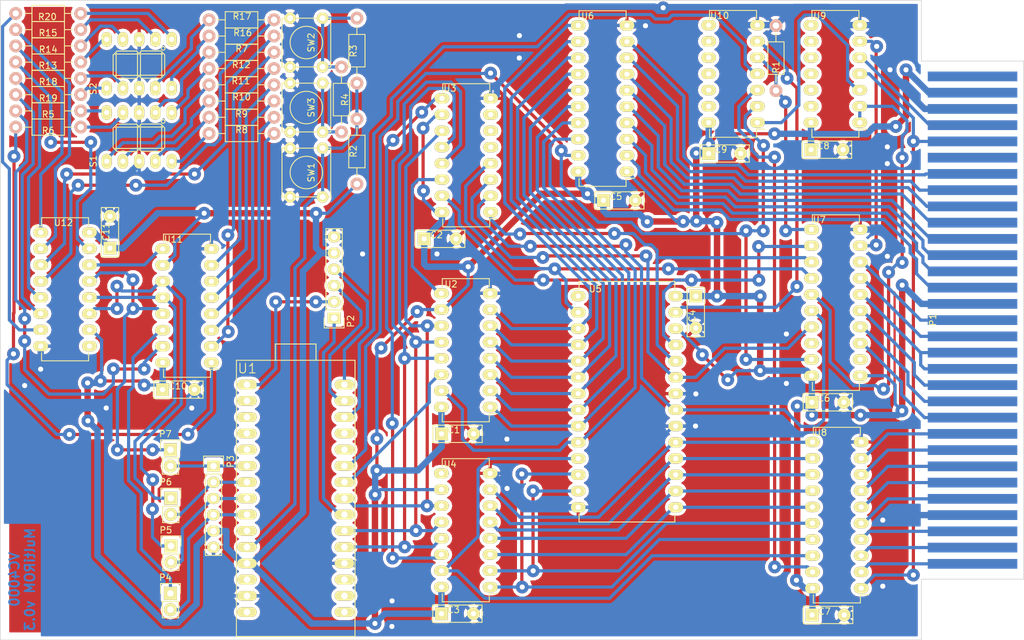
<source format=kicad_pcb>
(kicad_pcb (version 4) (host pcbnew "(2015-08-13 BZR 6091)-product")
  (title_block (title "Interton VC4000 MultiRom Cartridge") (date "Sunday, August 30, 2015") (rev 0.3) (company "Mario Keller and Johannes Maibaum"))
  (layers (0 F.Cu signal) (31 B.Cu signal) (34 B.Paste user) (35 F.Paste user) (36 B.SilkS user) (37 F.SilkS user) (38 B.Mask user) (39 F.Mask user) (44 Edge.Cuts user))
  (net 0 "")
  (net 1 "Net-(P1-Pad31)")
  (net 2 /A7)
  (net 3 /A6)
  (net 4 /A5)
  (net 5 /A4)
  (net 6 /A3)
  (net 7 /A2)
  (net 8 /A1)
  (net 9 /A0)
  (net 10 VCC)
  (net 11 /A8)
  (net 12 /A9)
  (net 13 /A10)
  (net 14 /A11)
  (net 15 /D7)
  (net 16 /D6)
  (net 17 /D5)
  (net 18 /D4)
  (net 19 /D3)
  (net 20 GND)
  (net 21 /D2)
  (net 22 /D1)
  (net 23 /D0)
  (net 24 OEVCBUS)
  (net 25 "Net-(U1-Pad6)")
  (net 26 WESRAM)
  (net 27 "Net-(U1-Pad2)")
  (net 28 "Net-(U1-Pad1)")
  (net 29 "Net-(U1-Pad30)")
  (net 30 "Net-(U1-Pad28)")
  (net 31 "Net-(U1-Pad20)")
  (net 32 "Net-(U2-Pad9)")
  (net 33 /A12)
  (net 34 "Net-(U3-Pad5)")
  (net 35 "Net-(U3-Pad6)")
  (net 36 "Net-(U3-Pad7)")
  (net 37 "Net-(U3-Pad9)")
  (net 38 "Net-(U4-Pad9)")
  (net 39 "Net-(U5-Pad1)")
  (net 40 /EA7)
  (net 41 /EA6)
  (net 42 /EA5)
  (net 43 /EA4)
  (net 44 /EA3)
  (net 45 /EA2)
  (net 46 /EA1)
  (net 47 /EA0)
  (net 48 /EA8)
  (net 49 /EA9)
  (net 50 /EA10)
  (net 51 /EA11)
  (net 52 /ED2)
  (net 53 /ED1)
  (net 54 /ED0)
  (net 55 /ED7)
  (net 56 /ED6)
  (net 57 /ED5)
  (net 58 /ED4)
  (net 59 /ED3)
  (net 60 "Net-(P2-Pad1)")
  (net 61 "Net-(P2-Pad2)")
  (net 62 "Net-(P2-Pad3)")
  (net 63 "Net-(P2-Pad4)")
  (net 64 "Net-(U1-Pad3)")
  (net 65 "Net-(U1-Pad8)")
  (net 66 "Net-(U1-Pad12)")
  (net 67 "Net-(U1-Pad17)")
  (net 68 "Net-(U1-Pad18)")
  (net 69 "Net-(U1-Pad19)")
  (net 70 "Net-(U1-Pad25)")
  (net 71 /EA12)
  (net 72 /WRP)
  (net 73 /RW)
  (net 74 "Net-(P1-Pad26)")
  (net 75 /CE1)
  (net 76 "Net-(R1-Pad1)")
  (net 77 "Net-(U1-Pad11)")
  (net 78 "Net-(U10-Pad6)")
  (net 79 WCONTROL)
  (net 80 CEDBUS)
  (net 81 "Net-(U10-Pad1)")
  (net 82 "Net-(U7-Pad2)")
  (net 83 "Net-(U7-Pad15)")
  (net 84 "Net-(U7-Pad18)")
  (net 85 "Net-(U1-Pad5)")
  (net 86 "Net-(U1-Pad9)")
  (net 87 "Net-(P3-Pad1)")
  (net 88 "Net-(P3-Pad2)")
  (net 89 "Net-(P3-Pad3)")
  (net 90 "Net-(P3-Pad4)")
  (net 91 "Net-(R2-Pad1)")
  (net 92 "Net-(R3-Pad1)")
  (net 93 "Net-(R4-Pad1)")
  (net 94 "Net-(P4-Pad1)")
  (net 95 "Net-(P5-Pad1)")
  (net 96 "Net-(P6-Pad1)")
  (net 97 "Net-(P7-Pad1)")
  (net 98 "Net-(R5-Pad1)")
  (net 99 "Net-(R5-Pad2)")
  (net 100 "Net-(R6-Pad1)")
  (net 101 "Net-(R6-Pad2)")
  (net 102 "Net-(R7-Pad1)")
  (net 103 "Net-(R7-Pad2)")
  (net 104 "Net-(R8-Pad1)")
  (net 105 "Net-(R8-Pad2)")
  (net 106 "Net-(R9-Pad1)")
  (net 107 "Net-(R9-Pad2)")
  (net 108 "Net-(R10-Pad1)")
  (net 109 "Net-(R10-Pad2)")
  (net 110 "Net-(R11-Pad1)")
  (net 111 "Net-(R11-Pad2)")
  (net 112 "Net-(R12-Pad1)")
  (net 113 "Net-(R12-Pad2)")
  (net 114 "Net-(R13-Pad1)")
  (net 115 "Net-(R13-Pad2)")
  (net 116 "Net-(R14-Pad1)")
  (net 117 "Net-(R14-Pad2)")
  (net 118 "Net-(R15-Pad1)")
  (net 119 "Net-(R15-Pad2)")
  (net 120 "Net-(R16-Pad1)")
  (net 121 "Net-(R16-Pad2)")
  (net 122 "Net-(R17-Pad1)")
  (net 123 "Net-(R17-Pad2)")
  (net 124 "Net-(R18-Pad1)")
  (net 125 "Net-(R18-Pad2)")
  (net 126 "Net-(R19-Pad1)")
  (net 127 "Net-(R19-Pad2)")
  (net 128 "Net-(R20-Pad1)")
  (net 129 "Net-(R20-Pad2)")
  (net 130 "Net-(U11-Pad9)")
  (net 131 "Net-(U12-Pad9)")
  (module Pin_Headers:Pin_Header_Straight_1x06 (layer F.Cu) (at 123.1886 98.171 180)
    (fp_text reference P2 (at -2.6 -0.5 270) (layer F.SilkS))
    (fp_text value MicroSD_Breakout)
    (pad 1 thru_hole rect (at 0 0 180) (size 2.032 1.7272) (drill 1.016) (layers *.Cu *.Mask F.SilkS) (net 60 "Net-(P2-Pad1)"))
    (pad 2 thru_hole oval (at 0 2.54 180) (size 2.032 1.7272) (drill 1.016) (layers *.Cu *.Mask F.SilkS) (net 61 "Net-(P2-Pad2)"))
    (pad 3 thru_hole oval (at 0 5.08 180) (size 2.032 1.7272) (drill 1.016) (layers *.Cu *.Mask F.SilkS) (net 62 "Net-(P2-Pad3)"))
    (pad 4 thru_hole oval (at 0 7.62 180) (size 2.032 1.7272) (drill 1.016) (layers *.Cu *.Mask F.SilkS) (net 63 "Net-(P2-Pad4)"))
    (pad 5 thru_hole oval (at 0 10.16 180) (size 2.032 1.7272) (drill 1.016) (layers *.Cu *.Mask F.SilkS) (net 10 VCC))
    (pad 6 thru_hole oval (at 0 12.7 180) (size 2.032 1.7272) (drill 1.016) (layers *.Cu *.Mask F.SilkS) (net 20 GND))
  )
  (module Pin_Headers:Pin_Header_Straight_1x02 (layer F.Cu) (at 97.5995 141.224)
    (fp_text reference P4 (at -0.794297 -2.474035) (layer F.SilkS))
    (fp_text value JUMPER1)
    (pad 1 thru_hole rect (at 0 0) (size 2.032 2.032) (drill 1.016) (layers *.Cu *.Mask F.SilkS) (net 94 "Net-(P4-Pad1)"))
    (pad 2 thru_hole oval (at 0 2.54) (size 2.032 2.032) (drill 1.016) (layers *.Cu *.Mask F.SilkS) (net 90 "Net-(P3-Pad4)"))
  )
  (module VC4000_MultiRom:7_Segment_Display_KB_13_10mm (layer F.Cu) (at 87.63 62.23 90)
    (fp_text reference S2 (at -0.1016 -2.1082 90) (layer F.SilkS))
    (fp_text value 7SEGM_KB_SC39-11)
    (pad 1 thru_hole oval (at 0 0 90) (size 2.3 1.6) (drill 0.8) (layers *.Cu *.Mask F.SilkS) (net 126 "Net-(R19-Pad1)"))
    (pad 2 thru_hole oval (at 0 2.54 90) (size 2.3 1.6) (drill 0.8) (layers *.Cu *.Mask F.SilkS) (net 124 "Net-(R18-Pad1)"))
    (pad 3 thru_hole oval (at 0 5.08 90) (size 2.3 1.6) (drill 0.8) (layers *.Cu *.Mask F.SilkS) (net 20 GND))
    (pad 4 thru_hole oval (at 0 7.62 90) (size 2.3 1.6) (drill 0.8) (layers *.Cu *.Mask F.SilkS) (net 122 "Net-(R17-Pad1)"))
    (pad 5 thru_hole oval (at 0 10.16 90) (size 2.3 1.6) (drill 0.8) (layers *.Cu *.Mask F.SilkS) (net 120 "Net-(R16-Pad1)"))
    (pad 6 thru_hole oval (at 7.62 10.16 90) (size 2.3 1.6) (drill 0.8) (layers *.Cu *.Mask F.SilkS) (net 128 "Net-(R20-Pad1)"))
    (pad 7 thru_hole oval (at 7.62 7.62 90) (size 2.3 1.6) (drill 0.8) (layers *.Cu *.Mask F.SilkS) (net 118 "Net-(R15-Pad1)"))
    (pad 8 thru_hole oval (at 7.62 5.08 90) (size 2.3 1.6) (drill 0.8) (layers *.Cu *.Mask F.SilkS) (net 20 GND))
    (pad 9 thru_hole oval (at 7.62 2.54 90) (size 2.3 1.6) (drill 0.8) (layers *.Cu *.Mask F.SilkS) (net 116 "Net-(R14-Pad1)"))
    (pad 10 thru_hole oval (at 7.62 0 90) (size 2.3 1.6) (drill 0.8) (layers *.Cu *.Mask F.SilkS) (net 114 "Net-(R13-Pad1)"))
  )
  (module VC4000_MultiRom:Arduino_Nano (layer F.Cu) (at 124.8004 144.145 180)
    (fp_text reference U1 (at 15.1867 38.08476 180) (layer F.SilkS) (effects (font (size 1.5 1.5))))
    (fp_text value Arduino_Nano)
    (pad 1 thru_hole oval (at 0 0 270) (size 1.524 3.048) (drill 1.016) (layers *.Cu *.Mask F.SilkS) (net 28 "Net-(U1-Pad1)"))
    (pad 2 thru_hole oval (at 0 2.54 270) (size 1.524 3.048) (drill 1.016) (layers *.Cu *.Mask F.SilkS) (net 27 "Net-(U1-Pad2)"))
    (pad 3 thru_hole oval (at 0 5.08 270) (size 1.524 3.048) (drill 1.016) (layers *.Cu *.Mask F.SilkS) (net 64 "Net-(U1-Pad3)"))
    (pad 4 thru_hole oval (at 0 7.62 270) (size 1.524 3.048) (drill 1.016) (layers *.Cu *.Mask F.SilkS) (net 20 GND))
    (pad 5 thru_hole oval (at 0 10.16 270) (size 1.524 3.048) (drill 1.016) (layers *.Cu *.Mask F.SilkS) (net 85 "Net-(U1-Pad5)"))
    (pad 6 thru_hole oval (at 0 12.7 270) (size 1.524 3.048) (drill 1.016) (layers *.Cu *.Mask F.SilkS) (net 25 "Net-(U1-Pad6)"))
    (pad 7 thru_hole oval (at 0 15.24 270) (size 1.524 3.048) (drill 1.016) (layers *.Cu *.Mask F.SilkS) (net 60 "Net-(P2-Pad1)"))
    (pad 8 thru_hole oval (at 0 17.78 270) (size 1.524 3.048) (drill 1.016) (layers *.Cu *.Mask F.SilkS) (net 65 "Net-(U1-Pad8)"))
    (pad 9 thru_hole oval (at 0 20.32 270) (size 1.524 3.048) (drill 1.016) (layers *.Cu *.Mask F.SilkS) (net 86 "Net-(U1-Pad9)"))
    (pad 10 thru_hole oval (at 0 22.86 270) (size 1.524 3.048) (drill 1.016) (layers *.Cu *.Mask F.SilkS) (net 24 OEVCBUS))
    (pad 11 thru_hole oval (at 0 25.4 270) (size 1.524 3.048) (drill 1.016) (layers *.Cu *.Mask F.SilkS) (net 77 "Net-(U1-Pad11)"))
    (pad 12 thru_hole oval (at 0 27.94 270) (size 1.524 3.048) (drill 1.016) (layers *.Cu *.Mask F.SilkS) (net 66 "Net-(U1-Pad12)"))
    (pad 13 thru_hole oval (at 0 30.48 270) (size 1.524 3.048) (drill 1.016) (layers *.Cu *.Mask F.SilkS) (net 26 WESRAM))
    (pad 14 thru_hole oval (at 0 33.02 270) (size 1.524 3.048) (drill 1.016) (layers *.Cu *.Mask F.SilkS) (net 62 "Net-(P2-Pad3)"))
    (pad 15 thru_hole oval (at 0 35.56 270) (size 1.524 3.048) (drill 1.016) (layers *.Cu *.Mask F.SilkS) (net 63 "Net-(P2-Pad4)"))
    (pad 16 thru_hole oval (at 15.24 35.56 270) (size 1.524 3.048) (drill 1.016) (layers *.Cu *.Mask F.SilkS) (net 61 "Net-(P2-Pad2)"))
    (pad 17 thru_hole oval (at 15.24 33.02 270) (size 1.524 3.048) (drill 1.016) (layers *.Cu *.Mask F.SilkS) (net 67 "Net-(U1-Pad17)"))
    (pad 18 thru_hole oval (at 15.24 30.48 270) (size 1.524 3.048) (drill 1.016) (layers *.Cu *.Mask F.SilkS) (net 68 "Net-(U1-Pad18)"))
    (pad 19 thru_hole oval (at 15.24 27.94 270) (size 1.524 3.048) (drill 1.016) (layers *.Cu *.Mask F.SilkS) (net 69 "Net-(U1-Pad19)"))
    (pad 20 thru_hole oval (at 15.24 25.4 270) (size 1.524 3.048) (drill 1.016) (layers *.Cu *.Mask F.SilkS) (net 31 "Net-(U1-Pad20)"))
    (pad 21 thru_hole oval (at 15.24 22.86 270) (size 1.524 3.048) (drill 1.016) (layers *.Cu *.Mask F.SilkS) (net 87 "Net-(P3-Pad1)"))
    (pad 22 thru_hole oval (at 15.24 20.32 270) (size 1.524 3.048) (drill 1.016) (layers *.Cu *.Mask F.SilkS) (net 88 "Net-(P3-Pad2)"))
    (pad 23 thru_hole oval (at 15.24 17.78 270) (size 1.524 3.048) (drill 1.016) (layers *.Cu *.Mask F.SilkS) (net 89 "Net-(P3-Pad3)"))
    (pad 24 thru_hole oval (at 15.24 15.24 270) (size 1.524 3.048) (drill 1.016) (layers *.Cu *.Mask F.SilkS) (net 90 "Net-(P3-Pad4)"))
    (pad 25 thru_hole oval (at 15.24 12.7 270) (size 1.524 3.048) (drill 1.016) (layers *.Cu *.Mask F.SilkS) (net 70 "Net-(U1-Pad25)"))
    (pad 26 thru_hole oval (at 15.24 10.16 270) (size 1.524 3.048) (drill 1.016) (layers *.Cu *.Mask F.SilkS) (net 91 "Net-(R2-Pad1)"))
    (pad 27 thru_hole oval (at 15.24 7.62 270) (size 1.524 3.048) (drill 1.016) (layers *.Cu *.Mask F.SilkS) (net 10 VCC))
    (pad 28 thru_hole oval (at 15.24 5.08 270) (size 1.524 3.048) (drill 1.016) (layers *.Cu *.Mask F.SilkS) (net 30 "Net-(U1-Pad28)"))
    (pad 29 thru_hole oval (at 15.24 2.54 270) (size 1.524 3.048) (drill 1.016) (layers *.Cu *.Mask F.SilkS) (net 20 GND))
    (pad 30 thru_hole oval (at 15.24 0 270) (size 1.524 3.048) (drill 1.016) (layers *.Cu *.Mask F.SilkS) (net 29 "Net-(U1-Pad30)"))
  )
  (module Resistors_ThroughHole:Resistor_Horizontal_RM10mm (layer F.Cu) (at 126.746 72.136 270)
    (fp_text reference R2 (at -0.0254 0.5436 270) (layer F.SilkS))
    (fp_text value 2k2)
    (pad 1 thru_hole circle (at -5.08 0 270) (size 1.99898 1.99898) (drill 1.00076) (layers *.Cu *.SilkS *.Mask) (net 91 "Net-(R2-Pad1)"))
    (pad 2 thru_hole circle (at 5.08 0 270) (size 1.99898 1.99898) (drill 1.00076) (layers *.Cu *.SilkS *.Mask) (net 10 VCC))
  )
  (module Housings_DIP:DIP-20_W7.62mm_LongPads (layer F.Cu) (at 168.971 75.2856 180)
    (fp_text reference U6 (at 6.1468 24.3332 180) (layer F.SilkS))
    (fp_text value 74HC245)
    (pad 1 thru_hole oval (at 0 0 180) (size 2.3 1.6) (drill 0.8) (layers *.Cu *.Mask F.SilkS) (net 10 VCC))
    (pad 2 thru_hole oval (at 0 2.54 180) (size 2.3 1.6) (drill 0.8) (layers *.Cu *.Mask F.SilkS) (net 47 /EA0))
    (pad 3 thru_hole oval (at 0 5.08 180) (size 2.3 1.6) (drill 0.8) (layers *.Cu *.Mask F.SilkS) (net 46 /EA1))
    (pad 4 thru_hole oval (at 0 7.62 180) (size 2.3 1.6) (drill 0.8) (layers *.Cu *.Mask F.SilkS) (net 45 /EA2))
    (pad 5 thru_hole oval (at 0 10.16 180) (size 2.3 1.6) (drill 0.8) (layers *.Cu *.Mask F.SilkS) (net 44 /EA3))
    (pad 6 thru_hole oval (at 0 12.7 180) (size 2.3 1.6) (drill 0.8) (layers *.Cu *.Mask F.SilkS) (net 43 /EA4))
    (pad 7 thru_hole oval (at 0 15.24 180) (size 2.3 1.6) (drill 0.8) (layers *.Cu *.Mask F.SilkS) (net 42 /EA5))
    (pad 8 thru_hole oval (at 0 17.78 180) (size 2.3 1.6) (drill 0.8) (layers *.Cu *.Mask F.SilkS) (net 41 /EA6))
    (pad 9 thru_hole oval (at 0 20.32 180) (size 2.3 1.6) (drill 0.8) (layers *.Cu *.Mask F.SilkS) (net 40 /EA7))
    (pad 10 thru_hole oval (at 0 22.86 180) (size 2.3 1.6) (drill 0.8) (layers *.Cu *.Mask F.SilkS) (net 20 GND))
    (pad 11 thru_hole oval (at 7.62 22.86 180) (size 2.3 1.6) (drill 0.8) (layers *.Cu *.Mask F.SilkS) (net 2 /A7))
    (pad 12 thru_hole oval (at 7.62 20.32 180) (size 2.3 1.6) (drill 0.8) (layers *.Cu *.Mask F.SilkS) (net 3 /A6))
    (pad 13 thru_hole oval (at 7.62 17.78 180) (size 2.3 1.6) (drill 0.8) (layers *.Cu *.Mask F.SilkS) (net 4 /A5))
    (pad 14 thru_hole oval (at 7.62 15.24 180) (size 2.3 1.6) (drill 0.8) (layers *.Cu *.Mask F.SilkS) (net 5 /A4))
    (pad 15 thru_hole oval (at 7.62 12.7 180) (size 2.3 1.6) (drill 0.8) (layers *.Cu *.Mask F.SilkS) (net 6 /A3))
    (pad 16 thru_hole oval (at 7.62 10.16 180) (size 2.3 1.6) (drill 0.8) (layers *.Cu *.Mask F.SilkS) (net 7 /A2))
    (pad 17 thru_hole oval (at 7.62 7.62 180) (size 2.3 1.6) (drill 0.8) (layers *.Cu *.Mask F.SilkS) (net 8 /A1))
    (pad 18 thru_hole oval (at 7.62 5.08 180) (size 2.3 1.6) (drill 0.8) (layers *.Cu *.Mask F.SilkS) (net 9 /A0))
    (pad 19 thru_hole oval (at 7.62 2.54 180) (size 2.3 1.6) (drill 0.8) (layers *.Cu *.Mask F.SilkS) (net 24 OEVCBUS))
    (pad 20 thru_hole oval (at 7.62 0 180) (size 2.3 1.6) (drill 0.8) (layers *.Cu *.Mask F.SilkS) (net 10 VCC))
  )
  (module VC4000_MultiRom:VC4000_CartridgeBus (layer F.Cu) (at 223 98.5 90)
    (fp_text reference P1 (at 0.0496 -6.2008 90) (layer F.SilkS))
    (fp_text value VC4000_Cartridge_Bus)
    (pad 31 connect rect (at 38.1 0 90) (size 1.524 14) (layers B.Cu F.Mask) (net 1 "Net-(P1-Pad31)"))
    (pad 30 connect rect (at 35.56 0 90) (size 1.524 14) (layers B.Cu F.Mask) (net 10 VCC))
    (pad 29 connect rect (at 33.02 0 90) (size 1.524 14) (layers B.Cu F.Mask) (net 20 GND))
    (pad 28 connect rect (at 30.48 0 90) (size 1.524 14) (layers B.Cu F.Mask) (net 72 /WRP))
    (pad 27 connect rect (at 27.94 0 90) (size 1.524 14) (layers B.Cu F.Mask) (net 73 /RW))
    (pad 26 connect rect (at 25.4 0 90) (size 1.524 14) (layers B.Cu F.Mask) (net 74 "Net-(P1-Pad26)"))
    (pad 25 connect rect (at 22.86 0 90) (size 1.524 14) (layers B.Cu F.Mask) (net 40 /EA7))
    (pad 24 connect rect (at 20.32 0 90) (size 1.524 14) (layers B.Cu F.Mask) (net 41 /EA6))
    (pad 23 connect rect (at 17.78 0 90) (size 1.524 14) (layers B.Cu F.Mask) (net 42 /EA5))
    (pad 22 connect rect (at 15.24 0 90) (size 1.524 14) (layers B.Cu F.Mask) (net 43 /EA4))
    (pad 21 connect rect (at 12.7 0 90) (size 1.524 14) (layers B.Cu F.Mask) (net 44 /EA3))
    (pad 20 connect rect (at 10.16 0 90) (size 1.524 14) (layers B.Cu F.Mask) (net 45 /EA2))
    (pad 19 connect rect (at 7.62 0 90) (size 1.524 14) (layers B.Cu F.Mask) (net 46 /EA1))
    (pad 18 connect rect (at 5.08 0 90) (size 1.524 14) (layers B.Cu F.Mask) (net 47 /EA0))
    (pad 17 connect rect (at 2.54 0 90) (size 1.524 14) (layers B.Cu F.Mask) (net 10 VCC))
    (pad 16 connect rect (at 0 0 90) (size 1.524 14) (layers B.Cu F.Mask) (net 48 /EA8))
    (pad 15 connect rect (at -2.54 0 90) (size 1.524 14) (layers B.Cu F.Mask) (net 49 /EA9))
    (pad 14 connect rect (at -5.08 0 90) (size 1.524 14) (layers B.Cu F.Mask) (net 71 /EA12))
    (pad 13 connect rect (at -7.62 0 90) (size 1.524 14) (layers B.Cu F.Mask) (net 71 /EA12))
    (pad 12 connect rect (at -10.16 0 90) (size 1.524 14) (layers B.Cu F.Mask) (net 75 /CE1))
    (pad 11 connect rect (at -12.7 0 90) (size 1.524 14) (layers B.Cu F.Mask) (net 50 /EA10))
    (pad 10 connect rect (at -15.24 0 90) (size 1.524 14) (layers B.Cu F.Mask) (net 51 /EA11))
    (pad 9 connect rect (at -17.78 0 90) (size 1.524 14) (layers B.Cu F.Mask) (net 55 /ED7))
    (pad 8 connect rect (at -20.32 0 90) (size 1.524 14) (layers B.Cu F.Mask) (net 56 /ED6))
    (pad 7 connect rect (at -22.86 0 90) (size 1.524 14) (layers B.Cu F.Mask) (net 57 /ED5))
    (pad 6 connect rect (at -25.4 0 90) (size 1.524 14) (layers B.Cu F.Mask) (net 58 /ED4))
    (pad 5 connect rect (at -27.94 0 90) (size 1.524 14) (layers B.Cu F.Mask) (net 59 /ED3))
    (pad 4 connect rect (at -30.48 0 90) (size 1.524 14) (layers B.Cu F.Mask) (net 20 GND))
    (pad 3 connect rect (at -33.02 0 90) (size 1.524 14) (layers B.Cu F.Mask) (net 52 /ED2))
    (pad 2 connect rect (at -35.56 0 90) (size 1.524 14) (layers B.Cu F.Mask) (net 53 /ED1))
    (pad 1 connect rect (at -38.1 0 90) (size 1.524 14) (layers B.Cu F.Mask) (net 54 /ED0))
  )
  (module Resistors_ThroughHole:Resistor_Horizontal_RM10mm (layer F.Cu) (at 192.2628 57.531 90)
    (fp_text reference R1 (at -1.434 0.022199 90) (layer F.SilkS))
    (fp_text value 10k)
    (pad 1 thru_hole circle (at -5.08 0 90) (size 1.99898 1.99898) (drill 1.00076) (layers *.Cu *.SilkS *.Mask) (net 76 "Net-(R1-Pad1)"))
    (pad 2 thru_hole circle (at 5.08 0 90) (size 1.99898 1.99898) (drill 1.00076) (layers *.Cu *.SilkS *.Mask) (net 20 GND))
  )
  (module Housings_DIP:DIP-14_W7.62mm_LongPads (layer F.Cu) (at 205.3692 67.6148 180)
    (fp_text reference U9 (at 6.2484 16.6878 180) (layer F.SilkS))
    (fp_text value 74HC00)
    (pad 1 thru_hole oval (at 0 0 180) (size 2.3 1.6) (drill 0.8) (layers *.Cu *.Mask F.SilkS) (net 83 "Net-(U7-Pad15)"))
    (pad 2 thru_hole oval (at 0 2.54 180) (size 2.3 1.6) (drill 0.8) (layers *.Cu *.Mask F.SilkS) (net 83 "Net-(U7-Pad15)"))
    (pad 3 thru_hole oval (at 0 5.08 180) (size 2.3 1.6) (drill 0.8) (layers *.Cu *.Mask F.SilkS) (net 81 "Net-(U10-Pad1)"))
    (pad 4 thru_hole oval (at 0 7.62 180) (size 2.3 1.6) (drill 0.8) (layers *.Cu *.Mask F.SilkS) (net 73 /RW))
    (pad 5 thru_hole oval (at 0 10.16 180) (size 2.3 1.6) (drill 0.8) (layers *.Cu *.Mask F.SilkS) (net 72 /WRP))
    (pad 6 thru_hole oval (at 0 12.7 180) (size 2.3 1.6) (drill 0.8) (layers *.Cu *.Mask F.SilkS) (net 79 WCONTROL))
    (pad 7 thru_hole oval (at 0 15.24 180) (size 2.3 1.6) (drill 0.8) (layers *.Cu *.Mask F.SilkS) (net 20 GND))
    (pad 8 thru_hole oval (at 7.62 15.24 180) (size 2.3 1.6) (drill 0.8) (layers *.Cu *.Mask F.SilkS))
    (pad 9 thru_hole oval (at 7.62 12.7 180) (size 2.3 1.6) (drill 0.8) (layers *.Cu *.Mask F.SilkS))
    (pad 10 thru_hole oval (at 7.62 10.16 180) (size 2.3 1.6) (drill 0.8) (layers *.Cu *.Mask F.SilkS))
    (pad 11 thru_hole oval (at 7.62 7.62 180) (size 2.3 1.6) (drill 0.8) (layers *.Cu *.Mask F.SilkS))
    (pad 12 thru_hole oval (at 7.62 5.08 180) (size 2.3 1.6) (drill 0.8) (layers *.Cu *.Mask F.SilkS))
    (pad 13 thru_hole oval (at 7.62 2.54 180) (size 2.3 1.6) (drill 0.8) (layers *.Cu *.Mask F.SilkS))
    (pad 14 thru_hole oval (at 7.62 0 180) (size 2.3 1.6) (drill 0.8) (layers *.Cu *.Mask F.SilkS) (net 10 VCC))
  )
  (module Housings_DIP:DIP-14_W7.62mm_LongPads (layer F.Cu) (at 189.3672 67.6148 180)
    (fp_text reference U10 (at 5.90808 16.72336 180) (layer F.SilkS))
    (fp_text value 74HC32)
    (pad 1 thru_hole oval (at 0 0 180) (size 2.3 1.6) (drill 0.8) (layers *.Cu *.Mask F.SilkS) (net 81 "Net-(U10-Pad1)"))
    (pad 2 thru_hole oval (at 0 2.54 180) (size 2.3 1.6) (drill 0.8) (layers *.Cu *.Mask F.SilkS) (net 24 OEVCBUS))
    (pad 3 thru_hole oval (at 0 5.08 180) (size 2.3 1.6) (drill 0.8) (layers *.Cu *.Mask F.SilkS) (net 80 CEDBUS))
    (pad 4 thru_hole oval (at 0 7.62 180) (size 2.3 1.6) (drill 0.8) (layers *.Cu *.Mask F.SilkS) (net 26 WESRAM))
    (pad 5 thru_hole oval (at 0 10.16 180) (size 2.3 1.6) (drill 0.8) (layers *.Cu *.Mask F.SilkS) (net 76 "Net-(R1-Pad1)"))
    (pad 6 thru_hole oval (at 0 12.7 180) (size 2.3 1.6) (drill 0.8) (layers *.Cu *.Mask F.SilkS) (net 78 "Net-(U10-Pad6)"))
    (pad 7 thru_hole oval (at 0 15.24 180) (size 2.3 1.6) (drill 0.8) (layers *.Cu *.Mask F.SilkS) (net 20 GND))
    (pad 8 thru_hole oval (at 7.62 15.24 180) (size 2.3 1.6) (drill 0.8) (layers *.Cu *.Mask F.SilkS))
    (pad 9 thru_hole oval (at 7.62 12.7 180) (size 2.3 1.6) (drill 0.8) (layers *.Cu *.Mask F.SilkS))
    (pad 10 thru_hole oval (at 7.62 10.16 180) (size 2.3 1.6) (drill 0.8) (layers *.Cu *.Mask F.SilkS))
    (pad 11 thru_hole oval (at 7.62 7.62 180) (size 2.3 1.6) (drill 0.8) (layers *.Cu *.Mask F.SilkS))
    (pad 12 thru_hole oval (at 7.62 5.08 180) (size 2.3 1.6) (drill 0.8) (layers *.Cu *.Mask F.SilkS))
    (pad 13 thru_hole oval (at 7.62 2.54 180) (size 2.3 1.6) (drill 0.8) (layers *.Cu *.Mask F.SilkS))
    (pad 14 thru_hole oval (at 7.62 0 180) (size 2.3 1.6) (drill 0.8) (layers *.Cu *.Mask F.SilkS) (net 10 VCC))
  )
  (module Housings_DIP:DIP-28_W15.24mm_LongPads (layer F.Cu) (at 161.351 94.742)
    (fp_text reference U5 (at 2.667 -1.1176) (layer F.SilkS))
    (fp_text value 6264)
    (pad 1 thru_hole oval (at 0 0) (size 2.3 1.6) (drill 0.8) (layers *.Cu *.Mask F.SilkS) (net 39 "Net-(U5-Pad1)"))
    (pad 2 thru_hole oval (at 0 2.54) (size 2.3 1.6) (drill 0.8) (layers *.Cu *.Mask F.SilkS) (net 33 /A12))
    (pad 3 thru_hole oval (at 0 5.08) (size 2.3 1.6) (drill 0.8) (layers *.Cu *.Mask F.SilkS) (net 2 /A7))
    (pad 4 thru_hole oval (at 0 7.62) (size 2.3 1.6) (drill 0.8) (layers *.Cu *.Mask F.SilkS) (net 3 /A6))
    (pad 5 thru_hole oval (at 0 10.16) (size 2.3 1.6) (drill 0.8) (layers *.Cu *.Mask F.SilkS) (net 4 /A5))
    (pad 6 thru_hole oval (at 0 12.7) (size 2.3 1.6) (drill 0.8) (layers *.Cu *.Mask F.SilkS) (net 5 /A4))
    (pad 7 thru_hole oval (at 0 15.24) (size 2.3 1.6) (drill 0.8) (layers *.Cu *.Mask F.SilkS) (net 6 /A3))
    (pad 8 thru_hole oval (at 0 17.78) (size 2.3 1.6) (drill 0.8) (layers *.Cu *.Mask F.SilkS) (net 7 /A2))
    (pad 9 thru_hole oval (at 0 20.32) (size 2.3 1.6) (drill 0.8) (layers *.Cu *.Mask F.SilkS) (net 8 /A1))
    (pad 10 thru_hole oval (at 0 22.86) (size 2.3 1.6) (drill 0.8) (layers *.Cu *.Mask F.SilkS) (net 9 /A0))
    (pad 11 thru_hole oval (at 0 25.4) (size 2.3 1.6) (drill 0.8) (layers *.Cu *.Mask F.SilkS) (net 23 /D0))
    (pad 12 thru_hole oval (at 0 27.94) (size 2.3 1.6) (drill 0.8) (layers *.Cu *.Mask F.SilkS) (net 22 /D1))
    (pad 13 thru_hole oval (at 0 30.48) (size 2.3 1.6) (drill 0.8) (layers *.Cu *.Mask F.SilkS) (net 21 /D2))
    (pad 14 thru_hole oval (at 0 33.02) (size 2.3 1.6) (drill 0.8) (layers *.Cu *.Mask F.SilkS) (net 20 GND))
    (pad 15 thru_hole oval (at 15.24 33.02) (size 2.3 1.6) (drill 0.8) (layers *.Cu *.Mask F.SilkS) (net 19 /D3))
    (pad 16 thru_hole oval (at 15.24 30.48) (size 2.3 1.6) (drill 0.8) (layers *.Cu *.Mask F.SilkS) (net 18 /D4))
    (pad 17 thru_hole oval (at 15.24 27.94) (size 2.3 1.6) (drill 0.8) (layers *.Cu *.Mask F.SilkS) (net 17 /D5))
    (pad 18 thru_hole oval (at 15.24 25.4) (size 2.3 1.6) (drill 0.8) (layers *.Cu *.Mask F.SilkS) (net 16 /D6))
    (pad 19 thru_hole oval (at 15.24 22.86) (size 2.3 1.6) (drill 0.8) (layers *.Cu *.Mask F.SilkS) (net 15 /D7))
    (pad 20 thru_hole oval (at 15.24 20.32) (size 2.3 1.6) (drill 0.8) (layers *.Cu *.Mask F.SilkS) (net 20 GND))
    (pad 21 thru_hole oval (at 15.24 17.78) (size 2.3 1.6) (drill 0.8) (layers *.Cu *.Mask F.SilkS) (net 13 /A10))
    (pad 22 thru_hole oval (at 15.24 15.24) (size 2.3 1.6) (drill 0.8) (layers *.Cu *.Mask F.SilkS) (net 20 GND))
    (pad 23 thru_hole oval (at 15.24 12.7) (size 2.3 1.6) (drill 0.8) (layers *.Cu *.Mask F.SilkS) (net 14 /A11))
    (pad 24 thru_hole oval (at 15.24 10.16) (size 2.3 1.6) (drill 0.8) (layers *.Cu *.Mask F.SilkS) (net 12 /A9))
    (pad 25 thru_hole oval (at 15.24 7.62) (size 2.3 1.6) (drill 0.8) (layers *.Cu *.Mask F.SilkS) (net 11 /A8))
    (pad 26 thru_hole oval (at 15.24 5.08) (size 2.3 1.6) (drill 0.8) (layers *.Cu *.Mask F.SilkS) (net 10 VCC))
    (pad 27 thru_hole oval (at 15.24 2.54) (size 2.3 1.6) (drill 0.8) (layers *.Cu *.Mask F.SilkS) (net 78 "Net-(U10-Pad6)"))
    (pad 28 thru_hole oval (at 15.24 0) (size 2.3 1.6) (drill 0.8) (layers *.Cu *.Mask F.SilkS) (net 10 VCC))
  )
  (module Housings_DIP:DIP-16_W7.62mm_LongPads (layer F.Cu) (at 147.5842 112.0902 180)
    (fp_text reference U2 (at 6.1189 19.21256 180) (layer F.SilkS))
    (fp_text value 74HC595)
    (pad 1 thru_hole oval (at 0 0 180) (size 2.3 1.6) (drill 0.8) (layers *.Cu *.Mask F.SilkS) (net 8 /A1))
    (pad 2 thru_hole oval (at 0 2.54 180) (size 2.3 1.6) (drill 0.8) (layers *.Cu *.Mask F.SilkS) (net 7 /A2))
    (pad 3 thru_hole oval (at 0 5.08 180) (size 2.3 1.6) (drill 0.8) (layers *.Cu *.Mask F.SilkS) (net 6 /A3))
    (pad 4 thru_hole oval (at 0 7.62 180) (size 2.3 1.6) (drill 0.8) (layers *.Cu *.Mask F.SilkS) (net 5 /A4))
    (pad 5 thru_hole oval (at 0 10.16 180) (size 2.3 1.6) (drill 0.8) (layers *.Cu *.Mask F.SilkS) (net 4 /A5))
    (pad 6 thru_hole oval (at 0 12.7 180) (size 2.3 1.6) (drill 0.8) (layers *.Cu *.Mask F.SilkS) (net 3 /A6))
    (pad 7 thru_hole oval (at 0 15.24 180) (size 2.3 1.6) (drill 0.8) (layers *.Cu *.Mask F.SilkS) (net 2 /A7))
    (pad 8 thru_hole oval (at 0 17.78 180) (size 2.3 1.6) (drill 0.8) (layers *.Cu *.Mask F.SilkS) (net 20 GND))
    (pad 9 thru_hole oval (at 7.62 17.78 180) (size 2.3 1.6) (drill 0.8) (layers *.Cu *.Mask F.SilkS) (net 32 "Net-(U2-Pad9)"))
    (pad 10 thru_hole oval (at 7.62 15.24 180) (size 2.3 1.6) (drill 0.8) (layers *.Cu *.Mask F.SilkS) (net 10 VCC))
    (pad 11 thru_hole oval (at 7.62 12.7 180) (size 2.3 1.6) (drill 0.8) (layers *.Cu *.Mask F.SilkS) (net 65 "Net-(U1-Pad8)"))
    (pad 12 thru_hole oval (at 7.62 10.16 180) (size 2.3 1.6) (drill 0.8) (layers *.Cu *.Mask F.SilkS) (net 25 "Net-(U1-Pad6)"))
    (pad 13 thru_hole oval (at 7.62 7.62 180) (size 2.3 1.6) (drill 0.8) (layers *.Cu *.Mask F.SilkS) (net 85 "Net-(U1-Pad5)"))
    (pad 14 thru_hole oval (at 7.62 5.08 180) (size 2.3 1.6) (drill 0.8) (layers *.Cu *.Mask F.SilkS) (net 86 "Net-(U1-Pad9)"))
    (pad 15 thru_hole oval (at 7.62 2.54 180) (size 2.3 1.6) (drill 0.8) (layers *.Cu *.Mask F.SilkS) (net 9 /A0))
    (pad 16 thru_hole oval (at 7.62 0 180) (size 2.3 1.6) (drill 0.8) (layers *.Cu *.Mask F.SilkS) (net 10 VCC))
  )
  (module Housings_DIP:DIP-16_W7.62mm_LongPads (layer F.Cu) (at 147.6604 81.6102 180)
    (fp_text reference U3 (at 6.35766 19.34464 180) (layer F.SilkS))
    (fp_text value 74HC595)
    (pad 1 thru_hole oval (at 0 0 180) (size 2.3 1.6) (drill 0.8) (layers *.Cu *.Mask F.SilkS) (net 12 /A9))
    (pad 2 thru_hole oval (at 0 2.54 180) (size 2.3 1.6) (drill 0.8) (layers *.Cu *.Mask F.SilkS) (net 13 /A10))
    (pad 3 thru_hole oval (at 0 5.08 180) (size 2.3 1.6) (drill 0.8) (layers *.Cu *.Mask F.SilkS) (net 14 /A11))
    (pad 4 thru_hole oval (at 0 7.62 180) (size 2.3 1.6) (drill 0.8) (layers *.Cu *.Mask F.SilkS) (net 33 /A12))
    (pad 5 thru_hole oval (at 0 10.16 180) (size 2.3 1.6) (drill 0.8) (layers *.Cu *.Mask F.SilkS) (net 34 "Net-(U3-Pad5)"))
    (pad 6 thru_hole oval (at 0 12.7 180) (size 2.3 1.6) (drill 0.8) (layers *.Cu *.Mask F.SilkS) (net 35 "Net-(U3-Pad6)"))
    (pad 7 thru_hole oval (at 0 15.24 180) (size 2.3 1.6) (drill 0.8) (layers *.Cu *.Mask F.SilkS) (net 36 "Net-(U3-Pad7)"))
    (pad 8 thru_hole oval (at 0 17.78 180) (size 2.3 1.6) (drill 0.8) (layers *.Cu *.Mask F.SilkS) (net 20 GND))
    (pad 9 thru_hole oval (at 7.62 17.78 180) (size 2.3 1.6) (drill 0.8) (layers *.Cu *.Mask F.SilkS) (net 37 "Net-(U3-Pad9)"))
    (pad 10 thru_hole oval (at 7.62 15.24 180) (size 2.3 1.6) (drill 0.8) (layers *.Cu *.Mask F.SilkS) (net 10 VCC))
    (pad 11 thru_hole oval (at 7.62 12.7 180) (size 2.3 1.6) (drill 0.8) (layers *.Cu *.Mask F.SilkS) (net 65 "Net-(U1-Pad8)"))
    (pad 12 thru_hole oval (at 7.62 10.16 180) (size 2.3 1.6) (drill 0.8) (layers *.Cu *.Mask F.SilkS) (net 25 "Net-(U1-Pad6)"))
    (pad 13 thru_hole oval (at 7.62 7.62 180) (size 2.3 1.6) (drill 0.8) (layers *.Cu *.Mask F.SilkS) (net 85 "Net-(U1-Pad5)"))
    (pad 14 thru_hole oval (at 7.62 5.08 180) (size 2.3 1.6) (drill 0.8) (layers *.Cu *.Mask F.SilkS) (net 32 "Net-(U2-Pad9)"))
    (pad 15 thru_hole oval (at 7.62 2.54 180) (size 2.3 1.6) (drill 0.8) (layers *.Cu *.Mask F.SilkS) (net 11 /A8))
    (pad 16 thru_hole oval (at 7.62 0 180) (size 2.3 1.6) (drill 0.8) (layers *.Cu *.Mask F.SilkS) (net 10 VCC))
  )
  (module Housings_DIP:DIP-16_W7.62mm_LongPads (layer F.Cu) (at 147.5842 140.2334 180)
    (fp_text reference U4 (at 6.26114 19.21764 180) (layer F.SilkS))
    (fp_text value 74HC595)
    (pad 1 thru_hole oval (at 0 0 180) (size 2.3 1.6) (drill 0.8) (layers *.Cu *.Mask F.SilkS) (net 22 /D1))
    (pad 2 thru_hole oval (at 0 2.54 180) (size 2.3 1.6) (drill 0.8) (layers *.Cu *.Mask F.SilkS) (net 21 /D2))
    (pad 3 thru_hole oval (at 0 5.08 180) (size 2.3 1.6) (drill 0.8) (layers *.Cu *.Mask F.SilkS) (net 19 /D3))
    (pad 4 thru_hole oval (at 0 7.62 180) (size 2.3 1.6) (drill 0.8) (layers *.Cu *.Mask F.SilkS) (net 18 /D4))
    (pad 5 thru_hole oval (at 0 10.16 180) (size 2.3 1.6) (drill 0.8) (layers *.Cu *.Mask F.SilkS) (net 17 /D5))
    (pad 6 thru_hole oval (at 0 12.7 180) (size 2.3 1.6) (drill 0.8) (layers *.Cu *.Mask F.SilkS) (net 16 /D6))
    (pad 7 thru_hole oval (at 0 15.24 180) (size 2.3 1.6) (drill 0.8) (layers *.Cu *.Mask F.SilkS) (net 15 /D7))
    (pad 8 thru_hole oval (at 0 17.78 180) (size 2.3 1.6) (drill 0.8) (layers *.Cu *.Mask F.SilkS) (net 20 GND))
    (pad 9 thru_hole oval (at 7.62 17.78 180) (size 2.3 1.6) (drill 0.8) (layers *.Cu *.Mask F.SilkS) (net 38 "Net-(U4-Pad9)"))
    (pad 10 thru_hole oval (at 7.62 15.24 180) (size 2.3 1.6) (drill 0.8) (layers *.Cu *.Mask F.SilkS) (net 10 VCC))
    (pad 11 thru_hole oval (at 7.62 12.7 180) (size 2.3 1.6) (drill 0.8) (layers *.Cu *.Mask F.SilkS) (net 65 "Net-(U1-Pad8)"))
    (pad 12 thru_hole oval (at 7.62 10.16 180) (size 2.3 1.6) (drill 0.8) (layers *.Cu *.Mask F.SilkS) (net 25 "Net-(U1-Pad6)"))
    (pad 13 thru_hole oval (at 7.62 7.62 180) (size 2.3 1.6) (drill 0.8) (layers *.Cu *.Mask F.SilkS) (net 85 "Net-(U1-Pad5)"))
    (pad 14 thru_hole oval (at 7.62 5.08 180) (size 2.3 1.6) (drill 0.8) (layers *.Cu *.Mask F.SilkS) (net 37 "Net-(U3-Pad9)"))
    (pad 15 thru_hole oval (at 7.62 2.54 180) (size 2.3 1.6) (drill 0.8) (layers *.Cu *.Mask F.SilkS) (net 23 /D0))
    (pad 16 thru_hole oval (at 7.62 0 180) (size 2.3 1.6) (drill 0.8) (layers *.Cu *.Mask F.SilkS) (net 10 VCC))
  )
  (module Housings_DIP:DIP-20_W7.62mm_LongPads (layer F.Cu) (at 205.4454 107.188 180)
    (fp_text reference U7 (at 6.4008 24.384 180) (layer F.SilkS))
    (fp_text value 74HC245)
    (pad 1 thru_hole oval (at 0 0 180) (size 2.3 1.6) (drill 0.8) (layers *.Cu *.Mask F.SilkS) (net 10 VCC))
    (pad 2 thru_hole oval (at 0 2.54 180) (size 2.3 1.6) (drill 0.8) (layers *.Cu *.Mask F.SilkS) (net 82 "Net-(U7-Pad2)"))
    (pad 3 thru_hole oval (at 0 5.08 180) (size 2.3 1.6) (drill 0.8) (layers *.Cu *.Mask F.SilkS) (net 51 /EA11))
    (pad 4 thru_hole oval (at 0 7.62 180) (size 2.3 1.6) (drill 0.8) (layers *.Cu *.Mask F.SilkS) (net 50 /EA10))
    (pad 5 thru_hole oval (at 0 10.16 180) (size 2.3 1.6) (drill 0.8) (layers *.Cu *.Mask F.SilkS) (net 75 /CE1))
    (pad 6 thru_hole oval (at 0 12.7 180) (size 2.3 1.6) (drill 0.8) (layers *.Cu *.Mask F.SilkS) (net 71 /EA12))
    (pad 7 thru_hole oval (at 0 15.24 180) (size 2.3 1.6) (drill 0.8) (layers *.Cu *.Mask F.SilkS) (net 49 /EA9))
    (pad 8 thru_hole oval (at 0 17.78 180) (size 2.3 1.6) (drill 0.8) (layers *.Cu *.Mask F.SilkS) (net 48 /EA8))
    (pad 9 thru_hole oval (at 0 20.32 180) (size 2.3 1.6) (drill 0.8) (layers *.Cu *.Mask F.SilkS) (net 79 WCONTROL))
    (pad 10 thru_hole oval (at 0 22.86 180) (size 2.3 1.6) (drill 0.8) (layers *.Cu *.Mask F.SilkS) (net 20 GND))
    (pad 11 thru_hole oval (at 7.62 22.86 180) (size 2.3 1.6) (drill 0.8) (layers *.Cu *.Mask F.SilkS) (net 76 "Net-(R1-Pad1)"))
    (pad 12 thru_hole oval (at 7.62 20.32 180) (size 2.3 1.6) (drill 0.8) (layers *.Cu *.Mask F.SilkS) (net 11 /A8))
    (pad 13 thru_hole oval (at 7.62 17.78 180) (size 2.3 1.6) (drill 0.8) (layers *.Cu *.Mask F.SilkS) (net 12 /A9))
    (pad 14 thru_hole oval (at 7.62 15.24 180) (size 2.3 1.6) (drill 0.8) (layers *.Cu *.Mask F.SilkS) (net 33 /A12))
    (pad 15 thru_hole oval (at 7.62 12.7 180) (size 2.3 1.6) (drill 0.8) (layers *.Cu *.Mask F.SilkS) (net 83 "Net-(U7-Pad15)"))
    (pad 16 thru_hole oval (at 7.62 10.16 180) (size 2.3 1.6) (drill 0.8) (layers *.Cu *.Mask F.SilkS) (net 13 /A10))
    (pad 17 thru_hole oval (at 7.62 7.62 180) (size 2.3 1.6) (drill 0.8) (layers *.Cu *.Mask F.SilkS) (net 14 /A11))
    (pad 18 thru_hole oval (at 7.62 5.08 180) (size 2.3 1.6) (drill 0.8) (layers *.Cu *.Mask F.SilkS) (net 84 "Net-(U7-Pad18)"))
    (pad 19 thru_hole oval (at 7.62 2.54 180) (size 2.3 1.6) (drill 0.8) (layers *.Cu *.Mask F.SilkS) (net 24 OEVCBUS))
    (pad 20 thru_hole oval (at 7.62 0 180) (size 2.3 1.6) (drill 0.8) (layers *.Cu *.Mask F.SilkS) (net 10 VCC))
  )
  (module Housings_DIP:DIP-20_W7.62mm_LongPads (layer F.Cu) (at 205.5978 140.4112 180)
    (fp_text reference U8 (at 6.35 24.3332 180) (layer F.SilkS))
    (fp_text value 74HC245)
    (pad 1 thru_hole oval (at 0 0 180) (size 2.3 1.6) (drill 0.8) (layers *.Cu *.Mask F.SilkS) (net 73 /RW))
    (pad 2 thru_hole oval (at 0 2.54 180) (size 2.3 1.6) (drill 0.8) (layers *.Cu *.Mask F.SilkS) (net 54 /ED0))
    (pad 3 thru_hole oval (at 0 5.08 180) (size 2.3 1.6) (drill 0.8) (layers *.Cu *.Mask F.SilkS) (net 53 /ED1))
    (pad 4 thru_hole oval (at 0 7.62 180) (size 2.3 1.6) (drill 0.8) (layers *.Cu *.Mask F.SilkS) (net 52 /ED2))
    (pad 5 thru_hole oval (at 0 10.16 180) (size 2.3 1.6) (drill 0.8) (layers *.Cu *.Mask F.SilkS) (net 59 /ED3))
    (pad 6 thru_hole oval (at 0 12.7 180) (size 2.3 1.6) (drill 0.8) (layers *.Cu *.Mask F.SilkS) (net 58 /ED4))
    (pad 7 thru_hole oval (at 0 15.24 180) (size 2.3 1.6) (drill 0.8) (layers *.Cu *.Mask F.SilkS) (net 57 /ED5))
    (pad 8 thru_hole oval (at 0 17.78 180) (size 2.3 1.6) (drill 0.8) (layers *.Cu *.Mask F.SilkS) (net 56 /ED6))
    (pad 9 thru_hole oval (at 0 20.32 180) (size 2.3 1.6) (drill 0.8) (layers *.Cu *.Mask F.SilkS) (net 55 /ED7))
    (pad 10 thru_hole oval (at 0 22.86 180) (size 2.3 1.6) (drill 0.8) (layers *.Cu *.Mask F.SilkS) (net 20 GND))
    (pad 11 thru_hole oval (at 7.62 22.86 180) (size 2.3 1.6) (drill 0.8) (layers *.Cu *.Mask F.SilkS) (net 15 /D7))
    (pad 12 thru_hole oval (at 7.62 20.32 180) (size 2.3 1.6) (drill 0.8) (layers *.Cu *.Mask F.SilkS) (net 16 /D6))
    (pad 13 thru_hole oval (at 7.62 17.78 180) (size 2.3 1.6) (drill 0.8) (layers *.Cu *.Mask F.SilkS) (net 17 /D5))
    (pad 14 thru_hole oval (at 7.62 15.24 180) (size 2.3 1.6) (drill 0.8) (layers *.Cu *.Mask F.SilkS) (net 18 /D4))
    (pad 15 thru_hole oval (at 7.62 12.7 180) (size 2.3 1.6) (drill 0.8) (layers *.Cu *.Mask F.SilkS) (net 19 /D3))
    (pad 16 thru_hole oval (at 7.62 10.16 180) (size 2.3 1.6) (drill 0.8) (layers *.Cu *.Mask F.SilkS) (net 21 /D2))
    (pad 17 thru_hole oval (at 7.62 7.62 180) (size 2.3 1.6) (drill 0.8) (layers *.Cu *.Mask F.SilkS) (net 22 /D1))
    (pad 18 thru_hole oval (at 7.62 5.08 180) (size 2.3 1.6) (drill 0.8) (layers *.Cu *.Mask F.SilkS) (net 23 /D0))
    (pad 19 thru_hole oval (at 7.62 2.54 180) (size 2.3 1.6) (drill 0.8) (layers *.Cu *.Mask F.SilkS) (net 80 CEDBUS))
    (pad 20 thru_hole oval (at 7.62 0 180) (size 2.3 1.6) (drill 0.8) (layers *.Cu *.Mask F.SilkS) (net 10 VCC))
  )
  (module Pin_Headers:Pin_Header_Straight_1x06 (layer F.Cu) (at 104.3305 121.3104)
    (fp_text reference P3 (at 2.667 -0.7112 90) (layer F.SilkS))
    (fp_text value DISPLAY)
    (pad 1 thru_hole rect (at 0 0) (size 2.032 1.7272) (drill 1.016) (layers *.Cu *.Mask F.SilkS) (net 87 "Net-(P3-Pad1)"))
    (pad 2 thru_hole oval (at 0 2.54) (size 2.032 1.7272) (drill 1.016) (layers *.Cu *.Mask F.SilkS) (net 88 "Net-(P3-Pad2)"))
    (pad 3 thru_hole oval (at 0 5.08) (size 2.032 1.7272) (drill 1.016) (layers *.Cu *.Mask F.SilkS) (net 89 "Net-(P3-Pad3)"))
    (pad 4 thru_hole oval (at 0 7.62) (size 2.032 1.7272) (drill 1.016) (layers *.Cu *.Mask F.SilkS) (net 90 "Net-(P3-Pad4)"))
    (pad 5 thru_hole oval (at 0 10.16) (size 2.032 1.7272) (drill 1.016) (layers *.Cu *.Mask F.SilkS) (net 10 VCC))
    (pad 6 thru_hole oval (at 0 12.7) (size 2.032 1.7272) (drill 1.016) (layers *.Cu *.Mask F.SilkS) (net 20 GND))
  )
  (module Resistors_ThroughHole:Resistor_Horizontal_RM10mm (layer F.Cu) (at 126.746 56.372 270)
    (fp_text reference R3 (at 0.0508 0.5436 270) (layer F.SilkS))
    (fp_text value 330)
    (pad 1 thru_hole circle (at -5.08 0 270) (size 1.99898 1.99898) (drill 1.00076) (layers *.Cu *.SilkS *.Mask) (net 92 "Net-(R3-Pad1)"))
    (pad 2 thru_hole circle (at 5.08 0 270) (size 1.99898 1.99898) (drill 1.00076) (layers *.Cu *.SilkS *.Mask) (net 91 "Net-(R2-Pad1)"))
  )
  (module Resistors_ThroughHole:Resistor_Horizontal_RM10mm (layer F.Cu) (at 124.333 64.0174 90)
    (fp_text reference R4 (at -0.0254 0.5436 90) (layer F.SilkS))
    (fp_text value 1k)
    (pad 1 thru_hole circle (at -5.08 0 90) (size 1.99898 1.99898) (drill 1.00076) (layers *.Cu *.SilkS *.Mask) (net 93 "Net-(R4-Pad1)"))
    (pad 2 thru_hole circle (at 5.08 0 90) (size 1.99898 1.99898) (drill 1.00076) (layers *.Cu *.SilkS *.Mask) (net 92 "Net-(R3-Pad1)"))
  )
  (module Buttons_Switches_ThroughHole:SW_PUSH_SMALL (layer F.Cu) (at 118.8466 75.422 270)
    (fp_text reference SW1 (at 0 -0.762 270) (layer F.SilkS))
    (fp_text value UP)
    (pad 1 thru_hole circle (at 3.81 -2.54 270) (size 1.8 1.8) (drill 0.9) (layers *.Cu *.Mask F.SilkS) (net 91 "Net-(R2-Pad1)"))
    (pad 2 thru_hole circle (at 3.81 2.54 270) (size 1.8 1.8) (drill 0.9) (layers *.Cu *.Mask F.SilkS) (net 20 GND))
    (pad 1 thru_hole circle (at -3.81 -2.54 270) (size 1.8 1.8) (drill 0.9) (layers *.Cu *.Mask F.SilkS) (net 91 "Net-(R2-Pad1)"))
    (pad 2 thru_hole circle (at -3.81 2.54 270) (size 1.8 1.8) (drill 0.9) (layers *.Cu *.Mask F.SilkS) (net 20 GND))
  )
  (module Buttons_Switches_ThroughHole:SW_PUSH_SMALL (layer F.Cu) (at 118.8466 55.102 270)
    (fp_text reference SW2 (at 0 -0.762 270) (layer F.SilkS))
    (fp_text value DOWN)
    (pad 1 thru_hole circle (at 3.81 -2.54 270) (size 1.8 1.8) (drill 0.9) (layers *.Cu *.Mask F.SilkS) (net 92 "Net-(R3-Pad1)"))
    (pad 2 thru_hole circle (at 3.81 2.54 270) (size 1.8 1.8) (drill 0.9) (layers *.Cu *.Mask F.SilkS) (net 20 GND))
    (pad 1 thru_hole circle (at -3.81 -2.54 270) (size 1.8 1.8) (drill 0.9) (layers *.Cu *.Mask F.SilkS) (net 92 "Net-(R3-Pad1)"))
    (pad 2 thru_hole circle (at -3.81 2.54 270) (size 1.8 1.8) (drill 0.9) (layers *.Cu *.Mask F.SilkS) (net 20 GND))
  )
  (module Buttons_Switches_ThroughHole:SW_PUSH_SMALL (layer F.Cu) (at 118.8466 65.262 270)
    (fp_text reference SW3 (at 0 -0.762 270) (layer F.SilkS))
    (fp_text value SELECT)
    (pad 1 thru_hole circle (at 3.81 -2.54 270) (size 1.8 1.8) (drill 0.9) (layers *.Cu *.Mask F.SilkS) (net 93 "Net-(R4-Pad1)"))
    (pad 2 thru_hole circle (at 3.81 2.54 270) (size 1.8 1.8) (drill 0.9) (layers *.Cu *.Mask F.SilkS) (net 20 GND))
    (pad 1 thru_hole circle (at -3.81 -2.54 270) (size 1.8 1.8) (drill 0.9) (layers *.Cu *.Mask F.SilkS) (net 93 "Net-(R4-Pad1)"))
    (pad 2 thru_hole circle (at -3.81 2.54 270) (size 1.8 1.8) (drill 0.9) (layers *.Cu *.Mask F.SilkS) (net 20 GND))
  )
  (module Pin_Headers:Pin_Header_Straight_1x02 (layer F.Cu) (at 97.6757 133.8072)
    (fp_text reference P5 (at -0.794297 -2.474035) (layer F.SilkS))
    (fp_text value JUMPER2)
    (pad 1 thru_hole rect (at 0 0) (size 2.032 2.032) (drill 1.016) (layers *.Cu *.Mask F.SilkS) (net 95 "Net-(P5-Pad1)"))
    (pad 2 thru_hole oval (at 0 2.54) (size 2.032 2.032) (drill 1.016) (layers *.Cu *.Mask F.SilkS) (net 89 "Net-(P3-Pad3)"))
  )
  (module Pin_Headers:Pin_Header_Straight_1x02 (layer F.Cu) (at 97.6503 126.3396)
    (fp_text reference P6 (at -0.794297 -2.54) (layer F.SilkS))
    (fp_text value JUMPER3)
    (pad 1 thru_hole rect (at 0 0) (size 2.032 2.032) (drill 1.016) (layers *.Cu *.Mask F.SilkS) (net 96 "Net-(P6-Pad1)"))
    (pad 2 thru_hole oval (at 0 2.54) (size 2.032 2.032) (drill 1.016) (layers *.Cu *.Mask F.SilkS) (net 88 "Net-(P3-Pad2)"))
  )
  (module Pin_Headers:Pin_Header_Straight_1x02 (layer F.Cu) (at 97.5995 118.7704)
    (fp_text reference P7 (at -0.794297 -2.474035) (layer F.SilkS))
    (fp_text value JUMPER4)
    (pad 1 thru_hole rect (at 0 0) (size 2.032 2.032) (drill 1.016) (layers *.Cu *.Mask F.SilkS) (net 97 "Net-(P7-Pad1)"))
    (pad 2 thru_hole oval (at 0 2.54) (size 2.032 2.032) (drill 1.016) (layers *.Cu *.Mask F.SilkS) (net 87 "Net-(P3-Pad1)"))
  )
  (module Resistors_ThroughHole:Resistor_Horizontal_RM10mm (layer F.Cu) (at 78.486 65.786 180)
    (fp_text reference R5 (at -0.00508 -0.54102 180) (layer F.SilkS))
    (fp_text value 330)
    (pad 1 thru_hole circle (at -5.08 0 180) (size 1.99898 1.99898) (drill 1.00076) (layers *.Cu *.SilkS *.Mask) (net 98 "Net-(R5-Pad1)"))
    (pad 2 thru_hole circle (at 5.08 0 180) (size 1.99898 1.99898) (drill 1.00076) (layers *.Cu *.SilkS *.Mask) (net 99 "Net-(R5-Pad2)"))
  )
  (module Resistors_ThroughHole:Resistor_Horizontal_RM10mm (layer F.Cu) (at 78.486 68.326 180)
    (fp_text reference R6 (at -0.00508 -0.54102 180) (layer F.SilkS))
    (fp_text value 330)
    (pad 1 thru_hole circle (at -5.08 0 180) (size 1.99898 1.99898) (drill 1.00076) (layers *.Cu *.SilkS *.Mask) (net 100 "Net-(R6-Pad1)"))
    (pad 2 thru_hole circle (at 5.08 0 180) (size 1.99898 1.99898) (drill 1.00076) (layers *.Cu *.SilkS *.Mask) (net 101 "Net-(R6-Pad2)"))
  )
  (module Resistors_ThroughHole:Resistor_Horizontal_RM10mm (layer F.Cu) (at 108.712 56.626)
    (fp_text reference R7 (at 0.03048 -0.55118) (layer F.SilkS))
    (fp_text value 330)
    (pad 1 thru_hole circle (at -5.08 0) (size 1.99898 1.99898) (drill 1.00076) (layers *.Cu *.SilkS *.Mask) (net 102 "Net-(R7-Pad1)"))
    (pad 2 thru_hole circle (at 5.08 0) (size 1.99898 1.99898) (drill 1.00076) (layers *.Cu *.SilkS *.Mask) (net 103 "Net-(R7-Pad2)"))
  )
  (module Resistors_ThroughHole:Resistor_Horizontal_RM10mm (layer F.Cu) (at 108.712 69.326)
    (fp_text reference R8 (at 0.00508 -0.56388) (layer F.SilkS))
    (fp_text value 330)
    (pad 1 thru_hole circle (at -5.08 0) (size 1.99898 1.99898) (drill 1.00076) (layers *.Cu *.SilkS *.Mask) (net 104 "Net-(R8-Pad1)"))
    (pad 2 thru_hole circle (at 5.08 0) (size 1.99898 1.99898) (drill 1.00076) (layers *.Cu *.SilkS *.Mask) (net 105 "Net-(R8-Pad2)"))
  )
  (module Resistors_ThroughHole:Resistor_Horizontal_RM10mm (layer F.Cu) (at 108.712 66.786)
    (fp_text reference R9 (at -0.00762 -0.52578) (layer F.SilkS))
    (fp_text value 330)
    (pad 1 thru_hole circle (at -5.08 0) (size 1.99898 1.99898) (drill 1.00076) (layers *.Cu *.SilkS *.Mask) (net 106 "Net-(R9-Pad1)"))
    (pad 2 thru_hole circle (at 5.08 0) (size 1.99898 1.99898) (drill 1.00076) (layers *.Cu *.SilkS *.Mask) (net 107 "Net-(R9-Pad2)"))
  )
  (module Resistors_ThroughHole:Resistor_Horizontal_RM10mm (layer F.Cu) (at 108.712 64.246)
    (fp_text reference R10 (at 0.00254 -0.62992) (layer F.SilkS))
    (fp_text value 330)
    (pad 1 thru_hole circle (at -5.08 0) (size 1.99898 1.99898) (drill 1.00076) (layers *.Cu *.SilkS *.Mask) (net 108 "Net-(R10-Pad1)"))
    (pad 2 thru_hole circle (at 5.08 0) (size 1.99898 1.99898) (drill 1.00076) (layers *.Cu *.SilkS *.Mask) (net 109 "Net-(R10-Pad2)"))
  )
  (module Resistors_ThroughHole:Resistor_Horizontal_RM10mm (layer F.Cu) (at 108.712 61.706)
    (fp_text reference R11 (at -0.1016 -0.5969) (layer F.SilkS))
    (fp_text value 330)
    (pad 1 thru_hole circle (at -5.08 0) (size 1.99898 1.99898) (drill 1.00076) (layers *.Cu *.SilkS *.Mask) (net 110 "Net-(R11-Pad1)"))
    (pad 2 thru_hole circle (at 5.08 0) (size 1.99898 1.99898) (drill 1.00076) (layers *.Cu *.SilkS *.Mask) (net 111 "Net-(R11-Pad2)"))
  )
  (module Resistors_ThroughHole:Resistor_Horizontal_RM10mm (layer F.Cu) (at 108.712 59.166)
    (fp_text reference R12 (at -0.03302 -0.5842) (layer F.SilkS))
    (fp_text value 330)
    (pad 1 thru_hole circle (at -5.08 0) (size 1.99898 1.99898) (drill 1.00076) (layers *.Cu *.SilkS *.Mask) (net 112 "Net-(R12-Pad1)"))
    (pad 2 thru_hole circle (at 5.08 0) (size 1.99898 1.99898) (drill 1.00076) (layers *.Cu *.SilkS *.Mask) (net 113 "Net-(R12-Pad2)"))
  )
  (module Resistors_ThroughHole:Resistor_Horizontal_RM10mm (layer F.Cu) (at 78.486 58.166 180)
    (fp_text reference R13 (at 0.0508 -0.5334 180) (layer F.SilkS))
    (fp_text value 330)
    (pad 1 thru_hole circle (at -5.08 0 180) (size 1.99898 1.99898) (drill 1.00076) (layers *.Cu *.SilkS *.Mask) (net 114 "Net-(R13-Pad1)"))
    (pad 2 thru_hole circle (at 5.08 0 180) (size 1.99898 1.99898) (drill 1.00076) (layers *.Cu *.SilkS *.Mask) (net 115 "Net-(R13-Pad2)"))
  )
  (module Resistors_ThroughHole:Resistor_Horizontal_RM10mm (layer F.Cu) (at 78.486 55.626 180)
    (fp_text reference R14 (at 0 -0.5588 180) (layer F.SilkS))
    (fp_text value 330)
    (pad 1 thru_hole circle (at -5.08 0 180) (size 1.99898 1.99898) (drill 1.00076) (layers *.Cu *.SilkS *.Mask) (net 116 "Net-(R14-Pad1)"))
    (pad 2 thru_hole circle (at 5.08 0 180) (size 1.99898 1.99898) (drill 1.00076) (layers *.Cu *.SilkS *.Mask) (net 117 "Net-(R14-Pad2)"))
  )
  (module Resistors_ThroughHole:Resistor_Horizontal_RM10mm (layer F.Cu) (at 78.486 53.086 180)
    (fp_text reference R15 (at 0.0254 -0.508 180) (layer F.SilkS))
    (fp_text value 330)
    (pad 1 thru_hole circle (at -5.08 0 180) (size 1.99898 1.99898) (drill 1.00076) (layers *.Cu *.SilkS *.Mask) (net 118 "Net-(R15-Pad1)"))
    (pad 2 thru_hole circle (at 5.08 0 180) (size 1.99898 1.99898) (drill 1.00076) (layers *.Cu *.SilkS *.Mask) (net 119 "Net-(R15-Pad2)"))
  )
  (module Resistors_ThroughHole:Resistor_Horizontal_RM10mm (layer F.Cu) (at 108.712 54.086)
    (fp_text reference R16 (at 0.1778 -0.508) (layer F.SilkS))
    (fp_text value 330)
    (pad 1 thru_hole circle (at -5.08 0) (size 1.99898 1.99898) (drill 1.00076) (layers *.Cu *.SilkS *.Mask) (net 120 "Net-(R16-Pad1)"))
    (pad 2 thru_hole circle (at 5.08 0) (size 1.99898 1.99898) (drill 1.00076) (layers *.Cu *.SilkS *.Mask) (net 121 "Net-(R16-Pad2)"))
  )
  (module Resistors_ThroughHole:Resistor_Horizontal_RM10mm (layer F.Cu) (at 108.712 51.546)
    (fp_text reference R17 (at 0.0762 -0.5334) (layer F.SilkS))
    (fp_text value 330)
    (pad 1 thru_hole circle (at -5.08 0) (size 1.99898 1.99898) (drill 1.00076) (layers *.Cu *.SilkS *.Mask) (net 122 "Net-(R17-Pad1)"))
    (pad 2 thru_hole circle (at 5.08 0) (size 1.99898 1.99898) (drill 1.00076) (layers *.Cu *.SilkS *.Mask) (net 123 "Net-(R17-Pad2)"))
  )
  (module Resistors_ThroughHole:Resistor_Horizontal_RM10mm (layer F.Cu) (at 78.486 60.706 180)
    (fp_text reference R18 (at 0 -0.5334 180) (layer F.SilkS))
    (fp_text value 330)
    (pad 1 thru_hole circle (at -5.08 0 180) (size 1.99898 1.99898) (drill 1.00076) (layers *.Cu *.SilkS *.Mask) (net 124 "Net-(R18-Pad1)"))
    (pad 2 thru_hole circle (at 5.08 0 180) (size 1.99898 1.99898) (drill 1.00076) (layers *.Cu *.SilkS *.Mask) (net 125 "Net-(R18-Pad2)"))
  )
  (module Resistors_ThroughHole:Resistor_Horizontal_RM10mm (layer F.Cu) (at 78.486 63.246 180)
    (fp_text reference R19 (at 0 -0.5588 180) (layer F.SilkS))
    (fp_text value 330)
    (pad 1 thru_hole circle (at -5.08 0 180) (size 1.99898 1.99898) (drill 1.00076) (layers *.Cu *.SilkS *.Mask) (net 126 "Net-(R19-Pad1)"))
    (pad 2 thru_hole circle (at 5.08 0 180) (size 1.99898 1.99898) (drill 1.00076) (layers *.Cu *.SilkS *.Mask) (net 127 "Net-(R19-Pad2)"))
  )
  (module Resistors_ThroughHole:Resistor_Horizontal_RM10mm (layer F.Cu) (at 78.486 50.546 180)
    (fp_text reference R20 (at 0.127 -0.5334 180) (layer F.SilkS))
    (fp_text value 330)
    (pad 1 thru_hole circle (at -5.08 0 180) (size 1.99898 1.99898) (drill 1.00076) (layers *.Cu *.SilkS *.Mask) (net 128 "Net-(R20-Pad1)"))
    (pad 2 thru_hole circle (at 5.08 0 180) (size 1.99898 1.99898) (drill 1.00076) (layers *.Cu *.SilkS *.Mask) (net 129 "Net-(R20-Pad2)"))
  )
  (module Housings_DIP:DIP-16_W7.62mm_LongPads (layer F.Cu) (at 104.005123 105.137721 180)
    (fp_text reference U11 (at 5.930643 19.273021 180) (layer F.SilkS))
    (fp_text value 74HC595)
    (pad 1 thru_hole oval (at 0 0 180) (size 2.3 1.6) (drill 0.8) (layers *.Cu *.Mask F.SilkS) (net 101 "Net-(R6-Pad2)"))
    (pad 2 thru_hole oval (at 0 2.54 180) (size 2.3 1.6) (drill 0.8) (layers *.Cu *.Mask F.SilkS) (net 103 "Net-(R7-Pad2)"))
    (pad 3 thru_hole oval (at 0 5.08 180) (size 2.3 1.6) (drill 0.8) (layers *.Cu *.Mask F.SilkS) (net 105 "Net-(R8-Pad2)"))
    (pad 4 thru_hole oval (at 0 7.62 180) (size 2.3 1.6) (drill 0.8) (layers *.Cu *.Mask F.SilkS) (net 107 "Net-(R9-Pad2)"))
    (pad 5 thru_hole oval (at 0 10.16 180) (size 2.3 1.6) (drill 0.8) (layers *.Cu *.Mask F.SilkS) (net 109 "Net-(R10-Pad2)"))
    (pad 6 thru_hole oval (at 0 12.7 180) (size 2.3 1.6) (drill 0.8) (layers *.Cu *.Mask F.SilkS) (net 111 "Net-(R11-Pad2)"))
    (pad 7 thru_hole oval (at 0 15.24 180) (size 2.3 1.6) (drill 0.8) (layers *.Cu *.Mask F.SilkS) (net 113 "Net-(R12-Pad2)"))
    (pad 8 thru_hole oval (at 0 17.78 180) (size 2.3 1.6) (drill 0.8) (layers *.Cu *.Mask F.SilkS) (net 20 GND))
    (pad 9 thru_hole oval (at 7.62 17.78 180) (size 2.3 1.6) (drill 0.8) (layers *.Cu *.Mask F.SilkS) (net 130 "Net-(U11-Pad9)"))
    (pad 10 thru_hole oval (at 7.62 15.24 180) (size 2.3 1.6) (drill 0.8) (layers *.Cu *.Mask F.SilkS) (net 10 VCC))
    (pad 11 thru_hole oval (at 7.62 12.7 180) (size 2.3 1.6) (drill 0.8) (layers *.Cu *.Mask F.SilkS) (net 95 "Net-(P5-Pad1)"))
    (pad 12 thru_hole oval (at 7.62 10.16 180) (size 2.3 1.6) (drill 0.8) (layers *.Cu *.Mask F.SilkS) (net 96 "Net-(P6-Pad1)"))
    (pad 13 thru_hole oval (at 7.62 7.62 180) (size 2.3 1.6) (drill 0.8) (layers *.Cu *.Mask F.SilkS) (net 97 "Net-(P7-Pad1)"))
    (pad 14 thru_hole oval (at 7.62 5.08 180) (size 2.3 1.6) (drill 0.8) (layers *.Cu *.Mask F.SilkS) (net 94 "Net-(P4-Pad1)"))
    (pad 15 thru_hole oval (at 7.62 2.54 180) (size 2.3 1.6) (drill 0.8) (layers *.Cu *.Mask F.SilkS) (net 99 "Net-(R5-Pad2)"))
    (pad 16 thru_hole oval (at 7.62 0 180) (size 2.3 1.6) (drill 0.8) (layers *.Cu *.Mask F.SilkS) (net 10 VCC))
  )
  (module Housings_DIP:DIP-16_W7.62mm_LongPads (layer F.Cu) (at 77.3176 84.7852)
    (fp_text reference U12 (at 3.556 -1.524) (layer F.SilkS))
    (fp_text value 74HC595)
    (pad 1 thru_hole oval (at 0 0) (size 2.3 1.6) (drill 0.8) (layers *.Cu *.Mask F.SilkS) (net 117 "Net-(R14-Pad2)"))
    (pad 2 thru_hole oval (at 0 2.54) (size 2.3 1.6) (drill 0.8) (layers *.Cu *.Mask F.SilkS) (net 119 "Net-(R15-Pad2)"))
    (pad 3 thru_hole oval (at 0 5.08) (size 2.3 1.6) (drill 0.8) (layers *.Cu *.Mask F.SilkS) (net 121 "Net-(R16-Pad2)"))
    (pad 4 thru_hole oval (at 0 7.62) (size 2.3 1.6) (drill 0.8) (layers *.Cu *.Mask F.SilkS) (net 123 "Net-(R17-Pad2)"))
    (pad 5 thru_hole oval (at 0 10.16) (size 2.3 1.6) (drill 0.8) (layers *.Cu *.Mask F.SilkS) (net 125 "Net-(R18-Pad2)"))
    (pad 6 thru_hole oval (at 0 12.7) (size 2.3 1.6) (drill 0.8) (layers *.Cu *.Mask F.SilkS) (net 127 "Net-(R19-Pad2)"))
    (pad 7 thru_hole oval (at 0 15.24) (size 2.3 1.6) (drill 0.8) (layers *.Cu *.Mask F.SilkS) (net 129 "Net-(R20-Pad2)"))
    (pad 8 thru_hole oval (at 0 17.78) (size 2.3 1.6) (drill 0.8) (layers *.Cu *.Mask F.SilkS) (net 20 GND))
    (pad 9 thru_hole oval (at 7.62 17.78) (size 2.3 1.6) (drill 0.8) (layers *.Cu *.Mask F.SilkS) (net 131 "Net-(U12-Pad9)"))
    (pad 10 thru_hole oval (at 7.62 15.24) (size 2.3 1.6) (drill 0.8) (layers *.Cu *.Mask F.SilkS) (net 10 VCC))
    (pad 11 thru_hole oval (at 7.62 12.7) (size 2.3 1.6) (drill 0.8) (layers *.Cu *.Mask F.SilkS) (net 95 "Net-(P5-Pad1)"))
    (pad 12 thru_hole oval (at 7.62 10.16) (size 2.3 1.6) (drill 0.8) (layers *.Cu *.Mask F.SilkS) (net 96 "Net-(P6-Pad1)"))
    (pad 13 thru_hole oval (at 7.62 7.62) (size 2.3 1.6) (drill 0.8) (layers *.Cu *.Mask F.SilkS) (net 97 "Net-(P7-Pad1)"))
    (pad 14 thru_hole oval (at 7.62 5.08) (size 2.3 1.6) (drill 0.8) (layers *.Cu *.Mask F.SilkS) (net 130 "Net-(U11-Pad9)"))
    (pad 15 thru_hole oval (at 7.62 2.54) (size 2.3 1.6) (drill 0.8) (layers *.Cu *.Mask F.SilkS) (net 115 "Net-(R13-Pad2)"))
    (pad 16 thru_hole oval (at 7.62 0) (size 2.3 1.6) (drill 0.8) (layers *.Cu *.Mask F.SilkS) (net 10 VCC))
  )
  (module VC4000_MultiRom:7_Segment_Display_KB_13_10mm (layer F.Cu) (at 87.63 73.66 90)
    (fp_text reference S1 (at 0 -2.0828 90) (layer F.SilkS))
    (fp_text value 7SEGM_KB_SC39-11)
    (pad 1 thru_hole oval (at 0 0 90) (size 2.3 1.6) (drill 0.8) (layers *.Cu *.Mask F.SilkS) (net 110 "Net-(R11-Pad1)"))
    (pad 2 thru_hole oval (at 0 2.54 90) (size 2.3 1.6) (drill 0.8) (layers *.Cu *.Mask F.SilkS) (net 108 "Net-(R10-Pad1)"))
    (pad 3 thru_hole oval (at 0 5.08 90) (size 2.3 1.6) (drill 0.8) (layers *.Cu *.Mask F.SilkS) (net 20 GND))
    (pad 4 thru_hole oval (at 0 7.62 90) (size 2.3 1.6) (drill 0.8) (layers *.Cu *.Mask F.SilkS) (net 106 "Net-(R9-Pad1)"))
    (pad 5 thru_hole oval (at 0 10.16 90) (size 2.3 1.6) (drill 0.8) (layers *.Cu *.Mask F.SilkS) (net 104 "Net-(R8-Pad1)"))
    (pad 6 thru_hole oval (at 7.62 10.16 90) (size 2.3 1.6) (drill 0.8) (layers *.Cu *.Mask F.SilkS) (net 112 "Net-(R12-Pad1)"))
    (pad 7 thru_hole oval (at 7.62 7.62 90) (size 2.3 1.6) (drill 0.8) (layers *.Cu *.Mask F.SilkS) (net 102 "Net-(R7-Pad1)"))
    (pad 8 thru_hole oval (at 7.62 5.08 90) (size 2.3 1.6) (drill 0.8) (layers *.Cu *.Mask F.SilkS) (net 20 GND))
    (pad 9 thru_hole oval (at 7.62 2.54 90) (size 2.3 1.6) (drill 0.8) (layers *.Cu *.Mask F.SilkS) (net 100 "Net-(R6-Pad1)"))
    (pad 10 thru_hole oval (at 7.62 0 90) (size 2.3 1.6) (drill 0.8) (layers *.Cu *.Mask F.SilkS) (net 98 "Net-(R5-Pad1)"))
  )
  (module VC4000_MultiRom:C_Rect_L7_W2_P5_DIY (layer F.Cu) (at 139.9896 116.2756)
    (fp_text reference C1 (at 1.91766 -0.60706) (layer F.SilkS))
    (fp_text value .1uF)
    (pad 1 thru_hole rect (at 0 0) (size 2 2) (drill 0.8) (layers *.Cu *.Mask F.SilkS) (net 10 VCC))
    (pad 2 thru_hole circle (at 5 0) (size 2 2) (drill 0.8) (layers *.Cu *.Mask F.SilkS) (net 20 GND))
  )
  (module VC4000_MultiRom:C_Rect_L7_W2_P5_DIY (layer F.Cu) (at 137.2718 85.7956)
    (fp_text reference C2 (at 1.94052 -0.61924) (layer F.SilkS))
    (fp_text value .1uF)
    (pad 1 thru_hole rect (at 0 0) (size 2 2) (drill 0.8) (layers *.Cu *.Mask F.SilkS) (net 10 VCC))
    (pad 2 thru_hole circle (at 5 0) (size 2 2) (drill 0.8) (layers *.Cu *.Mask F.SilkS) (net 20 GND))
  )
  (module VC4000_MultiRom:C_Rect_L7_W2_P5_DIY (layer F.Cu) (at 139.9642 144.3934)
    (fp_text reference C3 (at 1.8948 -0.60146) (layer F.SilkS))
    (fp_text value .1uF)
    (pad 1 thru_hole rect (at 0 0) (size 2 2) (drill 0.8) (layers *.Cu *.Mask F.SilkS) (net 10 VCC))
    (pad 2 thru_hole circle (at 5 0) (size 2 2) (drill 0.8) (layers *.Cu *.Mask F.SilkS) (net 20 GND))
  )
  (module VC4000_MultiRom:C_Rect_L7_W2_P5_DIY (layer F.Cu) (at 179.735 94.742 270)
    (fp_text reference C4 (at 3.10896 0.56086 270) (layer F.SilkS))
    (fp_text value .1uF)
    (pad 1 thru_hole rect (at 0 0 270) (size 2 2) (drill 0.8) (layers *.Cu *.Mask F.SilkS) (net 10 VCC))
    (pad 2 thru_hole circle (at 5 0 270) (size 2 2) (drill 0.8) (layers *.Cu *.Mask F.SilkS) (net 20 GND))
  )
  (module VC4000_MultiRom:C_Rect_L7_W2_P5_DIY (layer F.Cu) (at 165.288 79.7814)
    (fp_text reference C5 (at 1.96084 -0.59944) (layer F.SilkS))
    (fp_text value .1uF)
    (pad 1 thru_hole rect (at 0 0) (size 2 2) (drill 0.8) (layers *.Cu *.Mask F.SilkS) (net 10 VCC))
    (pad 2 thru_hole circle (at 5 0) (size 2 2) (drill 0.8) (layers *.Cu *.Mask F.SilkS) (net 20 GND))
  )
  (module VC4000_MultiRom:C_Rect_L7_W2_P5_DIY (layer F.Cu) (at 197.8762 111.348)
    (fp_text reference C6 (at 1.88718 -0.61416) (layer F.SilkS))
    (fp_text value .1uF)
    (pad 1 thru_hole rect (at 0 0) (size 2 2) (drill 0.8) (layers *.Cu *.Mask F.SilkS) (net 10 VCC))
    (pad 2 thru_hole circle (at 5 0) (size 2 2) (drill 0.8) (layers *.Cu *.Mask F.SilkS) (net 20 GND))
  )
  (module VC4000_MultiRom:C_Rect_L7_W2_P5_DIY (layer F.Cu) (at 197.9308 144.5966)
    (fp_text reference C7 (at 1.91386 -0.55574) (layer F.SilkS))
    (fp_text value .1uF)
    (pad 1 thru_hole rect (at 0 0) (size 2 2) (drill 0.8) (layers *.Cu *.Mask F.SilkS) (net 10 VCC))
    (pad 2 thru_hole circle (at 5 0) (size 2 2) (drill 0.8) (layers *.Cu *.Mask F.SilkS) (net 20 GND))
  )
  (module VC4000_MultiRom:C_Rect_L7_W2_P5_DIY (layer F.Cu) (at 197.7492 71.851)
    (fp_text reference C8 (at 1.9202 -0.59384) (layer F.SilkS))
    (fp_text value .1uF)
    (pad 1 thru_hole rect (at 0 0) (size 2 2) (drill 0.8) (layers *.Cu *.Mask F.SilkS) (net 10 VCC))
    (pad 2 thru_hole circle (at 5 0) (size 2 2) (drill 0.8) (layers *.Cu *.Mask F.SilkS) (net 20 GND))
  )
  (module VC4000_MultiRom:C_Rect_L7_W2_P5_DIY (layer F.Cu) (at 181.7472 72.4464)
    (fp_text reference C9 (at 1.91512 -0.62536) (layer F.SilkS))
    (fp_text value .1uF)
    (pad 1 thru_hole rect (at 0 0) (size 2 2) (drill 0.8) (layers *.Cu *.Mask F.SilkS) (net 10 VCC))
    (pad 2 thru_hole circle (at 5 0) (size 2 2) (drill 0.8) (layers *.Cu *.Mask F.SilkS) (net 20 GND))
  )
  (module VC4000_MultiRom:C_Rect_L7_W2_P5_DIY (layer F.Cu) (at 96.352826 109.363686)
    (fp_text reference C10 (at 2.404914 -0.562786) (layer F.SilkS))
    (fp_text value .1uF)
    (pad 1 thru_hole rect (at 0 0) (size 2 2) (drill 0.8) (layers *.Cu *.Mask F.SilkS) (net 10 VCC))
    (pad 2 thru_hole circle (at 5 0) (size 2 2) (drill 0.8) (layers *.Cu *.Mask F.SilkS) (net 20 GND))
  )
  (module VC4000_MultiRom:C_Rect_L7_W2_P5_DIY (layer F.Cu) (at 88.14308 87.249 90)
    (fp_text reference C11 (at 2.5494 -0.61774 90) (layer F.SilkS))
    (fp_text value .1uF)
    (pad 1 thru_hole rect (at 0 0 90) (size 2 2) (drill 0.8) (layers *.Cu *.Mask F.SilkS) (net 10 VCC))
    (pad 2 thru_hole circle (at 5 0 90) (size 2 2) (drill 0.8) (layers *.Cu *.Mask F.SilkS) (net 20 GND))
  )
  (gr_line (start 215.00088 148.49856) (end 71 148.5) (layer Edge.Cuts) (width 0.1))
  (gr_line (start 71 48.49876) (end 71 148.49856) (layer Edge.Cuts) (width 0.1))
  (gr_line (start 214.99834 48.49876) (end 71 48.5) (layer Edge.Cuts) (width 0.1))
  (gr_text "VC4000\nMultiROM v0.3" (at 74.422 139.0396 90) (layer B.Cu) (effects (font (size 1.5 1.5) (thickness 0.3)) (justify mirror)))
  (gr_line (start 215 139) (end 215.00088 148.49856) (angle 90) (layer Edge.Cuts) (width 0.1))
  (gr_line (start 231 139) (end 215 139) (angle 90) (layer Edge.Cuts) (width 0.1))
  (gr_line (start 215 58) (end 215 48.5) (angle 90) (layer Edge.Cuts) (width 0.1))
  (gr_line (start 231 58) (end 215 58) (angle 90) (layer Edge.Cuts) (width 0.1))
  (gr_line (start 231 139) (end 231 58) (angle 90) (layer Edge.Cuts) (width 0.1))
  (segment (start 150.906 99.822) (end 147.9342 96.8502) (width 0.5) (layer B.Cu) (net 2))
  (segment (start 161.351 99.822) (end 150.906 99.822) (width 0.5) (layer B.Cu) (net 2))
  (segment (start 147.5842 96.8502) (end 147.9342 96.8502) (width 0.5) (layer B.Cu) (net 2))
  (segment (start 161.353045 99.822) (end 161.351 99.822) (width 0.5) (layer B.Cu) (net 2))
  (segment (start 163.25101 97.924035) (end 161.353045 99.822) (width 0.5) (layer B.Cu) (net 2))
  (segment (start 163.25101 93.578543) (end 163.25101 97.924035) (width 0.5) (layer B.Cu) (net 2))
  (segment (start 149.86521 80.192744) (end 163.25101 93.578543) (width 0.5) (layer B.Cu) (net 2))
  (segment (start 149.86521 62.26139) (end 149.86521 80.192744) (width 0.5) (layer B.Cu) (net 2))
  (segment (start 159.701 52.4256) (end 149.86521 62.26139) (width 0.5) (layer B.Cu) (net 2))
  (segment (start 161.351 52.4256) (end 159.701 52.4256) (width 0.5) (layer B.Cu) (net 2))
  (segment (start 147.9342 99.3902) (end 147.5842 99.3902) (width 0.5) (layer B.Cu) (net 3))
  (segment (start 150.906 102.362) (end 147.9342 99.3902) (width 0.5) (layer B.Cu) (net 3))
  (segment (start 161.351 102.362) (end 150.906 102.362) (width 0.5) (layer B.Cu) (net 3))
  (segment (start 159.701 54.9656) (end 161.351 54.9656) (width 0.5) (layer B.Cu) (net 3))
  (segment (start 150.86522 63.80138) (end 159.701 54.9656) (width 0.5) (layer B.Cu) (net 3))
  (segment (start 150.86522 79.778527) (end 150.86522 63.80138) (width 0.5) (layer B.Cu) (net 3))
  (segment (start 161.701 102.362) (end 161.351 102.362) (width 0.5) (layer B.Cu) (net 3))
  (segment (start 164.25102 99.81198) (end 161.701 102.362) (width 0.5) (layer B.Cu) (net 3))
  (segment (start 164.25102 93.164327) (end 150.86522 79.778527) (width 0.5) (layer B.Cu) (net 3))
  (segment (start 164.25102 93.164327) (end 164.25102 99.81198) (width 0.5) (layer B.Cu) (net 3))
  (segment (start 147.9342 101.9302) (end 147.5842 101.9302) (width 0.5) (layer B.Cu) (net 4))
  (segment (start 150.906 104.902) (end 147.9342 101.9302) (width 0.5) (layer B.Cu) (net 4))
  (segment (start 161.351 104.902) (end 150.906 104.902) (width 0.5) (layer B.Cu) (net 4))
  (segment (start 147.5842 101.9302) (end 147.582155 101.9302) (width 0.5) (layer B.Cu) (net 4))
  (segment (start 161.701 104.902) (end 161.351 104.902) (width 0.5) (layer B.Cu) (net 4))
  (segment (start 165.25103 101.35197) (end 161.701 104.902) (width 0.5) (layer B.Cu) (net 4))
  (segment (start 151.86523 65.34137) (end 151.86523 79.36431) (width 0.5) (layer B.Cu) (net 4))
  (segment (start 159.701 57.5056) (end 151.86523 65.34137) (width 0.5) (layer B.Cu) (net 4))
  (segment (start 161.351 57.5056) (end 159.701 57.5056) (width 0.5) (layer B.Cu) (net 4))
  (segment (start 164.823252 92.322331) (end 164.823253 92.322331) (width 0.5) (layer B.Cu) (net 4))
  (segment (start 164.823253 92.322331) (end 165.25103 92.750108) (width 0.5) (layer B.Cu) (net 4))
  (segment (start 165.25103 92.750108) (end 165.25103 101.35197) (width 0.5) (layer B.Cu) (net 4))
  (segment (start 151.86523 79.36431) (end 164.823252 92.322331) (width 0.5) (layer B.Cu) (net 4))
  (segment (start 147.9342 104.4702) (end 147.5842 104.4702) (width 0.5) (layer B.Cu) (net 5))
  (segment (start 150.906 107.442) (end 147.9342 104.4702) (width 0.5) (layer B.Cu) (net 5))
  (segment (start 161.351 107.442) (end 150.906 107.442) (width 0.5) (layer B.Cu) (net 5))
  (segment (start 161.353045 107.442) (end 161.351 107.442) (width 0.5) (layer B.Cu) (net 5))
  (segment (start 166.25104 102.544005) (end 161.353045 107.442) (width 0.5) (layer B.Cu) (net 5))
  (segment (start 166.25104 92.335892) (end 166.25104 102.544005) (width 0.5) (layer B.Cu) (net 5))
  (segment (start 152.86524 78.950093) (end 166.25104 92.335892) (width 0.5) (layer B.Cu) (net 5))
  (segment (start 152.86524 66.88136) (end 152.86524 78.950093) (width 0.5) (layer B.Cu) (net 5))
  (segment (start 159.701 60.0456) (end 152.86524 66.88136) (width 0.5) (layer B.Cu) (net 5))
  (segment (start 161.351 60.0456) (end 159.701 60.0456) (width 0.5) (layer B.Cu) (net 5))
  (segment (start 147.9342 107.0102) (end 147.5842 107.0102) (width 0.5) (layer B.Cu) (net 6))
  (segment (start 150.906 109.982) (end 147.9342 107.0102) (width 0.5) (layer B.Cu) (net 6))
  (segment (start 161.351 109.982) (end 150.906 109.982) (width 0.5) (layer B.Cu) (net 6))
  (segment (start 161.353045 109.982) (end 161.351 109.982) (width 0.5) (layer B.Cu) (net 6))
  (segment (start 167.25105 104.083995) (end 161.353045 109.982) (width 0.5) (layer B.Cu) (net 6))
  (segment (start 167.25105 91.921676) (end 167.25105 104.083995) (width 0.5) (layer B.Cu) (net 6))
  (segment (start 153.86525 78.535876) (end 167.25105 91.921676) (width 0.5) (layer B.Cu) (net 6))
  (segment (start 153.86525 68.42135) (end 153.86525 78.535876) (width 0.5) (layer B.Cu) (net 6))
  (segment (start 159.701 62.5856) (end 153.86525 68.42135) (width 0.5) (layer B.Cu) (net 6))
  (segment (start 161.351 62.5856) (end 159.701 62.5856) (width 0.5) (layer B.Cu) (net 6))
  (segment (start 147.9342 109.5502) (end 147.5842 109.5502) (width 0.5) (layer B.Cu) (net 7))
  (segment (start 150.906 112.522) (end 147.9342 109.5502) (width 0.5) (layer B.Cu) (net 7))
  (segment (start 161.351 112.522) (end 150.906 112.522) (width 0.5) (layer B.Cu) (net 7))
  (segment (start 159.701 65.1256) (end 161.351 65.1256) (width 0.5) (layer B.Cu) (net 7))
  (segment (start 154.9502 69.8764) (end 159.701 65.1256) (width 0.5) (layer B.Cu) (net 7))
  (segment (start 154.9502 78.2066) (end 154.9502 69.8764) (width 0.5) (layer B.Cu) (net 7))
  (segment (start 168.25106 91.50746) (end 154.9502 78.2066) (width 0.5) (layer B.Cu) (net 7))
  (segment (start 168.25106 105.97194) (end 168.25106 91.50746) (width 0.5) (layer B.Cu) (net 7))
  (segment (start 161.701 112.522) (end 168.25106 105.97194) (width 0.5) (layer B.Cu) (net 7))
  (segment (start 161.351 112.522) (end 161.701 112.522) (width 0.5) (layer B.Cu) (net 7))
  (segment (start 150.906 115.062) (end 161.351 115.062) (width 0.5) (layer B.Cu) (net 8))
  (segment (start 147.9342 112.0902) (end 150.906 115.062) (width 0.5) (layer B.Cu) (net 8))
  (segment (start 147.5842 112.0902) (end 147.9342 112.0902) (width 0.5) (layer B.Cu) (net 8))
  (segment (start 155.95021 77.792384) (end 155.95021 70.636163) (width 0.5) (layer B.Cu) (net 8))
  (segment (start 169.25107 91.093244) (end 155.95021 77.792384) (width 0.5) (layer B.Cu) (net 8))
  (segment (start 155.95021 70.636163) (end 158.920773 67.6656) (width 0.5) (layer B.Cu) (net 8))
  (segment (start 169.25107 107.51193) (end 169.25107 91.093244) (width 0.5) (layer B.Cu) (net 8))
  (segment (start 161.701 115.062) (end 169.25107 107.51193) (width 0.5) (layer B.Cu) (net 8))
  (segment (start 158.920773 67.6656) (end 161.351 67.6656) (width 0.5) (layer B.Cu) (net 8))
  (segment (start 161.351 115.062) (end 161.701 115.062) (width 0.5) (layer B.Cu) (net 8))
  (segment (start 139.9642 109.5502) (end 140.3142 109.5502) (width 0.5) (layer B.Cu) (net 9))
  (segment (start 140.3142 109.5502) (end 143.239599 112.475599) (width 0.5) (layer B.Cu) (net 9))
  (segment (start 143.239599 112.475599) (end 143.239599 117.115601) (width 0.5) (layer B.Cu) (net 9))
  (segment (start 143.239599 117.115601) (end 144.969599 118.845601) (width 0.5) (layer B.Cu) (net 9))
  (segment (start 144.969599 118.845601) (end 158.457399 118.845601) (width 0.5) (layer B.Cu) (net 9))
  (segment (start 158.457399 118.845601) (end 159.701 117.602) (width 0.5) (layer B.Cu) (net 9))
  (segment (start 159.701 117.602) (end 161.351 117.602) (width 0.5) (layer B.Cu) (net 9))
  (segment (start 161.351 117.602) (end 161.348955 117.602) (width 0.5) (layer B.Cu) (net 9))
  (segment (start 157.795 70.2056) (end 161.351 70.2056) (width 0.5) (layer B.Cu) (net 9))
  (segment (start 156.95022 71.05038) (end 157.795 70.2056) (width 0.5) (layer B.Cu) (net 9))
  (segment (start 156.95022 77.378167) (end 156.95022 71.05038) (width 0.5) (layer B.Cu) (net 9))
  (segment (start 170.25108 90.679027) (end 156.95022 77.378167) (width 0.5) (layer B.Cu) (net 9))
  (segment (start 170.25108 109.05192) (end 170.25108 90.679027) (width 0.5) (layer B.Cu) (net 9))
  (segment (start 161.701 117.602) (end 170.25108 109.05192) (width 0.5) (layer B.Cu) (net 9))
  (segment (start 161.351 117.602) (end 161.701 117.602) (width 0.5) (layer B.Cu) (net 9))
  (segment (start 181.7472 70.999286) (end 181.7472 67.6148) (width 1) (layer B.Cu) (net 10))
  (segment (start 181.7472 70.999286) (end 181.7472 72.4464) (width 1) (layer B.Cu) (net 10))
  (segment (start 179.797343 72.384057) (end 181.684857 72.384057) (width 1) (layer B.Cu) (net 10))
  (segment (start 181.684857 72.384057) (end 181.7472 72.4464) (width 1) (layer B.Cu) (net 10))
  (segment (start 139.9642 112.0902) (end 139.9642 116.2502) (width 1) (layer B.Cu) (net 10))
  (segment (start 139.9642 116.2502) (end 139.9896 116.2756) (width 1) (layer B.Cu) (net 10))
  (segment (start 95.60408 81.788) (end 102.87 81.788) (width 1) (layer B.Cu) (net 10))
  (segment (start 207.656933 68.222665) (end 210.999445 68.222665) (width 1) (layer B.Cu) (net 10))
  (segment (start 137.2718 89.75602) (end 137.2718 85.7956) (width 1) (layer B.Cu) (net 10))
  (segment (start 192.039848 69.36481) (end 197.697271 69.36481) (width 1) (layer B.Cu) (net 10))
  (segment (start 197.697271 69.36481) (end 197.7492 69.416739) (width 1) (layer B.Cu) (net 10))
  (segment (start 197.7492 67.6148) (end 197.7492 69.416739) (width 1) (layer B.Cu) (net 10))
  (segment (start 197.7492 69.416739) (end 197.7492 71.851) (width 1) (layer B.Cu) (net 10))
  (segment (start 206.464788 69.41481) (end 197.751129 69.41481) (width 1) (layer B.Cu) (net 10))
  (segment (start 197.751129 69.41481) (end 197.7492 69.416739) (width 1) (layer B.Cu) (net 10))
  (segment (start 84.69376 114.23753) (end 86.19744 115.74121) (width 1) (layer B.Cu) (net 10))
  (segment (start 86.19744 115.74121) (end 86.19744 135.345622) (width 1) (layer B.Cu) (net 10))
  (segment (start 84.6455 108.31148) (end 84.6455 114.18927) (width 1) (layer F.Cu) (net 10))
  (segment (start 84.6455 114.18927) (end 84.69376 114.23753) (width 1) (layer F.Cu) (net 10))
  (via (at 84.69376 114.23753) (size 2) (drill 0.8) (layers F.Cu B.Cu) (net 10))
  (segment (start 88.14308 87.249) (end 90.14308 87.249) (width 1) (layer B.Cu) (net 10))
  (segment (start 90.14308 87.249) (end 95.60408 81.788) (width 1) (layer B.Cu) (net 10))
  (segment (start 88.14308 87.249) (end 85.67928 84.7852) (width 1) (layer B.Cu) (net 10))
  (segment (start 85.67928 84.7852) (end 84.9376 84.7852) (width 1) (layer B.Cu) (net 10))
  (segment (start 206.464788 69.41481) (end 207.656933 68.222665) (width 1) (layer B.Cu) (net 10))
  (segment (start 96.385123 105.137721) (end 96.385123 109.331389) (width 1) (layer B.Cu) (net 10))
  (segment (start 96.385123 109.331389) (end 96.352826 109.363686) (width 1) (layer B.Cu) (net 10))
  (segment (start 93.49481 108.646603) (end 95.635743 108.646603) (width 0.5) (layer B.Cu) (net 10))
  (segment (start 95.635743 108.646603) (end 96.352826 109.363686) (width 0.5) (layer B.Cu) (net 10))
  (segment (start 86.19744 135.345622) (end 96.647818 145.796) (width 1) (layer B.Cu) (net 10))
  (segment (start 98.772121 145.796) (end 101.691721 142.8764) (width 1) (layer B.Cu) (net 10))
  (segment (start 96.647818 145.796) (end 98.772121 145.796) (width 1) (layer B.Cu) (net 10))
  (segment (start 101.691721 142.8764) (end 101.691721 133.861237) (width 1) (layer B.Cu) (net 10))
  (segment (start 101.691721 133.861237) (end 104.082558 131.4704) (width 1) (layer B.Cu) (net 10))
  (segment (start 104.082558 131.4704) (end 104.3305 131.4704) (width 1) (layer B.Cu) (net 10))
  (segment (start 139.9642 144.3934) (end 131.111881 144.3934) (width 1) (layer B.Cu) (net 10))
  (segment (start 131.111881 144.3934) (end 129.575691 145.92959) (width 1) (layer B.Cu) (net 10))
  (segment (start 139.9642 140.2334) (end 139.9642 144.3934) (width 1) (layer B.Cu) (net 10))
  (segment (start 197.8762 111.348) (end 197.8762 107.2388) (width 1) (layer B.Cu) (net 10))
  (segment (start 197.8762 107.2388) (end 197.8254 107.188) (width 1) (layer B.Cu) (net 10))
  (segment (start 183.053989 94.742) (end 179.735 94.742) (width 1) (layer B.Cu) (net 10))
  (segment (start 176.591 94.742) (end 179.735 94.742) (width 1) (layer B.Cu) (net 10))
  (segment (start 129.860544 122.001744) (end 136.263456 122.001744) (width 1) (layer B.Cu) (net 10))
  (segment (start 136.263456 122.001744) (end 139.9896 118.2756) (width 1) (layer B.Cu) (net 10))
  (segment (start 139.9896 118.2756) (end 139.9896 116.2756) (width 1) (layer B.Cu) (net 10))
  (segment (start 140.0404 81.6102) (end 140.0404 83.027) (width 1) (layer B.Cu) (net 10))
  (segment (start 140.0404 83.027) (end 137.2718 85.7956) (width 1) (layer B.Cu) (net 10))
  (segment (start 165.81471 81.95811) (end 170.986471 81.95811) (width 1) (layer B.Cu) (net 10))
  (segment (start 170.986471 81.95811) (end 172.14158 83.113219) (width 1) (layer B.Cu) (net 10))
  (segment (start 197.9778 140.4112) (end 197.9778 144.5496) (width 1) (layer B.Cu) (net 10))
  (segment (start 197.9778 144.5496) (end 197.9308 144.5966) (width 1) (layer B.Cu) (net 10))
  (segment (start 205.48092 113.35766) (end 211.27983 113.35766) (width 1) (layer B.Cu) (net 10))
  (segment (start 211.27983 113.35766) (end 211.961301 112.676189) (width 1) (layer B.Cu) (net 10))
  (segment (start 197.87616 113.35766) (end 205.48092 113.35766) (width 1) (layer F.Cu) (net 10))
  (via (at 205.48092 113.35766) (size 2) (drill 0.8) (layers F.Cu B.Cu) (net 10))
  (segment (start 197.8762 111.348) (end 197.8762 113.35762) (width 1) (layer B.Cu) (net 10))
  (segment (start 197.8762 113.35762) (end 197.87616 113.35766) (width 1) (layer B.Cu) (net 10))
  (via (at 197.87616 113.35766) (size 2) (drill 0.8) (layers F.Cu B.Cu) (net 10))
  (segment (start 195.5902 111.942591) (end 197.281609 111.942591) (width 1) (layer B.Cu) (net 10))
  (segment (start 197.281609 111.942591) (end 197.8762 111.348) (width 1) (layer B.Cu) (net 10))
  (segment (start 137.2718 89.75602) (end 137.666801 90.151021) (width 1) (layer B.Cu) (net 10))
  (segment (start 137.666801 90.151021) (end 144.148779 90.151021) (width 1) (layer B.Cu) (net 10))
  (segment (start 120.356499 81.793543) (end 122.168457 81.793543) (width 0.5) (layer B.Cu) (net 10))
  (segment (start 122.168457 81.793543) (end 126.746 77.216) (width 0.5) (layer B.Cu) (net 10))
  (segment (start 121.1726 88.011) (end 118.317259 90.866341) (width 1) (layer B.Cu) (net 10))
  (segment (start 118.317259 90.866341) (end 118.317259 128.530141) (width 1) (layer B.Cu) (net 10))
  (segment (start 118.317259 128.530141) (end 110.3224 136.525) (width 1) (layer B.Cu) (net 10))
  (segment (start 110.3224 136.525) (end 109.5604 136.525) (width 1) (layer B.Cu) (net 10))
  (segment (start 120.356499 81.793543) (end 120.356499 87.194899) (width 1) (layer B.Cu) (net 10))
  (segment (start 120.356499 87.194899) (end 121.1726 88.011) (width 1) (layer B.Cu) (net 10))
  (segment (start 121.1726 88.011) (end 123.1886 88.011) (width 1) (layer B.Cu) (net 10))
  (segment (start 139.9642 96.8502) (end 136.470383 96.8502) (width 0.5) (layer B.Cu) (net 10))
  (segment (start 136.470383 96.8502) (end 136.163043 97.15754) (width 0.5) (layer B.Cu) (net 10))
  (segment (start 130.529031 102.8446) (end 136.163043 97.210588) (width 0.5) (layer F.Cu) (net 10))
  (segment (start 136.163043 97.210588) (end 136.163043 97.15754) (width 0.5) (layer F.Cu) (net 10))
  (via (at 136.163043 97.15754) (size 2) (drill 0.8) (layers F.Cu B.Cu) (net 10))
  (segment (start 86.652509 108.015501) (end 86.652509 107.073291) (width 0.5) (layer B.Cu) (net 10))
  (segment (start 86.652509 107.073291) (end 86.83761 106.88819) (width 0.5) (layer B.Cu) (net 10))
  (segment (start 86.83761 106.88819) (end 86.83761 101.57521) (width 0.5) (layer B.Cu) (net 10))
  (segment (start 86.83761 101.57521) (end 85.2876 100.0252) (width 0.5) (layer B.Cu) (net 10))
  (segment (start 85.2876 100.0252) (end 84.9376 100.0252) (width 0.5) (layer B.Cu) (net 10))
  (segment (start 86.652509 108.015501) (end 92.863708 108.015501) (width 0.5) (layer F.Cu) (net 10))
  (segment (start 92.863708 108.015501) (end 93.49481 108.646603) (width 0.5) (layer F.Cu) (net 10))
  (via (at 93.49481 108.646603) (size 2) (drill 0.8) (layers F.Cu B.Cu) (net 10))
  (segment (start 84.6455 108.31148) (end 86.35653 108.31148) (width 1) (layer B.Cu) (net 10))
  (segment (start 86.35653 108.31148) (end 86.652509 108.015501) (width 1) (layer B.Cu) (net 10))
  (via (at 86.652509 108.015501) (size 2) (drill 0.8) (layers F.Cu B.Cu) (net 10))
  (via (at 84.6455 108.31148) (size 2) (drill 0.8) (layers F.Cu B.Cu) (net 10))
  (segment (start 99.402817 85.255183) (end 102.87 81.788) (width 0.5) (layer B.Cu) (net 10))
  (segment (start 98.285133 88.347711) (end 98.285133 86.390316) (width 0.5) (layer B.Cu) (net 10))
  (segment (start 99.402817 85.255183) (end 99.402817 85.272632) (width 0.5) (layer B.Cu) (net 10))
  (segment (start 99.402817 85.272632) (end 98.285133 86.390316) (width 0.5) (layer B.Cu) (net 10))
  (segment (start 96.385123 89.897721) (end 96.735123 89.897721) (width 0.5) (layer B.Cu) (net 10))
  (segment (start 96.735123 89.897721) (end 98.285133 88.347711) (width 0.5) (layer B.Cu) (net 10))
  (segment (start 120.356499 81.793543) (end 102.875543 81.793543) (width 1) (layer F.Cu) (net 10))
  (segment (start 102.875543 81.793543) (end 102.87 81.788) (width 1) (layer F.Cu) (net 10))
  (via (at 102.87 81.788) (size 2) (drill 0.8) (layers F.Cu B.Cu) (net 10))
  (via (at 120.356499 81.793543) (size 2) (drill 0.8) (layers F.Cu B.Cu) (net 10))
  (segment (start 109.5604 136.525) (end 108.846542 136.525) (width 1) (layer B.Cu) (net 10))
  (segment (start 108.846542 136.525) (end 106.34651 134.024968) (width 1) (layer B.Cu) (net 10))
  (segment (start 106.34651 134.024968) (end 106.34651 131.47041) (width 1) (layer B.Cu) (net 10))
  (segment (start 106.34651 131.47041) (end 106.3465 131.4704) (width 1) (layer B.Cu) (net 10))
  (segment (start 106.3465 131.4704) (end 104.3305 131.4704) (width 1) (layer B.Cu) (net 10))
  (segment (start 189.799 106.39801) (end 186.162876 106.39801) (width 0.5) (layer B.Cu) (net 10))
  (segment (start 186.162876 106.39801) (end 184.728443 107.832443) (width 0.5) (layer B.Cu) (net 10))
  (segment (start 139.9642 96.8502) (end 140.3142 96.8502) (width 0.5) (layer B.Cu) (net 10))
  (segment (start 144.148779 93.015621) (end 144.148779 90.151021) (width 0.5) (layer B.Cu) (net 10))
  (segment (start 140.3142 96.8502) (end 144.148779 93.015621) (width 0.5) (layer B.Cu) (net 10))
  (segment (start 162.803345 78.744545) (end 155.555255 78.744545) (width 1) (layer F.Cu) (net 10))
  (segment (start 155.555255 78.744545) (end 144.148779 90.151021) (width 1) (layer F.Cu) (net 10))
  (via (at 144.148779 90.151021) (size 2) (drill 0.8) (layers F.Cu B.Cu) (net 10))
  (segment (start 165.288 79.7814) (end 163.8402 79.7814) (width 1) (layer B.Cu) (net 10))
  (segment (start 163.8402 79.7814) (end 162.803345 78.744545) (width 1) (layer B.Cu) (net 10))
  (segment (start 165.81471 81.95811) (end 165.288 81.4314) (width 1) (layer B.Cu) (net 10))
  (segment (start 165.288 81.4314) (end 165.288 79.7814) (width 1) (layer B.Cu) (net 10))
  (segment (start 189.799 106.39801) (end 197.03541 106.39801) (width 1) (layer B.Cu) (net 10))
  (segment (start 197.03541 106.39801) (end 197.8254 107.188) (width 1) (layer B.Cu) (net 10))
  (segment (start 189.799 94.742) (end 189.799 106.39801) (width 1) (layer F.Cu) (net 10))
  (via (at 189.799 106.39801) (size 2) (drill 0.8) (layers F.Cu B.Cu) (net 10))
  (segment (start 197.9308 140.4582) (end 197.9778 140.4112) (width 1) (layer B.Cu) (net 10))
  (via (at 212.00119 93.0275) (size 2) (drill 0.8) (layers F.Cu B.Cu) (net 10))
  (segment (start 212.0675 93.0275) (end 212.00119 93.0275) (width 1) (layer B.Cu) (net 10))
  (segment (start 215 95.96) (end 212.0675 93.0275) (width 1) (layer B.Cu) (net 10))
  (segment (start 223 95.96) (end 215 95.96) (width 1) (layer B.Cu) (net 10))
  (segment (start 212.00119 112.6363) (end 211.961301 112.676189) (width 1) (layer F.Cu) (net 10))
  (via (at 211.961301 112.676189) (size 2) (drill 0.8) (layers F.Cu B.Cu) (net 10))
  (segment (start 212.00119 93.0275) (end 212.00119 112.6363) (width 1) (layer F.Cu) (net 10))
  (via (at 162.803345 78.744545) (size 2) (drill 0.8) (layers F.Cu B.Cu) (net 10))
  (via (at 137.100062 68.484462) (size 2) (drill 0.8) (layers F.Cu B.Cu) (net 10))
  (segment (start 139.214324 66.3702) (end 137.100062 68.484462) (width 0.5) (layer B.Cu) (net 10))
  (segment (start 140.0404 66.3702) (end 139.214324 66.3702) (width 0.5) (layer B.Cu) (net 10))
  (via (at 137.163044 78.28021) (size 2) (drill 0.8) (layers F.Cu B.Cu) (net 10))
  (segment (start 137.100062 78.217228) (end 137.163044 78.28021) (width 0.5) (layer F.Cu) (net 10))
  (segment (start 137.100062 68.484462) (end 137.100062 78.217228) (width 0.5) (layer F.Cu) (net 10))
  (via (at 129.575691 145.92959) (size 2) (drill 0.8) (layers F.Cu B.Cu) (net 10))
  (via (at 129.601347 125.78339) (size 2) (drill 0.8) (layers F.Cu B.Cu) (net 10))
  (segment (start 129.575691 125.809046) (end 129.601347 125.78339) (width 1) (layer F.Cu) (net 10))
  (segment (start 129.575691 145.92959) (end 129.575691 125.809046) (width 1) (layer F.Cu) (net 10))
  (segment (start 130.391337 124.9934) (end 129.601347 125.78339) (width 0.5) (layer B.Cu) (net 10))
  (segment (start 139.9642 124.9934) (end 130.391337 124.9934) (width 0.5) (layer B.Cu) (net 10))
  (segment (start 110.274258 136.525) (end 119.678848 145.92959) (width 1) (layer B.Cu) (net 10))
  (segment (start 109.5604 136.525) (end 110.274258 136.525) (width 1) (layer B.Cu) (net 10))
  (segment (start 119.678848 145.92959) (end 129.575691 145.92959) (width 1) (layer B.Cu) (net 10))
  (via (at 130.529031 102.8446) (size 2) (drill 0.8) (layers F.Cu B.Cu) (net 10))
  (via (at 129.874856 117.037656) (size 2) (drill 0.8) (layers F.Cu B.Cu) (net 10))
  (via (at 129.860544 122.001744) (size 2) (drill 0.8) (layers F.Cu B.Cu) (net 10))
  (segment (start 129.874856 121.987432) (end 129.860544 122.001744) (width 0.5) (layer F.Cu) (net 10))
  (segment (start 129.874856 117.037656) (end 129.874856 121.987432) (width 0.5) (layer F.Cu) (net 10))
  (segment (start 129.601347 122.260941) (end 129.860544 122.001744) (width 1) (layer B.Cu) (net 10))
  (segment (start 129.601347 125.78339) (end 129.601347 122.260941) (width 1) (layer B.Cu) (net 10))
  (segment (start 129.874856 103.498775) (end 130.529031 102.8446) (width 0.5) (layer B.Cu) (net 10))
  (segment (start 129.874856 117.037656) (end 129.874856 103.498775) (width 0.5) (layer B.Cu) (net 10))
  (segment (start 205.4454 107.188) (end 209.461174 107.188) (width 0.5) (layer B.Cu) (net 10))
  (segment (start 210.89416 111.609048) (end 211.961301 112.676189) (width 0.5) (layer B.Cu) (net 10))
  (segment (start 210.89416 108.620986) (end 210.89416 111.609048) (width 0.5) (layer B.Cu) (net 10))
  (segment (start 209.461174 107.188) (end 210.89416 108.620986) (width 0.5) (layer B.Cu) (net 10))
  (via (at 212.596341 59.362162) (size 2) (drill 0.8) (layers F.Cu B.Cu) (net 10))
  (segment (start 216.174179 62.94) (end 212.596341 59.362162) (width 1) (layer B.Cu) (net 10))
  (segment (start 223 62.94) (end 216.174179 62.94) (width 1) (layer B.Cu) (net 10))
  (via (at 210.999445 68.222665) (size 2) (drill 0.8) (layers F.Cu B.Cu) (net 10))
  (segment (start 212.596341 66.625769) (end 212.596341 59.362162) (width 1) (layer F.Cu) (net 10))
  (segment (start 210.999445 68.222665) (end 212.596341 66.625769) (width 1) (layer F.Cu) (net 10))
  (segment (start 139.078821 81.6102) (end 140.0404 81.6102) (width 0.5) (layer B.Cu) (net 10))
  (segment (start 137.163044 79.694423) (end 139.078821 81.6102) (width 0.5) (layer B.Cu) (net 10))
  (segment (start 137.163044 78.28021) (end 137.163044 79.694423) (width 0.5) (layer B.Cu) (net 10))
  (via (at 180.75391 103.913646) (size 2) (drill 0.8) (layers F.Cu B.Cu) (net 10))
  (segment (start 180.75391 103.63491) (end 180.75391 103.913646) (width 0.5) (layer B.Cu) (net 10))
  (segment (start 176.941 99.822) (end 180.75391 103.63491) (width 0.5) (layer B.Cu) (net 10))
  (segment (start 176.591 99.822) (end 176.941 99.822) (width 0.5) (layer B.Cu) (net 10))
  (via (at 184.728443 107.832443) (size 2) (drill 0.8) (layers F.Cu B.Cu) (net 10))
  (segment (start 184.672707 107.832443) (end 184.728443 107.832443) (width 0.5) (layer F.Cu) (net 10))
  (segment (start 180.75391 103.913646) (end 184.672707 107.832443) (width 0.5) (layer F.Cu) (net 10))
  (via (at 183.053989 94.742) (size 2) (drill 0.8) (layers F.Cu B.Cu) (net 10))
  (via (at 183.031509 83.222962) (size 2) (drill 0.8) (layers F.Cu B.Cu) (net 10))
  (segment (start 183.053989 83.245442) (end 183.031509 83.222962) (width 1) (layer F.Cu) (net 10))
  (segment (start 183.053989 94.742) (end 183.053989 83.245442) (width 1) (layer F.Cu) (net 10))
  (via (at 179.797343 72.384057) (size 2) (drill 0.8) (layers F.Cu B.Cu) (net 10))
  (via (at 179.8422 83.01968) (size 2) (drill 0.8) (layers F.Cu B.Cu) (net 10))
  (segment (start 179.797343 82.974823) (end 179.8422 83.01968) (width 1) (layer F.Cu) (net 10))
  (segment (start 179.797343 72.384057) (end 179.797343 82.974823) (width 1) (layer F.Cu) (net 10))
  (segment (start 182.828227 83.01968) (end 183.031509 83.222962) (width 1) (layer B.Cu) (net 10))
  (segment (start 179.8422 83.01968) (end 182.828227 83.01968) (width 1) (layer B.Cu) (net 10))
  (segment (start 169.871002 76.185602) (end 169.871002 76.246419) (width 0.5) (layer B.Cu) (net 10))
  (segment (start 168.971 75.2856) (end 169.871002 76.185602) (width 0.5) (layer B.Cu) (net 10))
  (via (at 177.757598 83.072355) (size 2) (drill 0.8) (layers F.Cu B.Cu) (net 10))
  (segment (start 177.810273 83.01968) (end 177.757598 83.072355) (width 0.5) (layer B.Cu) (net 10))
  (segment (start 179.8422 83.01968) (end 177.810273 83.01968) (width 0.5) (layer B.Cu) (net 10))
  (segment (start 176.696937 83.072355) (end 175.637729 82.013147) (width 0.5) (layer B.Cu) (net 10))
  (segment (start 177.757598 83.072355) (end 176.696937 83.072355) (width 0.5) (layer B.Cu) (net 10))
  (segment (start 169.871002 76.246419) (end 175.637729 82.013147) (width 0.5) (layer B.Cu) (net 10))
  (via (at 172.14158 83.113219) (size 2) (drill 0.8) (layers F.Cu B.Cu) (net 10))
  (segment (start 172.182444 83.072355) (end 172.14158 83.113219) (width 1) (layer F.Cu) (net 10))
  (segment (start 177.757598 83.072355) (end 172.182444 83.072355) (width 1) (layer F.Cu) (net 10))
  (segment (start 161.351 77.2922) (end 162.803345 78.744545) (width 1) (layer B.Cu) (net 10))
  (segment (start 161.351 75.2856) (end 161.351 77.2922) (width 1) (layer B.Cu) (net 10))
  (via (at 195.5902 111.942591) (size 2) (drill 0.8) (layers F.Cu B.Cu) (net 10))
  (via (at 195.4632 139.1666) (size 2) (drill 0.8) (layers F.Cu B.Cu) (net 10))
  (segment (start 195.5902 139.0396) (end 195.4632 139.1666) (width 1) (layer F.Cu) (net 10))
  (segment (start 195.5902 111.942591) (end 195.5902 139.0396) (width 1) (layer F.Cu) (net 10))
  (segment (start 196.7078 140.4112) (end 197.9778 140.4112) (width 1) (layer B.Cu) (net 10))
  (segment (start 195.4632 139.1666) (end 196.7078 140.4112) (width 1) (layer B.Cu) (net 10))
  (via (at 189.799 94.742) (size 2) (drill 0.8) (layers F.Cu B.Cu) (net 10))
  (segment (start 183.053989 94.742) (end 189.799 94.742) (width 1) (layer B.Cu) (net 10))
  (via (at 192.039848 69.36481) (size 2) (drill 0.8) (layers F.Cu B.Cu) (net 10))
  (via (at 181.7472 70.999286) (size 2) (drill 0.8) (layers F.Cu B.Cu) (net 10))
  (segment (start 183.381676 69.36481) (end 181.7472 70.999286) (width 0.5) (layer F.Cu) (net 10))
  (segment (start 192.039848 69.36481) (end 183.381676 69.36481) (width 0.5) (layer F.Cu) (net 10))
  (segment (start 189.55 86.981663) (end 197.711737 86.981663) (width 0.5) (layer B.Cu) (net 11))
  (segment (start 197.711737 86.981663) (end 197.8254 86.868) (width 0.5) (layer B.Cu) (net 11))
  (segment (start 189.584447 92.240841) (end 189.584447 87.01611) (width 0.5) (layer F.Cu) (net 11))
  (segment (start 189.584447 87.01611) (end 189.55 86.981663) (width 0.5) (layer F.Cu) (net 11))
  (via (at 189.55 86.981663) (size 2) (drill 0.8) (layers F.Cu B.Cu) (net 11))
  (segment (start 142.76036 81.44016) (end 142.76036 83.494886) (width 0.5) (layer B.Cu) (net 11))
  (segment (start 140.3904 79.0702) (end 142.76036 81.44016) (width 0.5) (layer B.Cu) (net 11))
  (segment (start 140.0404 79.0702) (end 140.3904 79.0702) (width 0.5) (layer B.Cu) (net 11))
  (segment (start 142.76036 83.494886) (end 150.159934 90.89446) (width 0.5) (layer B.Cu) (net 11))
  (via (at 179.050516 92.231684) (size 2) (drill 0.8) (layers F.Cu B.Cu) (net 11))
  (segment (start 155.883094 92.231684) (end 155.88287 92.231908) (width 0.5) (layer F.Cu) (net 11))
  (via (at 155.88287 92.231908) (size 2) (drill 0.8) (layers F.Cu B.Cu) (net 11))
  (segment (start 179.050516 92.231684) (end 155.883094 92.231684) (width 0.5) (layer F.Cu) (net 11))
  (segment (start 151.497383 92.231908) (end 155.88287 92.231908) (width 0.5) (layer B.Cu) (net 11))
  (segment (start 150.159935 90.89446) (end 151.497383 92.231908) (width 0.5) (layer B.Cu) (net 11))
  (segment (start 150.159934 90.89446) (end 150.159935 90.89446) (width 0.5) (layer B.Cu) (net 11))
  (segment (start 176.241 102.362) (end 176.591 102.362) (width 0.5) (layer B.Cu) (net 11))
  (segment (start 174.69099 94.099965) (end 174.69099 100.81199) (width 0.5) (layer B.Cu) (net 11))
  (segment (start 174.69099 100.81199) (end 176.241 102.362) (width 0.5) (layer B.Cu) (net 11))
  (segment (start 176.559271 92.231684) (end 174.69099 94.099965) (width 0.5) (layer B.Cu) (net 11))
  (segment (start 179.050516 92.231684) (end 176.559271 92.231684) (width 0.5) (layer B.Cu) (net 11))
  (segment (start 197.8254 86.868) (end 197.7492 86.868) (width 0.5) (layer B.Cu) (net 11))
  (via (at 189.584447 92.240841) (size 2) (drill 0.8) (layers F.Cu B.Cu) (net 11))
  (segment (start 179.059673 92.240841) (end 179.050516 92.231684) (width 0.5) (layer B.Cu) (net 11))
  (segment (start 189.584447 92.240841) (end 179.059673 92.240841) (width 0.5) (layer B.Cu) (net 11))
  (segment (start 173.69098 102.35198) (end 173.69098 88.697487) (width 0.5) (layer B.Cu) (net 12))
  (segment (start 197.8254 89.408) (end 197.4754 89.408) (width 0.5) (layer B.Cu) (net 12))
  (segment (start 197.4754 89.408) (end 196.799073 88.731673) (width 0.5) (layer B.Cu) (net 12))
  (segment (start 196.799073 88.731673) (end 173.725166 88.731673) (width 0.5) (layer B.Cu) (net 12))
  (segment (start 173.725166 88.731673) (end 173.69098 88.697487) (width 0.5) (layer B.Cu) (net 12))
  (segment (start 173.69098 87.615301) (end 173.69098 88.697487) (width 0.5) (layer B.Cu) (net 12))
  (segment (start 167.005062 84.958121) (end 168.075082 84.955282) (width 0.5) (layer B.Cu) (net 12))
  (segment (start 168.075082 84.955282) (end 169.979415 84.955282) (width 0.5) (layer B.Cu) (net 12))
  (segment (start 169.979415 84.955282) (end 171.729425 86.705292) (width 0.5) (layer B.Cu) (net 12))
  (segment (start 171.729425 86.705292) (end 172.780971 86.705292) (width 0.5) (layer B.Cu) (net 12))
  (segment (start 172.780971 86.705292) (end 173.69098 87.615301) (width 0.5) (layer B.Cu) (net 12))
  (segment (start 176.591 104.902) (end 176.241 104.902) (width 0.5) (layer B.Cu) (net 12))
  (segment (start 176.241 104.902) (end 173.69098 102.35198) (width 0.5) (layer B.Cu) (net 12))
  (via (at 167.005062 84.958121) (size 2) (drill 0.8) (layers F.Cu B.Cu) (net 12))
  (via (at 152.24072 85.043139) (size 2) (drill 0.8) (layers F.Cu B.Cu) (net 12))
  (segment (start 152.325738 84.958121) (end 152.24072 85.043139) (width 0.5) (layer F.Cu) (net 12))
  (segment (start 167.005062 84.958121) (end 152.325738 84.958121) (width 0.5) (layer F.Cu) (net 12))
  (segment (start 149.96552 85.043139) (end 152.24072 85.043139) (width 0.5) (layer B.Cu) (net 12))
  (segment (start 147.6604 82.738019) (end 149.96552 85.043139) (width 0.5) (layer B.Cu) (net 12))
  (segment (start 147.6604 81.6102) (end 147.6604 82.738019) (width 0.5) (layer B.Cu) (net 12))
  (segment (start 199.72541 114.100992) (end 198.718741 115.107661) (width 0.5) (layer B.Cu) (net 13))
  (segment (start 198.718741 115.107661) (end 196.165268 115.107661) (width 0.5) (layer B.Cu) (net 13))
  (segment (start 196.165268 115.107661) (end 193.579607 112.522) (width 0.5) (layer B.Cu) (net 13))
  (segment (start 199.72541 114.100992) (end 199.72541 98.57801) (width 0.5) (layer B.Cu) (net 13))
  (segment (start 176.591 112.522) (end 193.579607 112.522) (width 0.5) (layer B.Cu) (net 13))
  (segment (start 199.72541 98.57801) (end 198.1754 97.028) (width 0.5) (layer B.Cu) (net 13))
  (segment (start 198.1754 97.028) (end 197.8254 97.028) (width 0.5) (layer B.Cu) (net 13))
  (segment (start 145.76039 80.62021) (end 145.76039 82.252235) (width 0.5) (layer B.Cu) (net 13))
  (segment (start 147.3104 79.0702) (end 145.76039 80.62021) (width 0.5) (layer B.Cu) (net 13))
  (segment (start 147.6604 79.0702) (end 147.3104 79.0702) (width 0.5) (layer B.Cu) (net 13))
  (segment (start 176.241 112.522) (end 171.25109 107.53209) (width 0.5) (layer B.Cu) (net 13))
  (segment (start 176.591 112.522) (end 176.241 112.522) (width 0.5) (layer B.Cu) (net 13))
  (via (at 153.86053 86.947404) (size 2) (drill 0.8) (layers F.Cu B.Cu) (net 13))
  (segment (start 150.455559 86.947404) (end 153.86053 86.947404) (width 0.5) (layer B.Cu) (net 13))
  (segment (start 145.76039 82.252235) (end 150.455559 86.947404) (width 0.5) (layer B.Cu) (net 13))
  (via (at 168.7932 86.705283) (size 2) (drill 0.8) (layers F.Cu B.Cu) (net 13))
  (segment (start 168.551079 86.947404) (end 168.7932 86.705283) (width 0.5) (layer F.Cu) (net 13))
  (segment (start 153.86053 86.947404) (end 168.551079 86.947404) (width 0.5) (layer F.Cu) (net 13))
  (segment (start 168.7932 87.806921) (end 168.7932 86.705283) (width 0.5) (layer B.Cu) (net 13))
  (segment (start 171.25109 90.264811) (end 168.7932 87.806921) (width 0.5) (layer B.Cu) (net 13))
  (segment (start 171.25109 107.53209) (end 171.25109 90.264811) (width 0.5) (layer B.Cu) (net 13))
  (segment (start 176.241 107.442) (end 172.2511 103.4521) (width 0.5) (layer B.Cu) (net 14))
  (segment (start 176.591 107.442) (end 176.241 107.442) (width 0.5) (layer B.Cu) (net 14))
  (via (at 171.94097 88.455293) (size 2) (drill 0.8) (layers F.Cu B.Cu) (net 14))
  (segment (start 172.2511 88.765423) (end 171.94097 88.455293) (width 0.5) (layer B.Cu) (net 14))
  (segment (start 172.2511 103.4521) (end 172.2511 88.765423) (width 0.5) (layer B.Cu) (net 14))
  (via (at 155.824267 88.697414) (size 2) (drill 0.8) (layers F.Cu B.Cu) (net 14))
  (segment (start 156.066388 88.455293) (end 155.824267 88.697414) (width 0.5) (layer F.Cu) (net 14))
  (segment (start 171.94097 88.455293) (end 156.066388 88.455293) (width 0.5) (layer F.Cu) (net 14))
  (segment (start 150.791342 88.697414) (end 155.824267 88.697414) (width 0.5) (layer B.Cu) (net 14))
  (segment (start 144.76038 82.666452) (end 150.791342 88.697414) (width 0.5) (layer B.Cu) (net 14))
  (segment (start 144.76038 79.428175) (end 144.76038 82.666452) (width 0.5) (layer B.Cu) (net 14))
  (segment (start 147.658355 76.5302) (end 144.76038 79.428175) (width 0.5) (layer B.Cu) (net 14))
  (segment (start 147.6604 76.5302) (end 147.658355 76.5302) (width 0.5) (layer B.Cu) (net 14))
  (segment (start 197.4754 99.568) (end 194.145401 102.897999) (width 0.5) (layer B.Cu) (net 14))
  (segment (start 197.8254 99.568) (end 197.4754 99.568) (width 0.5) (layer B.Cu) (net 14))
  (segment (start 184.244444 102.897999) (end 194.145401 102.897999) (width 0.5) (layer B.Cu) (net 14))
  (segment (start 179.700443 107.442) (end 184.244444 102.897999) (width 0.5) (layer B.Cu) (net 14))
  (segment (start 176.591 107.442) (end 179.700443 107.442) (width 0.5) (layer B.Cu) (net 14))
  (segment (start 197.927 117.602) (end 197.9778 117.5512) (width 0.5) (layer B.Cu) (net 15))
  (segment (start 176.591 117.602) (end 197.927 117.602) (width 0.5) (layer B.Cu) (net 15))
  (segment (start 147.9342 124.9934) (end 147.5842 124.9934) (width 0.5) (layer B.Cu) (net 15))
  (segment (start 152.25281 129.31201) (end 147.9342 124.9934) (width 0.5) (layer B.Cu) (net 15))
  (segment (start 164.53099 129.31201) (end 152.25281 129.31201) (width 0.5) (layer B.Cu) (net 15))
  (segment (start 176.241 117.602) (end 164.53099 129.31201) (width 0.5) (layer B.Cu) (net 15))
  (segment (start 176.591 117.602) (end 176.241 117.602) (width 0.5) (layer B.Cu) (net 15))
  (segment (start 197.927 120.142) (end 197.9778 120.0912) (width 0.5) (layer B.Cu) (net 16))
  (segment (start 176.591 120.142) (end 197.927 120.142) (width 0.5) (layer B.Cu) (net 16))
  (segment (start 150.71282 130.31202) (end 147.9342 127.5334) (width 0.5) (layer B.Cu) (net 16))
  (segment (start 166.07098 130.31202) (end 150.71282 130.31202) (width 0.5) (layer B.Cu) (net 16))
  (segment (start 176.241 120.142) (end 166.07098 130.31202) (width 0.5) (layer B.Cu) (net 16))
  (segment (start 147.9342 127.5334) (end 147.5842 127.5334) (width 0.5) (layer B.Cu) (net 16))
  (segment (start 176.591 120.142) (end 176.241 120.142) (width 0.5) (layer B.Cu) (net 16))
  (segment (start 197.927 122.682) (end 197.9778 122.6312) (width 0.5) (layer B.Cu) (net 17))
  (segment (start 176.591 122.682) (end 197.927 122.682) (width 0.5) (layer B.Cu) (net 17))
  (segment (start 147.586245 130.0734) (end 147.5842 130.0734) (width 0.5) (layer B.Cu) (net 17))
  (segment (start 148.824875 131.31203) (end 147.586245 130.0734) (width 0.5) (layer B.Cu) (net 17))
  (segment (start 167.61097 131.31203) (end 148.824875 131.31203) (width 0.5) (layer B.Cu) (net 17))
  (segment (start 176.241 122.682) (end 167.61097 131.31203) (width 0.5) (layer B.Cu) (net 17))
  (segment (start 176.591 122.682) (end 176.241 122.682) (width 0.5) (layer B.Cu) (net 17))
  (segment (start 197.927 125.222) (end 197.9778 125.1712) (width 0.5) (layer B.Cu) (net 18))
  (segment (start 176.591 125.222) (end 197.927 125.222) (width 0.5) (layer B.Cu) (net 18))
  (segment (start 176.241 125.222) (end 176.591 125.222) (width 0.5) (layer B.Cu) (net 18))
  (segment (start 168.8496 132.6134) (end 176.241 125.222) (width 0.5) (layer B.Cu) (net 18))
  (segment (start 147.5842 132.6134) (end 168.8496 132.6134) (width 0.5) (layer B.Cu) (net 18))
  (segment (start 197.927 127.762) (end 197.9778 127.7112) (width 0.5) (layer B.Cu) (net 19))
  (segment (start 176.591 127.762) (end 197.927 127.762) (width 0.5) (layer B.Cu) (net 19))
  (segment (start 168.8496 135.1534) (end 147.5842 135.1534) (width 0.5) (layer B.Cu) (net 19))
  (segment (start 176.241 127.762) (end 168.8496 135.1534) (width 0.5) (layer B.Cu) (net 19))
  (segment (start 176.591 127.762) (end 176.241 127.762) (width 0.5) (layer B.Cu) (net 19))
  (segment (start 101.352826 109.363686) (end 101.352826 111.821628) (width 1) (layer B.Cu) (net 20))
  (segment (start 101.352826 111.821628) (end 100.929509 112.244945) (width 1) (layer B.Cu) (net 20))
  (segment (start 87.555459 112.23752) (end 100.922084 112.23752) (width 1) (layer F.Cu) (net 20))
  (segment (start 100.922084 112.23752) (end 100.929509 112.244945) (width 1) (layer F.Cu) (net 20))
  (via (at 100.929509 112.244945) (size 2) (drill 0.8) (layers F.Cu B.Cu) (net 20))
  (segment (start 74.804205 108.731115) (end 78.31061 112.23752) (width 1) (layer B.Cu) (net 20))
  (segment (start 78.31061 112.23752) (end 87.555459 112.23752) (width 1) (layer B.Cu) (net 20))
  (via (at 87.555459 112.23752) (size 2) (drill 0.8) (layers F.Cu B.Cu) (net 20))
  (segment (start 77.3049 106.16692) (end 77.3049 106.23042) (width 1) (layer F.Cu) (net 20))
  (segment (start 77.3049 106.23042) (end 74.804205 108.731115) (width 1) (layer F.Cu) (net 20))
  (via (at 74.804205 108.731115) (size 2) (drill 0.8) (layers F.Cu B.Cu) (net 20))
  (segment (start 77.3176 102.5652) (end 77.3176 106.15422) (width 1) (layer B.Cu) (net 20))
  (segment (start 77.3176 106.15422) (end 77.3049 106.16692) (width 1) (layer B.Cu) (net 20))
  (via (at 77.3049 106.16692) (size 2) (drill 0.8) (layers F.Cu B.Cu) (net 20))
  (segment (start 88.14308 78.582518) (end 88.14308 82.249) (width 1) (layer B.Cu) (net 20))
  (segment (start 92.71 73.66) (end 92.71 74.015598) (width 1) (layer B.Cu) (net 20))
  (segment (start 92.71 74.015598) (end 88.14308 78.582518) (width 1) (layer B.Cu) (net 20))
  (segment (start 124.8004 136.525) (end 126.37417 136.525) (width 1) (layer B.Cu) (net 20))
  (segment (start 126.37417 136.525) (end 132.24256 142.39339) (width 1) (layer B.Cu) (net 20))
  (segment (start 132.2197 146.39341) (end 132.2197 142.41625) (width 1) (layer F.Cu) (net 20))
  (segment (start 132.2197 142.41625) (end 132.24256 142.39339) (width 1) (layer F.Cu) (net 20))
  (via (at 132.24256 142.39339) (size 2) (drill 0.8) (layers F.Cu B.Cu) (net 20))
  (segment (start 144.9642 144.3934) (end 142.964199 146.393401) (width 1) (layer B.Cu) (net 20))
  (segment (start 142.964199 146.393401) (end 132.219709 146.393401) (width 1) (layer B.Cu) (net 20))
  (segment (start 132.219709 146.393401) (end 132.2197 146.39341) (width 1) (layer B.Cu) (net 20))
  (via (at 132.2197 146.39341) (size 2) (drill 0.8) (layers F.Cu B.Cu) (net 20))
  (segment (start 179.735 99.742) (end 192.9727 99.742) (width 1) (layer B.Cu) (net 20))
  (segment (start 150.2029 117.095591) (end 145.809591 117.095591) (width 1) (layer B.Cu) (net 20))
  (segment (start 145.809591 117.095591) (end 144.9896 116.2756) (width 1) (layer B.Cu) (net 20))
  (segment (start 139.27181 88.151011) (end 139.916389 88.151011) (width 1) (layer B.Cu) (net 20))
  (segment (start 139.916389 88.151011) (end 142.2718 85.7956) (width 1) (layer B.Cu) (net 20))
  (segment (start 208.9658 140.10002) (end 204.46922 144.5966) (width 1) (layer B.Cu) (net 20))
  (segment (start 204.46922 144.5966) (end 202.9308 144.5966) (width 1) (layer B.Cu) (net 20))
  (segment (start 202.7492 71.851) (end 209.243076 71.851) (width 1) (layer B.Cu) (net 20))
  (segment (start 209.243076 71.851) (end 209.679256 71.41482) (width 1) (layer B.Cu) (net 20))
  (segment (start 127.640313 88.15578) (end 124.955533 85.471) (width 1) (layer B.Cu) (net 20))
  (segment (start 124.955533 85.471) (end 123.1886 85.471) (width 1) (layer B.Cu) (net 20))
  (segment (start 139.27181 88.151011) (end 127.645082 88.151011) (width 1) (layer F.Cu) (net 20))
  (segment (start 127.645082 88.151011) (end 127.640313 88.15578) (width 1) (layer F.Cu) (net 20))
  (via (at 127.640313 88.15578) (size 2) (drill 0.8) (layers F.Cu B.Cu) (net 20))
  (via (at 139.27181 88.151011) (size 2) (drill 0.8) (layers F.Cu B.Cu) (net 20))
  (segment (start 193.89598 108.39802) (end 192.2612 110.0328) (width 1) (layer B.Cu) (net 20))
  (segment (start 192.2612 110.0328) (end 179.7406 110.0328) (width 1) (layer B.Cu) (net 20))
  (segment (start 193.899606 100.668906) (end 193.899606 108.394394) (width 1) (layer F.Cu) (net 20))
  (segment (start 193.899606 108.394394) (end 193.89598 108.39802) (width 1) (layer F.Cu) (net 20))
  (via (at 193.89598 108.39802) (size 2) (drill 0.8) (layers F.Cu B.Cu) (net 20))
  (segment (start 192.9727 99.742) (end 193.899606 100.668906) (width 1) (layer B.Cu) (net 20))
  (via (at 193.899606 100.668906) (size 2) (drill 0.8) (layers F.Cu B.Cu) (net 20))
  (segment (start 150.230415 124.814728) (end 153.177687 127.762) (width 1) (layer B.Cu) (net 20))
  (segment (start 153.177687 127.762) (end 161.351 127.762) (width 1) (layer B.Cu) (net 20))
  (segment (start 150.230415 124.814728) (end 150.230415 117.123106) (width 1) (layer F.Cu) (net 20))
  (segment (start 150.230415 117.123106) (end 150.2029 117.095591) (width 1) (layer F.Cu) (net 20))
  (via (at 150.2029 117.095591) (size 2) (drill 0.8) (layers F.Cu B.Cu) (net 20))
  (segment (start 147.5842 122.4534) (end 147.939798 122.4534) (width 1) (layer B.Cu) (net 20))
  (segment (start 147.939798 122.4534) (end 150.230415 124.744017) (width 1) (layer B.Cu) (net 20))
  (segment (start 150.230415 124.744017) (end 150.230415 124.814728) (width 1) (layer B.Cu) (net 20))
  (via (at 150.230415 124.814728) (size 2) (drill 0.8) (layers F.Cu B.Cu) (net 20))
  (via (at 209.679256 74.02791) (size 2) (drill 0.8) (layers F.Cu B.Cu) (net 20))
  (segment (start 209.679256 74.02791) (end 209.679256 71.41482) (width 1) (layer B.Cu) (net 20))
  (segment (start 209.679256 85.615456) (end 209.679256 74.02791) (width 1) (layer F.Cu) (net 20))
  (segment (start 209.929247 87.704688) (end 209.929247 85.865447) (width 1) (layer F.Cu) (net 20))
  (segment (start 209.929247 85.865447) (end 209.679256 85.615456) (width 1) (layer F.Cu) (net 20))
  (segment (start 209.688438 87.945497) (end 209.929247 87.704688) (width 1) (layer F.Cu) (net 20))
  (segment (start 209.688438 88.520991) (end 209.688438 87.945497) (width 1) (layer F.Cu) (net 20))
  (segment (start 208.9658 129.76999) (end 208.9658 140.10002) (width 1) (layer F.Cu) (net 20))
  (via (at 208.9658 140.10002) (size 2) (drill 0.8) (layers F.Cu B.Cu) (net 20))
  (segment (start 223 128.98) (end 209.75579 128.98) (width 1) (layer B.Cu) (net 20))
  (segment (start 209.75579 128.98) (end 208.9658 129.76999) (width 1) (layer B.Cu) (net 20))
  (via (at 208.9658 129.76999) (size 2) (drill 0.8) (layers F.Cu B.Cu) (net 20))
  (segment (start 176.241 115.062) (end 176.591 115.062) (width 0.5) (layer B.Cu) (net 20))
  (segment (start 163.541 127.762) (end 176.241 115.062) (width 0.5) (layer B.Cu) (net 20))
  (segment (start 161.351 127.762) (end 163.541 127.762) (width 0.5) (layer B.Cu) (net 20))
  (segment (start 176.941 109.982) (end 176.591 109.982) (width 0.5) (layer B.Cu) (net 20))
  (segment (start 176.591 115.062) (end 176.941 115.062) (width 0.5) (layer B.Cu) (net 20))
  (via (at 179.6898 115.062) (size 2) (drill 0.8) (layers F.Cu B.Cu) (net 20))
  (segment (start 176.591 115.062) (end 179.6898 115.062) (width 0.5) (layer B.Cu) (net 20))
  (via (at 179.7406 110.0328) (size 2) (drill 0.8) (layers F.Cu B.Cu) (net 20))
  (segment (start 176.6418 110.0328) (end 176.591 109.982) (width 0.5) (layer B.Cu) (net 20))
  (segment (start 179.7406 110.0328) (end 176.6418 110.0328) (width 0.5) (layer B.Cu) (net 20))
  (segment (start 192.1866 52.3748) (end 192.2628 52.451) (width 1) (layer B.Cu) (net 20))
  (segment (start 189.3672 52.3748) (end 192.1866 52.3748) (width 1) (layer B.Cu) (net 20))
  (segment (start 189.3672 52.3748) (end 189.0172 52.3748) (width 1) (layer B.Cu) (net 20))
  (segment (start 179.6898 110.0836) (end 179.7406 110.0328) (width 1) (layer F.Cu) (net 20))
  (segment (start 179.6898 115.062) (end 179.6898 110.0836) (width 1) (layer F.Cu) (net 20))
  (via (at 171.8666 52.4764) (size 2) (drill 0.8) (layers F.Cu B.Cu) (net 20))
  (segment (start 171.8158 52.4256) (end 171.8666 52.4764) (width 1) (layer B.Cu) (net 20))
  (segment (start 168.971 52.4256) (end 171.8158 52.4256) (width 1) (layer B.Cu) (net 20))
  (via (at 174.6352 49.657) (size 2) (drill 0.8) (layers F.Cu B.Cu) (net 20))
  (segment (start 171.8666 52.4256) (end 174.6352 49.657) (width 1) (layer F.Cu) (net 20))
  (segment (start 171.8666 52.4764) (end 171.8666 52.4256) (width 1) (layer F.Cu) (net 20))
  (segment (start 187.2172 52.3748) (end 189.3672 52.3748) (width 1) (layer B.Cu) (net 20))
  (segment (start 184.41718 49.57478) (end 187.2172 52.3748) (width 1) (layer B.Cu) (net 20))
  (segment (start 175.539641 49.57478) (end 184.41718 49.57478) (width 1) (layer B.Cu) (net 20))
  (segment (start 175.457421 49.657) (end 175.539641 49.57478) (width 1) (layer B.Cu) (net 20))
  (segment (start 174.6352 49.657) (end 175.457421 49.657) (width 1) (layer B.Cu) (net 20))
  (via (at 152.138457 57.513257) (size 2) (drill 0.8) (layers F.Cu B.Cu) (net 20))
  (via (at 152.1562 54.013246) (size 2) (drill 0.8) (layers F.Cu B.Cu) (net 20))
  (segment (start 152.138457 54.030989) (end 152.1562 54.013246) (width 1) (layer F.Cu) (net 20))
  (segment (start 152.138457 57.513257) (end 152.138457 54.030989) (width 1) (layer F.Cu) (net 20))
  (segment (start 154.931347 54.013246) (end 159.468204 49.476389) (width 1) (layer B.Cu) (net 20))
  (segment (start 152.1562 54.013246) (end 154.931347 54.013246) (width 1) (layer B.Cu) (net 20))
  (segment (start 173.404983 49.657) (end 173.224372 49.476389) (width 1) (layer B.Cu) (net 20))
  (segment (start 174.6352 49.657) (end 173.404983 49.657) (width 1) (layer B.Cu) (net 20))
  (segment (start 159.468204 49.476389) (end 173.224372 49.476389) (width 1) (layer B.Cu) (net 20))
  (segment (start 192.2628 52.451) (end 195.16381 49.54999) (width 1) (layer B.Cu) (net 20))
  (segment (start 195.16381 49.54999) (end 200.39439 49.54999) (width 1) (layer B.Cu) (net 20))
  (segment (start 203.2192 52.3748) (end 205.3692 52.3748) (width 1) (layer B.Cu) (net 20))
  (segment (start 200.39439 49.54999) (end 203.2192 52.3748) (width 1) (layer B.Cu) (net 20))
  (segment (start 152.138457 58.220363) (end 152.138457 57.513257) (width 1) (layer B.Cu) (net 20))
  (segment (start 148.6152 61.743619) (end 149.34744 61.01138) (width 1) (layer B.Cu) (net 20))
  (segment (start 149.34744 61.01138) (end 152.138457 58.220363) (width 1) (layer B.Cu) (net 20))
  (segment (start 148.6152 63.3072) (end 148.6152 61.743619) (width 1) (layer B.Cu) (net 20))
  (segment (start 148.0922 63.8302) (end 148.6152 63.3072) (width 1) (layer B.Cu) (net 20))
  (segment (start 147.6604 63.8302) (end 148.0922 63.8302) (width 1) (layer B.Cu) (net 20))
  (segment (start 207.5192 52.3748) (end 205.3692 52.3748) (width 1) (layer B.Cu) (net 20))
  (segment (start 210.014481 54.870081) (end 207.5192 52.3748) (width 1) (layer B.Cu) (net 20))
  (via (at 210.096344 59.357056) (size 2) (drill 0.8) (layers F.Cu B.Cu) (net 20))
  (segment (start 210.014481 59.275193) (end 210.096344 59.357056) (width 1) (layer B.Cu) (net 20))
  (segment (start 210.014481 54.870081) (end 210.014481 59.275193) (width 1) (layer B.Cu) (net 20))
  (segment (start 210.096344 59.357056) (end 210.096344 60.064164) (width 1) (layer B.Cu) (net 20))
  (segment (start 215.51218 65.48) (end 223 65.48) (width 1) (layer B.Cu) (net 20))
  (segment (start 210.096344 60.064164) (end 215.51218 65.48) (width 1) (layer B.Cu) (net 20))
  (via (at 209.688438 88.520991) (size 2) (drill 0.8) (layers F.Cu B.Cu) (net 20))
  (segment (start 205.4454 84.328) (end 208.472561 84.328) (width 1) (layer B.Cu) (net 20))
  (segment (start 209.977025 87.65691) (end 209.977025 85.832464) (width 1) (layer B.Cu) (net 20))
  (segment (start 209.688438 87.945497) (end 209.977025 87.65691) (width 1) (layer B.Cu) (net 20))
  (segment (start 209.688438 88.520991) (end 209.688438 87.945497) (width 1) (layer B.Cu) (net 20))
  (segment (start 209.977025 85.832464) (end 208.472561 84.328) (width 1) (layer B.Cu) (net 20))
  (via (at 209.679256 71.41482) (size 2) (drill 0.8) (layers F.Cu B.Cu) (net 20))
  (segment (start 209.679256 70.000607) (end 209.679256 71.41482) (width 0.5) (layer F.Cu) (net 20))
  (segment (start 209.249444 67.382664) (end 209.249444 69.570795) (width 0.5) (layer F.Cu) (net 20))
  (segment (start 210.096344 66.535764) (end 209.249444 67.382664) (width 0.5) (layer F.Cu) (net 20))
  (segment (start 209.249444 69.570795) (end 209.679256 70.000607) (width 0.5) (layer F.Cu) (net 20))
  (segment (start 210.096344 59.357056) (end 210.096344 66.535764) (width 0.5) (layer F.Cu) (net 20))
  (segment (start 168.971 52.4256) (end 168.615402 52.4256) (width 1) (layer B.Cu) (net 20))
  (via (at 154.28721 125.1966) (size 2) (drill 0.8) (layers F.Cu B.Cu) (net 21))
  (segment (start 154.31261 125.222) (end 154.28721 125.1966) (width 0.5) (layer B.Cu) (net 21))
  (segment (start 161.351 125.222) (end 154.31261 125.222) (width 0.5) (layer B.Cu) (net 21))
  (via (at 154.307453 137.6934) (size 2) (drill 0.8) (layers F.Cu B.Cu) (net 21))
  (segment (start 154.28721 137.673157) (end 154.307453 137.6934) (width 0.5) (layer F.Cu) (net 21))
  (segment (start 154.28721 125.1966) (end 154.28721 137.673157) (width 0.5) (layer F.Cu) (net 21))
  (segment (start 147.5842 137.6934) (end 154.307453 137.6934) (width 0.5) (layer B.Cu) (net 21))
  (segment (start 175.166026 130.2512) (end 167.723826 137.6934) (width 0.5) (layer B.Cu) (net 21))
  (segment (start 197.9778 130.2512) (end 175.166026 130.2512) (width 0.5) (layer B.Cu) (net 21))
  (segment (start 154.307453 137.6934) (end 167.723826 137.6934) (width 0.5) (layer B.Cu) (net 21))
  (via (at 152.5372 122.555) (size 2) (drill 0.8) (layers F.Cu B.Cu) (net 22))
  (segment (start 161.224 122.555) (end 161.351 122.682) (width 0.5) (layer B.Cu) (net 22))
  (segment (start 152.5372 122.555) (end 161.224 122.555) (width 0.5) (layer B.Cu) (net 22))
  (via (at 152.595562 140.2334) (size 2) (drill 0.8) (layers F.Cu B.Cu) (net 22))
  (segment (start 152.5372 140.175038) (end 152.595562 140.2334) (width 0.5) (layer F.Cu) (net 22))
  (segment (start 152.5372 122.555) (end 152.5372 140.175038) (width 0.5) (layer F.Cu) (net 22))
  (segment (start 147.5842 140.2334) (end 152.595562 140.2334) (width 0.5) (layer B.Cu) (net 22))
  (segment (start 174.040252 132.7912) (end 166.598052 140.2334) (width 0.5) (layer B.Cu) (net 22))
  (segment (start 197.9778 132.7912) (end 174.040252 132.7912) (width 0.5) (layer B.Cu) (net 22))
  (segment (start 152.595562 140.2334) (end 166.598052 140.2334) (width 0.5) (layer B.Cu) (net 22))
  (segment (start 145.68419 121.811365) (end 147.353555 120.142) (width 0.5) (layer B.Cu) (net 23))
  (segment (start 147.353555 120.142) (end 161.351 120.142) (width 0.5) (layer B.Cu) (net 23))
  (segment (start 145.68419 132.32341) (end 145.68419 121.811365) (width 0.5) (layer B.Cu) (net 23))
  (segment (start 140.3142 137.6934) (end 145.68419 132.32341) (width 0.5) (layer B.Cu) (net 23))
  (segment (start 139.9642 137.6934) (end 140.3142 137.6934) (width 0.5) (layer B.Cu) (net 23))
  (segment (start 142.502155 137.6934) (end 139.9642 137.6934) (width 0.5) (layer B.Cu) (net 23))
  (segment (start 146.792156 141.983401) (end 142.502155 137.6934) (width 0.5) (layer B.Cu) (net 23))
  (segment (start 166.262277 141.983401) (end 146.792156 141.983401) (width 0.5) (layer B.Cu) (net 23))
  (segment (start 172.914478 135.3312) (end 166.262277 141.983401) (width 0.5) (layer B.Cu) (net 23))
  (segment (start 197.9778 135.3312) (end 172.914478 135.3312) (width 0.5) (layer B.Cu) (net 23))
  (segment (start 187.562 84.528) (end 187.117037 84.972963) (width 0.5) (layer B.Cu) (net 24))
  (segment (start 187.117037 84.972963) (end 171.411322 84.972963) (width 0.5) (layer B.Cu) (net 24))
  (segment (start 187.587019 84.528) (end 187.562 84.528) (width 0.5) (layer B.Cu) (net 24))
  (segment (start 158.70023 72.000549) (end 158.70023 77.391432) (width 0.5) (layer B.Cu) (net 24))
  (segment (start 158.70023 77.391432) (end 164.516918 83.20812) (width 0.5) (layer B.Cu) (net 24))
  (segment (start 164.516918 83.20812) (end 169.646479 83.20812) (width 0.5) (layer B.Cu) (net 24))
  (segment (start 169.646479 83.20812) (end 171.411322 84.972963) (width 0.5) (layer B.Cu) (net 24))
  (segment (start 187.46719 66.62481) (end 187.46719 68.325792) (width 0.5) (layer B.Cu) (net 24))
  (segment (start 187.46719 68.325792) (end 190.330936 71.189538) (width 0.5) (layer B.Cu) (net 24))
  (segment (start 190.289838 84.53374) (end 190.289838 71.230636) (width 0.5) (layer F.Cu) (net 24))
  (segment (start 190.289838 71.230636) (end 190.330936 71.189538) (width 0.5) (layer F.Cu) (net 24))
  (via (at 190.330936 71.189538) (size 2) (drill 0.8) (layers F.Cu B.Cu) (net 24))
  (segment (start 187.587019 84.528) (end 190.284098 84.528) (width 0.5) (layer B.Cu) (net 24))
  (segment (start 190.284098 84.528) (end 190.289838 84.53374) (width 0.5) (layer B.Cu) (net 24))
  (via (at 190.289838 84.53374) (size 2) (drill 0.8) (layers F.Cu B.Cu) (net 24))
  (segment (start 147.650773 59.879606) (end 147.599079 59.9313) (width 0.5) (layer B.Cu) (net 24))
  (segment (start 137.533887 59.9313) (end 133.140342 64.324844) (width 0.5) (layer B.Cu) (net 24))
  (segment (start 147.599079 59.9313) (end 137.533887 59.9313) (width 0.5) (layer B.Cu) (net 24))
  (segment (start 133.140342 67.043398) (end 130.390333 69.793407) (width 0.5) (layer B.Cu) (net 24))
  (segment (start 130.390333 69.793407) (end 130.390333 100.393296) (width 0.5) (layer B.Cu) (net 24))
  (segment (start 128.124855 118.722545) (end 125.5624 121.285) (width 0.5) (layer B.Cu) (net 24))
  (segment (start 125.5624 121.285) (end 124.8004 121.285) (width 0.5) (layer B.Cu) (net 24))
  (segment (start 133.140342 64.324844) (end 133.140342 67.043398) (width 0.5) (layer B.Cu) (net 24))
  (segment (start 130.390333 100.393296) (end 128.124855 102.658774) (width 0.5) (layer B.Cu) (net 24))
  (segment (start 128.124855 102.658774) (end 128.124855 118.722545) (width 0.5) (layer B.Cu) (net 24))
  (segment (start 161.351 72.7456) (end 160.935888 72.7456) (width 0.5) (layer B.Cu) (net 24))
  (via (at 158.70023 72.000549) (size 2) (drill 0.8) (layers F.Cu B.Cu) (net 24))
  (segment (start 159.445281 72.7456) (end 158.70023 72.000549) (width 0.5) (layer B.Cu) (net 24))
  (segment (start 161.351 72.7456) (end 159.445281 72.7456) (width 0.5) (layer B.Cu) (net 24))
  (segment (start 189.0172 65.0748) (end 189.3672 65.0748) (width 0.5) (layer B.Cu) (net 24))
  (segment (start 189.0172 65.0748) (end 187.46719 66.62481) (width 0.5) (layer B.Cu) (net 24))
  (segment (start 197.8254 104.648) (end 197.4754 104.648) (width 0.5) (layer B.Cu) (net 24))
  (segment (start 197.8 104.6734) (end 197.8254 104.648) (width 0.5) (layer B.Cu) (net 24))
  (via (at 147.650773 59.879606) (size 2) (drill 0.8) (layers F.Cu B.Cu) (net 24))
  (segment (start 158.70023 70.929063) (end 158.70023 72.000549) (width 0.5) (layer F.Cu) (net 24))
  (segment (start 147.650773 59.879606) (end 158.70023 70.929063) (width 0.5) (layer F.Cu) (net 24))
  (via (at 187.584437 104.648) (size 2) (drill 0.8) (layers F.Cu B.Cu) (net 24))
  (segment (start 197.8254 104.648) (end 187.584437 104.648) (width 0.5) (layer B.Cu) (net 24))
  (via (at 187.587019 84.528) (size 2) (drill 0.8) (layers F.Cu B.Cu) (net 24))
  (segment (start 187.584437 104.648) (end 187.584437 84.530582) (width 0.5) (layer F.Cu) (net 24))
  (segment (start 187.584437 84.530582) (end 187.587019 84.528) (width 0.5) (layer F.Cu) (net 24))
  (segment (start 135.95359 101.9302) (end 135.95359 101.45019) (width 0.5) (layer B.Cu) (net 25))
  (segment (start 135.95359 101.45019) (end 133.735522 99.232122) (width 0.5) (layer B.Cu) (net 25))
  (segment (start 133.413023 74.121306) (end 135.140362 72.393967) (width 0.5) (layer B.Cu) (net 25))
  (segment (start 141.94041 69.90019) (end 140.3904 71.4502) (width 0.5) (layer B.Cu) (net 25))
  (segment (start 133.735522 99.232122) (end 133.735522 99.223949) (width 0.5) (layer B.Cu) (net 25))
  (segment (start 133.413023 98.90145) (end 133.413023 74.121306) (width 0.5) (layer B.Cu) (net 25))
  (segment (start 135.140362 65.153278) (end 138.01345 62.28019) (width 0.5) (layer B.Cu) (net 25))
  (segment (start 133.735522 99.223949) (end 133.413023 98.90145) (width 0.5) (layer B.Cu) (net 25))
  (segment (start 141.032435 62.28019) (end 141.94041 63.188165) (width 0.5) (layer B.Cu) (net 25))
  (segment (start 135.140362 72.393967) (end 135.140362 65.153278) (width 0.5) (layer B.Cu) (net 25))
  (segment (start 141.94041 63.188165) (end 141.94041 69.90019) (width 0.5) (layer B.Cu) (net 25))
  (segment (start 140.3904 71.4502) (end 140.0404 71.4502) (width 0.5) (layer B.Cu) (net 25))
  (segment (start 138.01345 62.28019) (end 141.032435 62.28019) (width 0.5) (layer B.Cu) (net 25))
  (segment (start 138.6307 131.4069) (end 139.9642 130.0734) (width 0.5) (layer B.Cu) (net 25))
  (via (at 135.95359 101.9302) (size 2) (drill 0.8) (layers F.Cu B.Cu) (net 25))
  (segment (start 135.95359 101.9302) (end 139.9642 101.9302) (width 0.5) (layer B.Cu) (net 25))
  (via (at 135.978709 131.4069) (size 2) (drill 0.8) (layers F.Cu B.Cu) (net 25))
  (segment (start 135.95359 131.381781) (end 135.978709 131.4069) (width 0.5) (layer F.Cu) (net 25))
  (segment (start 135.95359 101.9302) (end 135.95359 131.381781) (width 0.5) (layer F.Cu) (net 25))
  (segment (start 135.978709 131.4069) (end 138.6307 131.4069) (width 0.5) (layer B.Cu) (net 25))
  (segment (start 124.8385 131.4069) (end 124.8004 131.445) (width 0.5) (layer B.Cu) (net 25))
  (segment (start 135.978709 131.4069) (end 124.8385 131.4069) (width 0.5) (layer B.Cu) (net 25))
  (segment (start 129.390323 69.37919) (end 132.140332 66.629182) (width 0.5) (layer B.Cu) (net 26))
  (segment (start 124.8004 113.665) (end 125.5624 113.665) (width 0.5) (layer B.Cu) (net 26))
  (segment (start 175.475201 51.407001) (end 176.057412 50.82479) (width 0.5) (layer B.Cu) (net 26))
  (segment (start 154.949118 55.763256) (end 159.985975 50.726399) (width 0.5) (layer B.Cu) (net 26))
  (segment (start 125.5624 113.665) (end 127.124845 112.102555) (width 0.5) (layer B.Cu) (net 26))
  (segment (start 182.739235 50.82479) (end 187.46719 55.552745) (width 0.5) (layer B.Cu) (net 26))
  (segment (start 127.124845 112.102555) (end 127.124845 102.244557) (width 0.5) (layer B.Cu) (net 26))
  (segment (start 127.124845 102.244557) (end 129.390323 99.97908) (width 0.5) (layer B.Cu) (net 26))
  (segment (start 132.140332 66.629182) (end 132.140332 63.910628) (width 0.5) (layer B.Cu) (net 26))
  (segment (start 129.390323 99.97908) (end 129.390323 69.37919) (width 0.5) (layer B.Cu) (net 26))
  (segment (start 132.140332 63.910628) (end 140.287704 55.763256) (width 0.5) (layer B.Cu) (net 26))
  (segment (start 176.057412 50.82479) (end 182.739235 50.82479) (width 0.5) (layer B.Cu) (net 26))
  (segment (start 173.387203 51.407001) (end 175.475201 51.407001) (width 0.5) (layer B.Cu) (net 26))
  (segment (start 140.287704 55.763256) (end 154.949118 55.763256) (width 0.5) (layer B.Cu) (net 26))
  (segment (start 159.985975 50.726399) (end 172.706601 50.726399) (width 0.5) (layer B.Cu) (net 26))
  (segment (start 172.706601 50.726399) (end 173.387203 51.407001) (width 0.5) (layer B.Cu) (net 26))
  (segment (start 187.46719 55.552745) (end 187.46719 58.44479) (width 0.5) (layer B.Cu) (net 26))
  (segment (start 187.46719 58.44479) (end 189.0172 59.9948) (width 0.5) (layer B.Cu) (net 26))
  (segment (start 189.0172 59.9948) (end 189.3672 59.9948) (width 0.5) (layer B.Cu) (net 26))
  (segment (start 139.6142 94.3102) (end 139.9642 94.3102) (width 0.5) (layer B.Cu) (net 32))
  (segment (start 135.413043 90.109043) (end 139.6142 94.3102) (width 0.5) (layer B.Cu) (net 32))
  (segment (start 135.413043 77.440209) (end 135.413043 90.109043) (width 0.5) (layer B.Cu) (net 32))
  (segment (start 136.323052 76.5302) (end 135.413043 77.440209) (width 0.5) (layer B.Cu) (net 32))
  (segment (start 140.0404 76.5302) (end 136.323052 76.5302) (width 0.5) (layer B.Cu) (net 32))
  (segment (start 147.3104 73.9902) (end 147.6604 73.9902) (width 0.5) (layer B.Cu) (net 33))
  (segment (start 143.76037 77.54023) (end 147.3104 73.9902) (width 0.5) (layer B.Cu) (net 33))
  (segment (start 143.76037 83.080669) (end 143.76037 77.54023) (width 0.5) (layer B.Cu) (net 33))
  (segment (start 161.351 97.282) (end 161.348955 97.282) (width 0.5) (layer B.Cu) (net 33))
  (segment (start 151.127125 90.447424) (end 143.76037 83.080669) (width 0.5) (layer B.Cu) (net 33))
  (via (at 157.668 90.481674) (size 2) (drill 0.8) (layers F.Cu B.Cu) (net 33))
  (segment (start 157.63375 90.447424) (end 157.668 90.481674) (width 0.5) (layer B.Cu) (net 33))
  (segment (start 151.127125 90.447424) (end 157.63375 90.447424) (width 0.5) (layer B.Cu) (net 33))
  (segment (start 161.001 97.282) (end 161.351 97.282) (width 0.5) (layer B.Cu) (net 33))
  (segment (start 159.45099 95.73199) (end 161.001 97.282) (width 0.5) (layer B.Cu) (net 33))
  (segment (start 159.45099 92.264664) (end 159.45099 95.73199) (width 0.5) (layer B.Cu) (net 33))
  (segment (start 157.668 90.481674) (end 159.45099 92.264664) (width 0.5) (layer B.Cu) (net 33))
  (via (at 175.440981 90.481674) (size 2) (drill 0.8) (layers F.Cu B.Cu) (net 33))
  (segment (start 157.668 90.481674) (end 175.440981 90.481674) (width 0.5) (layer F.Cu) (net 33))
  (segment (start 196.7078 90.8304) (end 197.8254 91.948) (width 0.5) (layer B.Cu) (net 33))
  (segment (start 196.705755 90.8304) (end 196.7078 90.8304) (width 0.5) (layer B.Cu) (net 33))
  (segment (start 196.357029 90.481674) (end 196.705755 90.8304) (width 0.5) (layer B.Cu) (net 33))
  (segment (start 175.440981 90.481674) (end 196.357029 90.481674) (width 0.5) (layer B.Cu) (net 33))
  (segment (start 132.279041 114.633471) (end 132.279041 100.604095) (width 0.5) (layer B.Cu) (net 37))
  (segment (start 131.390343 99.715397) (end 131.390343 71.383399) (width 0.5) (layer B.Cu) (net 37))
  (segment (start 132.279041 100.604095) (end 131.390343 99.715397) (width 0.5) (layer B.Cu) (net 37))
  (segment (start 131.390343 71.383399) (end 132.390342 70.3834) (width 0.5) (layer B.Cu) (net 37))
  (via (at 132.331086 135.69691) (size 2) (drill 0.8) (layers F.Cu B.Cu) (net 37))
  (segment (start 139.42069 135.69691) (end 139.9642 135.1534) (width 0.5) (layer B.Cu) (net 37))
  (segment (start 132.331086 135.69691) (end 139.42069 135.69691) (width 0.5) (layer B.Cu) (net 37))
  (via (at 132.279041 114.633471) (size 2) (drill 0.8) (layers F.Cu B.Cu) (net 37))
  (segment (start 132.331086 114.685516) (end 132.279041 114.633471) (width 0.5) (layer F.Cu) (net 37))
  (segment (start 132.331086 135.69691) (end 132.331086 114.685516) (width 0.5) (layer F.Cu) (net 37))
  (via (at 136.890372 65.99327) (size 2) (drill 0.8) (layers F.Cu B.Cu) (net 37))
  (segment (start 139.053442 63.8302) (end 136.890372 65.99327) (width 0.5) (layer B.Cu) (net 37))
  (segment (start 140.0404 63.8302) (end 139.053442 63.8302) (width 0.5) (layer B.Cu) (net 37))
  (via (at 132.390342 70.3834) (size 2) (drill 0.8) (layers F.Cu B.Cu) (net 37))
  (segment (start 132.500242 70.3834) (end 132.390342 70.3834) (width 0.5) (layer F.Cu) (net 37))
  (segment (start 136.890372 65.99327) (end 132.500242 70.3834) (width 0.5) (layer F.Cu) (net 37))
  (segment (start 168.971 54.9656) (end 169.321 54.9656) (width 0.5) (layer B.Cu) (net 40))
  (segment (start 169.321 54.9656) (end 177.87108 63.51568) (width 0.5) (layer B.Cu) (net 40))
  (segment (start 177.87108 63.51568) (end 177.87108 72.932682) (width 0.5) (layer B.Cu) (net 40))
  (segment (start 177.87108 72.932682) (end 179.207998 74.2696) (width 0.5) (layer B.Cu) (net 40))
  (segment (start 179.207998 74.2696) (end 186.45262 74.2696) (width 0.5) (layer B.Cu) (net 40))
  (segment (start 215.563444 75.77792) (end 215.701364 75.64) (width 0.5) (layer B.Cu) (net 40))
  (segment (start 187.96094 75.77792) (end 215.563444 75.77792) (width 0.5) (layer B.Cu) (net 40))
  (segment (start 215.701364 75.64) (end 223 75.64) (width 0.5) (layer B.Cu) (net 40))
  (segment (start 186.45262 74.2696) (end 187.96094 75.77792) (width 0.5) (layer B.Cu) (net 40))
  (segment (start 214.735111 78.18) (end 223 78.18) (width 0.5) (layer B.Cu) (net 41))
  (segment (start 186.038404 75.26961) (end 187.546724 76.77793) (width 0.5) (layer B.Cu) (net 41))
  (segment (start 213.333041 76.77793) (end 214.735111 78.18) (width 0.5) (layer B.Cu) (net 41))
  (segment (start 178.793781 75.26961) (end 186.038404 75.26961) (width 0.5) (layer B.Cu) (net 41))
  (segment (start 176.87107 73.346899) (end 178.793781 75.26961) (width 0.5) (layer B.Cu) (net 41))
  (segment (start 187.546724 76.77793) (end 213.333041 76.77793) (width 0.5) (layer B.Cu) (net 41))
  (segment (start 176.87107 65.05567) (end 176.87107 73.346899) (width 0.5) (layer B.Cu) (net 41))
  (segment (start 169.321 57.5056) (end 176.87107 65.05567) (width 0.5) (layer B.Cu) (net 41))
  (segment (start 168.971 57.5056) (end 169.321 57.5056) (width 0.5) (layer B.Cu) (net 41))
  (segment (start 215.860884 80.72) (end 223 80.72) (width 0.5) (layer B.Cu) (net 42))
  (segment (start 187.132508 77.77794) (end 212.918824 77.77794) (width 0.5) (layer B.Cu) (net 42))
  (segment (start 185.624188 76.26962) (end 187.132508 77.77794) (width 0.5) (layer B.Cu) (net 42))
  (segment (start 212.918824 77.77794) (end 215.860884 80.72) (width 0.5) (layer B.Cu) (net 42))
  (segment (start 178.379564 76.26962) (end 185.624188 76.26962) (width 0.5) (layer B.Cu) (net 42))
  (segment (start 175.87106 73.761116) (end 178.379564 76.26962) (width 0.5) (layer B.Cu) (net 42))
  (segment (start 175.87106 66.943615) (end 175.87106 73.761116) (width 0.5) (layer B.Cu) (net 42))
  (segment (start 168.973045 60.0456) (end 175.87106 66.943615) (width 0.5) (layer B.Cu) (net 42))
  (segment (start 168.971 60.0456) (end 168.973045 60.0456) (width 0.5) (layer B.Cu) (net 42))
  (segment (start 211.945948 78.77795) (end 216.427998 83.26) (width 0.5) (layer B.Cu) (net 43))
  (segment (start 186.71829 78.77795) (end 211.945948 78.77795) (width 0.5) (layer B.Cu) (net 43))
  (segment (start 185.20997 77.26963) (end 186.71829 78.77795) (width 0.5) (layer B.Cu) (net 43))
  (segment (start 174.87105 74.175333) (end 177.965347 77.26963) (width 0.5) (layer B.Cu) (net 43))
  (segment (start 174.87105 68.13565) (end 174.87105 74.175333) (width 0.5) (layer B.Cu) (net 43))
  (segment (start 216.427998 83.26) (end 223 83.26) (width 0.5) (layer B.Cu) (net 43))
  (segment (start 177.965347 77.26963) (end 185.20997 77.26963) (width 0.5) (layer B.Cu) (net 43))
  (segment (start 169.321 62.5856) (end 174.87105 68.13565) (width 0.5) (layer B.Cu) (net 43))
  (segment (start 168.971 62.5856) (end 169.321 62.5856) (width 0.5) (layer B.Cu) (net 43))
  (segment (start 210.405958 79.77796) (end 216.427998 85.8) (width 0.5) (layer B.Cu) (net 44))
  (segment (start 216.427998 85.8) (end 223 85.8) (width 0.5) (layer B.Cu) (net 44))
  (segment (start 186.304074 79.77796) (end 210.405958 79.77796) (width 0.5) (layer B.Cu) (net 44))
  (segment (start 177.55113 78.26964) (end 184.795754 78.26964) (width 0.5) (layer B.Cu) (net 44))
  (segment (start 184.795754 78.26964) (end 186.304074 79.77796) (width 0.5) (layer B.Cu) (net 44))
  (segment (start 173.87104 74.58955) (end 177.55113 78.26964) (width 0.5) (layer B.Cu) (net 44))
  (segment (start 173.87104 69.67564) (end 173.87104 74.58955) (width 0.5) (layer B.Cu) (net 44))
  (segment (start 169.321 65.1256) (end 173.87104 69.67564) (width 0.5) (layer B.Cu) (net 44))
  (segment (start 168.971 65.1256) (end 169.321 65.1256) (width 0.5) (layer B.Cu) (net 44))
  (segment (start 216.427998 88.34) (end 223 88.34) (width 0.5) (layer B.Cu) (net 45))
  (segment (start 215.249999 86.036227) (end 215.249999 87.162001) (width 0.5) (layer B.Cu) (net 45))
  (segment (start 209.991742 80.77797) (end 215.249999 86.036227) (width 0.5) (layer B.Cu) (net 45))
  (segment (start 185.889858 80.77797) (end 209.991742 80.77797) (width 0.5) (layer B.Cu) (net 45))
  (segment (start 184.381538 79.26965) (end 185.889858 80.77797) (width 0.5) (layer B.Cu) (net 45))
  (segment (start 177.136913 79.26965) (end 184.381538 79.26965) (width 0.5) (layer B.Cu) (net 45))
  (segment (start 172.87103 75.003767) (end 177.136913 79.26965) (width 0.5) (layer B.Cu) (net 45))
  (segment (start 172.87103 71.21563) (end 172.87103 75.003767) (width 0.5) (layer B.Cu) (net 45))
  (segment (start 215.249999 87.162001) (end 216.427998 88.34) (width 0.5) (layer B.Cu) (net 45))
  (segment (start 169.321 67.6656) (end 172.87103 71.21563) (width 0.5) (layer B.Cu) (net 45))
  (segment (start 168.971 67.6656) (end 169.321 67.6656) (width 0.5) (layer B.Cu) (net 45))
  (segment (start 216.625773 90.88) (end 223 90.88) (width 0.5) (layer B.Cu) (net 46))
  (segment (start 215.249999 89.504226) (end 216.625773 90.88) (width 0.5) (layer B.Cu) (net 46))
  (segment (start 214.249989 86.450443) (end 214.249989 87.576218) (width 0.5) (layer B.Cu) (net 46))
  (segment (start 215.249999 88.576228) (end 215.249999 89.504226) (width 0.5) (layer B.Cu) (net 46))
  (segment (start 214.249989 87.576218) (end 215.249999 88.576228) (width 0.5) (layer B.Cu) (net 46))
  (segment (start 176.722696 80.26966) (end 183.967321 80.26966) (width 0.5) (layer B.Cu) (net 46))
  (segment (start 209.577526 81.77798) (end 214.249989 86.450443) (width 0.5) (layer B.Cu) (net 46))
  (segment (start 171.87102 75.417984) (end 176.722696 80.26966) (width 0.5) (layer B.Cu) (net 46))
  (segment (start 183.967321 80.26966) (end 185.475641 81.77798) (width 0.5) (layer B.Cu) (net 46))
  (segment (start 169.321 70.2056) (end 171.87102 72.75562) (width 0.5) (layer B.Cu) (net 46))
  (segment (start 185.475641 81.77798) (end 209.577526 81.77798) (width 0.5) (layer B.Cu) (net 46))
  (segment (start 171.87102 72.75562) (end 171.87102 75.417984) (width 0.5) (layer B.Cu) (net 46))
  (segment (start 168.971 70.2056) (end 169.321 70.2056) (width 0.5) (layer B.Cu) (net 46))
  (segment (start 214.249989 91.241991) (end 216.427998 93.42) (width 0.5) (layer B.Cu) (net 47))
  (segment (start 213.249979 86.864659) (end 213.249979 87.990435) (width 0.5) (layer B.Cu) (net 47))
  (segment (start 214.249989 88.990445) (end 214.249989 91.241991) (width 0.5) (layer B.Cu) (net 47))
  (segment (start 209.16331 82.77799) (end 213.249979 86.864659) (width 0.5) (layer B.Cu) (net 47))
  (segment (start 216.427998 93.42) (end 223 93.42) (width 0.5) (layer B.Cu) (net 47))
  (segment (start 185.061425 82.77799) (end 209.16331 82.77799) (width 0.5) (layer B.Cu) (net 47))
  (segment (start 183.553105 81.26967) (end 185.061425 82.77799) (width 0.5) (layer B.Cu) (net 47))
  (segment (start 170.87101 75.832201) (end 176.308479 81.26967) (width 0.5) (layer B.Cu) (net 47))
  (segment (start 176.308479 81.26967) (end 183.553105 81.26967) (width 0.5) (layer B.Cu) (net 47))
  (segment (start 170.87101 74.643565) (end 170.87101 75.832201) (width 0.5) (layer B.Cu) (net 47))
  (segment (start 213.249979 87.990435) (end 214.249989 88.990445) (width 0.5) (layer B.Cu) (net 47))
  (segment (start 168.973045 72.7456) (end 170.87101 74.643565) (width 0.5) (layer B.Cu) (net 47))
  (segment (start 168.971 72.7456) (end 168.973045 72.7456) (width 0.5) (layer B.Cu) (net 47))
  (segment (start 205.7954 89.408) (end 205.4454 89.408) (width 0.5) (layer B.Cu) (net 48))
  (segment (start 214.8874 98.5) (end 205.7954 89.408) (width 0.5) (layer B.Cu) (net 48))
  (segment (start 223 98.5) (end 214.8874 98.5) (width 0.5) (layer B.Cu) (net 48))
  (segment (start 205.7954 91.948) (end 205.4454 91.948) (width 0.5) (layer B.Cu) (net 49))
  (segment (start 214.8874 101.04) (end 205.7954 91.948) (width 0.5) (layer B.Cu) (net 49))
  (segment (start 223 101.04) (end 214.8874 101.04) (width 0.5) (layer B.Cu) (net 49))
  (segment (start 205.7954 99.568) (end 205.4454 99.568) (width 0.5) (layer B.Cu) (net 50))
  (segment (start 212.89418 106.66678) (end 205.7954 99.568) (width 0.5) (layer B.Cu) (net 50))
  (segment (start 212.89418 108.59418) (end 212.89418 106.66678) (width 0.5) (layer B.Cu) (net 50))
  (segment (start 215.5 111.2) (end 212.89418 108.59418) (width 0.5) (layer B.Cu) (net 50))
  (segment (start 223 111.2) (end 215.5 111.2) (width 0.5) (layer B.Cu) (net 50))
  (segment (start 211.89417 108.20677) (end 205.7954 102.108) (width 0.5) (layer B.Cu) (net 51))
  (segment (start 215.5 113.74) (end 211.89417 110.13417) (width 0.5) (layer B.Cu) (net 51))
  (segment (start 205.7954 102.108) (end 205.4454 102.108) (width 0.5) (layer B.Cu) (net 51))
  (segment (start 211.89417 110.13417) (end 211.89417 108.20677) (width 0.5) (layer B.Cu) (net 51))
  (segment (start 223 113.74) (end 215.5 113.74) (width 0.5) (layer B.Cu) (net 51))
  (segment (start 206.869 131.52) (end 205.5978 132.7912) (width 0.5) (layer B.Cu) (net 52))
  (segment (start 223 131.52) (end 206.869 131.52) (width 0.5) (layer B.Cu) (net 52))
  (segment (start 206.869 134.06) (end 205.5978 135.3312) (width 0.5) (layer B.Cu) (net 53))
  (segment (start 223 134.06) (end 206.869 134.06) (width 0.5) (layer B.Cu) (net 53))
  (segment (start 206.869 136.6) (end 205.5978 137.8712) (width 0.5) (layer B.Cu) (net 54))
  (segment (start 223 136.6) (end 206.869 136.6) (width 0.5) (layer B.Cu) (net 54))
  (segment (start 209.759 116.28) (end 205.9478 120.0912) (width 0.5) (layer B.Cu) (net 55))
  (segment (start 205.9478 120.0912) (end 205.5978 120.0912) (width 0.5) (layer B.Cu) (net 55))
  (segment (start 223 116.28) (end 209.759 116.28) (width 0.5) (layer B.Cu) (net 55))
  (segment (start 205.9478 122.6312) (end 205.5978 122.6312) (width 0.5) (layer B.Cu) (net 56))
  (segment (start 209.759 118.82) (end 205.9478 122.6312) (width 0.5) (layer B.Cu) (net 56))
  (segment (start 223 118.82) (end 209.759 118.82) (width 0.5) (layer B.Cu) (net 56))
  (segment (start 209.759 121.36) (end 205.9478 125.1712) (width 0.5) (layer B.Cu) (net 57))
  (segment (start 205.9478 125.1712) (end 205.5978 125.1712) (width 0.5) (layer B.Cu) (net 57))
  (segment (start 223 121.36) (end 209.759 121.36) (width 0.5) (layer B.Cu) (net 57))
  (segment (start 205.9478 127.7112) (end 205.5978 127.7112) (width 0.5) (layer B.Cu) (net 58))
  (segment (start 209.759 123.9) (end 205.9478 127.7112) (width 0.5) (layer B.Cu) (net 58))
  (segment (start 223 123.9) (end 209.759 123.9) (width 0.5) (layer B.Cu) (net 58))
  (segment (start 205.9478 130.2512) (end 205.5978 130.2512) (width 0.5) (layer B.Cu) (net 59))
  (segment (start 209.759 126.44) (end 205.9478 130.2512) (width 0.5) (layer B.Cu) (net 59))
  (segment (start 223 126.44) (end 209.759 126.44) (width 0.5) (layer B.Cu) (net 59))
  (segment (start 123.1886 98.171) (end 123.1886 101.938124) (width 0.5) (layer B.Cu) (net 60))
  (segment (start 123.1886 101.938124) (end 121.52638 103.600344) (width 0.5) (layer B.Cu) (net 60))
  (segment (start 121.52638 103.600344) (end 121.52638 126.39298) (width 0.5) (layer B.Cu) (net 60))
  (segment (start 124.0384 128.905) (end 124.8004 128.905) (width 0.5) (layer B.Cu) (net 60))
  (segment (start 121.52638 126.39298) (end 124.0384 128.905) (width 0.5) (layer B.Cu) (net 60))
  (segment (start 114.06124 106.10816) (end 114.06124 95.63608) (width 0.5) (layer B.Cu) (net 61))
  (segment (start 109.5604 108.585) (end 111.5844 108.585) (width 0.5) (layer B.Cu) (net 61))
  (segment (start 111.5844 108.585) (end 114.06124 106.10816) (width 0.5) (layer B.Cu) (net 61))
  (segment (start 120.31726 95.631) (end 114.06632 95.631) (width 0.5) (layer F.Cu) (net 61))
  (segment (start 114.06632 95.631) (end 114.06124 95.63608) (width 0.5) (layer F.Cu) (net 61))
  (via (at 114.06124 95.63608) (size 2) (drill 0.8) (layers F.Cu B.Cu) (net 61))
  (segment (start 123.1886 95.631) (end 120.31726 95.631) (width 0.5) (layer B.Cu) (net 61))
  (via (at 120.31726 95.631) (size 2) (drill 0.8) (layers F.Cu B.Cu) (net 61))
  (segment (start 109.535 108.5596) (end 109.5604 108.585) (width 0.5) (layer B.Cu) (net 61))
  (segment (start 127.390303 99.150647) (end 127.390303 97.140303) (width 0.5) (layer B.Cu) (net 62))
  (segment (start 127.390303 97.140303) (end 123.341 93.091) (width 0.5) (layer B.Cu) (net 62))
  (segment (start 123.341 93.091) (end 123.1886 93.091) (width 0.5) (layer B.Cu) (net 62))
  (segment (start 122.52639 104.014559) (end 127.390303 99.150647) (width 0.5) (layer B.Cu) (net 62))
  (segment (start 122.52639 109.61299) (end 122.52639 104.014559) (width 0.5) (layer B.Cu) (net 62))
  (segment (start 122.52639 109.61299) (end 124.0384 111.125) (width 0.5) (layer B.Cu) (net 62))
  (segment (start 124.0384 111.125) (end 124.8004 111.125) (width 0.5) (layer B.Cu) (net 62))
  (segment (start 128.390313 99.564863) (end 128.390313 95.600313) (width 0.5) (layer B.Cu) (net 63))
  (segment (start 128.390313 95.600313) (end 123.341 90.551) (width 0.5) (layer B.Cu) (net 63))
  (segment (start 123.341 90.551) (end 123.1886 90.551) (width 0.5) (layer B.Cu) (net 63))
  (segment (start 124.8004 103.154775) (end 128.390313 99.564863) (width 0.5) (layer B.Cu) (net 63))
  (segment (start 124.8004 108.585) (end 124.8004 103.154775) (width 0.5) (layer B.Cu) (net 63))
  (segment (start 140.0404 68.9102) (end 140.038355 68.9102) (width 0.5) (layer B.Cu) (net 65))
  (segment (start 134.413033 74.535522) (end 134.413033 98.487233) (width 0.5) (layer B.Cu) (net 65))
  (segment (start 134.413033 98.487233) (end 135.316 99.3902) (width 0.5) (layer B.Cu) (net 65))
  (segment (start 140.038355 68.9102) (end 134.413033 74.535522) (width 0.5) (layer B.Cu) (net 65))
  (segment (start 135.316 99.3902) (end 137.74528 99.3902) (width 0.5) (layer B.Cu) (net 65))
  (via (at 137.74528 99.3902) (size 2) (drill 0.8) (layers F.Cu B.Cu) (net 65))
  (segment (start 137.74528 99.3902) (end 139.9642 99.3902) (width 0.5) (layer B.Cu) (net 65))
  (via (at 137.7036 127.5334) (size 2) (drill 0.8) (layers F.Cu B.Cu) (net 65))
  (segment (start 137.74528 99.3902) (end 137.74528 127.49172) (width 0.5) (layer F.Cu) (net 65))
  (segment (start 137.74528 127.49172) (end 137.7036 127.5334) (width 0.5) (layer F.Cu) (net 65))
  (segment (start 139.9642 127.5334) (end 137.7036 127.5334) (width 0.5) (layer B.Cu) (net 65))
  (segment (start 137.7036 127.5334) (end 126.329105 127.5334) (width 0.5) (layer B.Cu) (net 65))
  (segment (start 125.160705 126.365) (end 126.329105 127.5334) (width 0.5) (layer B.Cu) (net 65))
  (segment (start 124.8004 126.365) (end 125.160705 126.365) (width 0.5) (layer B.Cu) (net 65))
  (segment (start 205.7954 94.488) (end 205.4454 94.488) (width 0.5) (layer B.Cu) (net 71))
  (segment (start 214.8874 103.58) (end 205.7954 94.488) (width 0.5) (layer B.Cu) (net 71))
  (segment (start 223 103.58) (end 214.8874 103.58) (width 0.5) (layer B.Cu) (net 71))
  (segment (start 214.8942 103.5868) (end 214.8874 103.58) (width 0.5) (layer B.Cu) (net 71))
  (segment (start 215.5 106.12) (end 214.8942 105.5142) (width 0.5) (layer B.Cu) (net 71))
  (segment (start 214.8942 105.5142) (end 214.8942 103.5868) (width 0.5) (layer B.Cu) (net 71))
  (segment (start 223 106.12) (end 215.5 106.12) (width 0.5) (layer B.Cu) (net 71))
  (segment (start 216.2844 68.02) (end 223 68.02) (width 0.5) (layer B.Cu) (net 72))
  (segment (start 205.7192 57.4548) (end 216.2844 68.02) (width 0.5) (layer B.Cu) (net 72))
  (segment (start 205.3692 57.4548) (end 205.7192 57.4548) (width 0.5) (layer B.Cu) (net 72))
  (via (at 213.7512 70.5358) (size 2) (drill 0.8) (layers F.Cu B.Cu) (net 73))
  (segment (start 213.7754 70.56) (end 213.7512 70.5358) (width 0.5) (layer B.Cu) (net 73))
  (segment (start 223 70.56) (end 213.7754 70.56) (width 0.5) (layer B.Cu) (net 73))
  (via (at 213.7512 138.35001) (size 2) (drill 0.8) (layers F.Cu B.Cu) (net 73))
  (segment (start 213.7512 70.5358) (end 213.7512 138.35001) (width 0.5) (layer F.Cu) (net 73))
  (segment (start 205.599845 140.4112) (end 205.5978 140.4112) (width 0.5) (layer B.Cu) (net 73))
  (segment (start 207.661035 138.35001) (end 205.599845 140.4112) (width 0.5) (layer B.Cu) (net 73))
  (segment (start 213.7512 138.35001) (end 207.661035 138.35001) (width 0.5) (layer B.Cu) (net 73))
  (segment (start 213.7512 66.901026) (end 213.7512 70.5358) (width 0.5) (layer B.Cu) (net 73))
  (segment (start 206.844974 59.9948) (end 213.7512 66.901026) (width 0.5) (layer B.Cu) (net 73))
  (segment (start 205.3692 59.9948) (end 206.844974 59.9948) (width 0.5) (layer B.Cu) (net 73))
  (segment (start 213.89419 105.12679) (end 205.7954 97.028) (width 0.5) (layer B.Cu) (net 75))
  (segment (start 213.89419 107.05419) (end 213.89419 105.12679) (width 0.5) (layer B.Cu) (net 75))
  (segment (start 215.5 108.66) (end 213.89419 107.05419) (width 0.5) (layer B.Cu) (net 75))
  (segment (start 205.7954 97.028) (end 205.4454 97.028) (width 0.5) (layer B.Cu) (net 75))
  (segment (start 223 108.66) (end 215.5 108.66) (width 0.5) (layer B.Cu) (net 75))
  (segment (start 192.2628 60.0004) (end 189.7172 57.4548) (width 0.5) (layer B.Cu) (net 76))
  (segment (start 189.7172 57.4548) (end 189.3672 57.4548) (width 0.5) (layer B.Cu) (net 76))
  (segment (start 192.2628 62.611) (end 192.2628 60.0004) (width 0.5) (layer B.Cu) (net 76))
  (via (at 193.789858 84.528) (size 2) (drill 0.8) (layers F.Cu B.Cu) (net 76))
  (segment (start 193.989858 84.328) (end 193.789858 84.528) (width 0.5) (layer B.Cu) (net 76))
  (segment (start 197.8254 84.328) (end 193.989858 84.328) (width 0.5) (layer B.Cu) (net 76))
  (segment (start 193.789858 84.528) (end 193.789858 64.468258) (width 0.5) (layer F.Cu) (net 76))
  (via (at 193.736 64.4144) (size 2) (drill 0.8) (layers F.Cu B.Cu) (net 76))
  (segment (start 193.789858 64.468258) (end 193.736 64.4144) (width 0.5) (layer F.Cu) (net 76))
  (segment (start 193.736 64.0842) (end 192.2628 62.611) (width 0.5) (layer B.Cu) (net 76))
  (segment (start 193.736 64.4144) (end 193.736 64.0842) (width 0.5) (layer B.Cu) (net 76))
  (segment (start 177.566379 96.492001) (end 176.77638 97.282) (width 0.5) (layer B.Cu) (net 78))
  (segment (start 176.77638 97.282) (end 176.591 97.282) (width 0.5) (layer B.Cu) (net 78))
  (segment (start 192.293385 96.492001) (end 177.566379 96.492001) (width 0.5) (layer B.Cu) (net 78))
  (segment (start 195.539868 93.245518) (end 192.293385 96.492001) (width 0.5) (layer B.Cu) (net 78))
  (via (at 195.539868 93.245518) (size 2) (drill 0.8) (layers F.Cu B.Cu) (net 78))
  (segment (start 195.539868 62.215473) (end 195.539868 93.245518) (width 0.5) (layer F.Cu) (net 78))
  (via (at 194.01281 60.688415) (size 2) (drill 0.8) (layers F.Cu B.Cu) (net 78))
  (segment (start 195.539868 62.215473) (end 194.01281 60.688415) (width 0.5) (layer F.Cu) (net 78))
  (segment (start 189.7172 54.9148) (end 189.3672 54.9148) (width 0.5) (layer B.Cu) (net 78))
  (segment (start 194.01281 59.21041) (end 189.7172 54.9148) (width 0.5) (layer B.Cu) (net 78))
  (segment (start 194.01281 60.688415) (end 194.01281 59.21041) (width 0.5) (layer B.Cu) (net 78))
  (via (at 207.929246 86.744687) (size 2) (drill 0.8) (layers F.Cu B.Cu) (net 79))
  (segment (start 207.805933 86.868) (end 207.929246 86.744687) (width 0.5) (layer B.Cu) (net 79))
  (segment (start 205.4454 86.868) (end 207.805933 86.868) (width 0.5) (layer B.Cu) (net 79))
  (via (at 208.01448 55.69852) (size 2) (drill 0.8) (layers F.Cu B.Cu) (net 79))
  (segment (start 207.23076 54.9148) (end 208.01448 55.69852) (width 0.5) (layer B.Cu) (net 79))
  (segment (start 205.3692 54.9148) (end 207.23076 54.9148) (width 0.5) (layer B.Cu) (net 79))
  (segment (start 207.929246 55.783754) (end 208.01448 55.69852) (width 0.5) (layer F.Cu) (net 79))
  (segment (start 207.929246 86.744687) (end 207.929246 55.783754) (width 0.5) (layer F.Cu) (net 79))
  (segment (start 192.039855 73.014259) (end 189.565655 73.014259) (width 0.5) (layer B.Cu) (net 80))
  (segment (start 189.565655 73.014259) (end 188.497201 71.945805) (width 0.5) (layer B.Cu) (net 80))
  (segment (start 188.497201 71.945805) (end 188.497201 70.770029) (width 0.5) (layer B.Cu) (net 80))
  (segment (start 188.497201 70.770029) (end 186.46718 68.740008) (width 0.5) (layer B.Cu) (net 80))
  (segment (start 186.46718 68.740008) (end 186.46718 65.08482) (width 0.5) (layer B.Cu) (net 80))
  (segment (start 192.0596 137.08121) (end 192.0596 112.883189) (width 0.5) (layer F.Cu) (net 80))
  (segment (start 192.0596 112.883189) (end 192.039855 112.863444) (width 0.5) (layer F.Cu) (net 80))
  (segment (start 192.039855 112.863444) (end 192.039855 73.014259) (width 0.5) (layer F.Cu) (net 80))
  (via (at 192.039855 73.014259) (size 2) (drill 0.8) (layers F.Cu B.Cu) (net 80))
  (segment (start 189.0172 62.5348) (end 189.3672 62.5348) (width 0.5) (layer B.Cu) (net 80))
  (segment (start 186.46718 65.08482) (end 189.0172 62.5348) (width 0.5) (layer B.Cu) (net 80))
  (via (at 192.0596 137.08121) (size 2) (drill 0.8) (layers F.Cu B.Cu) (net 80))
  (segment (start 192.0596 137.08121) (end 197.03541 137.08121) (width 0.5) (layer B.Cu) (net 80))
  (segment (start 197.03541 137.08121) (end 197.038 137.0838) (width 0.5) (layer B.Cu) (net 80))
  (segment (start 197.1904 137.0838) (end 197.9778 137.8712) (width 0.5) (layer B.Cu) (net 80))
  (segment (start 197.038 137.0838) (end 197.1904 137.0838) (width 0.5) (layer B.Cu) (net 80))
  (segment (start 203.46919 60.98479) (end 205.0192 62.5348) (width 0.5) (layer B.Cu) (net 81))
  (segment (start 203.46919 55.552745) (end 203.46919 60.98479) (width 0.5) (layer B.Cu) (net 81))
  (segment (start 198.716445 50.8) (end 203.46919 55.552745) (width 0.5) (layer B.Cu) (net 81))
  (segment (start 205.0192 62.5348) (end 205.3692 62.5348) (width 0.5) (layer B.Cu) (net 81))
  (segment (start 196.781955 50.8) (end 198.716445 50.8) (width 0.5) (layer B.Cu) (net 81))
  (segment (start 195.84919 51.732765) (end 196.781955 50.8) (width 0.5) (layer B.Cu) (net 81))
  (segment (start 195.84919 64.891212) (end 195.84919 51.732765) (width 0.5) (layer B.Cu) (net 81))
  (segment (start 193.125602 67.6148) (end 195.84919 64.891212) (width 0.5) (layer B.Cu) (net 81))
  (segment (start 189.3672 67.6148) (end 193.125602 67.6148) (width 0.5) (layer B.Cu) (net 81))
  (segment (start 205.3692 65.0748) (end 205.3692 67.6148) (width 0.5) (layer B.Cu) (net 83))
  (segment (start 200.72542 97.03802) (end 200.72542 105.010065) (width 0.5) (layer B.Cu) (net 83))
  (segment (start 198.1754 94.488) (end 200.72542 97.03802) (width 0.5) (layer B.Cu) (net 83))
  (segment (start 197.8254 94.488) (end 198.1754 94.488) (width 0.5) (layer B.Cu) (net 83))
  (segment (start 205.3946 67.6402) (end 205.3692 67.6148) (width 0.5) (layer B.Cu) (net 83))
  (via (at 209.090633 109.292347) (size 2) (drill 0.8) (layers F.Cu B.Cu) (net 83))
  (segment (start 204.453365 108.73801) (end 207.88441 108.73801) (width 0.5) (layer B.Cu) (net 83))
  (segment (start 200.72542 105.010065) (end 204.453365 108.73801) (width 0.5) (layer B.Cu) (net 83))
  (segment (start 208.438747 109.292347) (end 209.090633 109.292347) (width 0.5) (layer B.Cu) (net 83))
  (segment (start 207.88441 108.73801) (end 208.438747 109.292347) (width 0.5) (layer B.Cu) (net 83))
  (segment (start 210.510748 65.0748) (end 205.3692 65.0748) (width 0.5) (layer B.Cu) (net 83))
  (segment (start 212.75119 68.945808) (end 212.75119 67.315242) (width 0.5) (layer B.Cu) (net 83))
  (segment (start 212.75119 67.315242) (end 210.510748 65.0748) (width 0.5) (layer B.Cu) (net 83))
  (segment (start 212.001199 69.695799) (end 212.75119 68.945808) (width 0.5) (layer B.Cu) (net 83))
  (via (at 212.00119 73.1012) (size 2) (drill 0.8) (layers F.Cu B.Cu) (net 83))
  (segment (start 212.001199 73.101191) (end 212.00119 73.1012) (width 0.5) (layer B.Cu) (net 83))
  (segment (start 212.001199 69.695799) (end 212.001199 73.101191) (width 0.5) (layer B.Cu) (net 83))
  (via (at 212.00119 89.4842) (size 2) (drill 0.8) (layers F.Cu B.Cu) (net 83))
  (segment (start 212.00119 73.1012) (end 212.00119 89.4842) (width 0.5) (layer F.Cu) (net 83))
  (via (at 209.880444 91.018156) (size 2) (drill 0.8) (layers F.Cu B.Cu) (net 83))
  (segment (start 211.4144 89.4842) (end 209.880444 91.018156) (width 0.5) (layer B.Cu) (net 83))
  (segment (start 212.00119 89.4842) (end 211.4144 89.4842) (width 0.5) (layer B.Cu) (net 83))
  (segment (start 209.880444 108.502536) (end 209.090633 109.292347) (width 0.5) (layer F.Cu) (net 83))
  (segment (start 209.880444 91.018156) (end 209.880444 108.502536) (width 0.5) (layer F.Cu) (net 83))
  (segment (start 140.0404 73.9902) (end 140.042445 73.9902) (width 0.5) (layer B.Cu) (net 85))
  (segment (start 140.042445 73.9902) (end 142.94042 71.092225) (width 0.5) (layer B.Cu) (net 85))
  (segment (start 141.446652 61.28018) (end 137.599233 61.28018) (width 0.5) (layer B.Cu) (net 85))
  (segment (start 142.94042 71.092225) (end 142.94042 62.773948) (width 0.5) (layer B.Cu) (net 85))
  (segment (start 142.94042 62.773948) (end 141.446652 61.28018) (width 0.5) (layer B.Cu) (net 85))
  (segment (start 137.599233 61.28018) (end 134.140352 64.739061) (width 0.5) (layer B.Cu) (net 85))
  (segment (start 134.140352 64.739061) (end 134.140352 71.97975) (width 0.5) (layer B.Cu) (net 85))
  (segment (start 132.413013 99.32384) (end 134.203589 101.114415) (width 0.5) (layer B.Cu) (net 85))
  (segment (start 134.140352 71.97975) (end 132.413013 73.707089) (width 0.5) (layer B.Cu) (net 85))
  (segment (start 132.413013 73.707089) (end 132.413013 99.32384) (width 0.5) (layer B.Cu) (net 85))
  (segment (start 134.203589 101.114415) (end 134.20358 101.114424) (width 0.5) (layer B.Cu) (net 85))
  (segment (start 134.20358 101.114424) (end 134.20358 104.4702) (width 0.5) (layer B.Cu) (net 85))
  (segment (start 138.6307 133.9469) (end 139.9642 132.6134) (width 0.5) (layer B.Cu) (net 85))
  (via (at 134.20358 104.4702) (size 2) (drill 0.8) (layers F.Cu B.Cu) (net 85))
  (segment (start 134.20358 104.4702) (end 139.9642 104.4702) (width 0.5) (layer B.Cu) (net 85))
  (via (at 134.212147 133.9469) (size 2) (drill 0.8) (layers F.Cu B.Cu) (net 85))
  (segment (start 134.20358 133.938333) (end 134.212147 133.9469) (width 0.5) (layer F.Cu) (net 85))
  (segment (start 134.20358 104.4702) (end 134.20358 133.938333) (width 0.5) (layer F.Cu) (net 85))
  (segment (start 134.212147 133.9469) (end 138.6307 133.9469) (width 0.5) (layer B.Cu) (net 85))
  (segment (start 124.8385 133.9469) (end 124.8004 133.985) (width 0.5) (layer B.Cu) (net 85))
  (segment (start 134.212147 133.9469) (end 124.8385 133.9469) (width 0.5) (layer B.Cu) (net 85))
  (segment (start 125.5624 123.825) (end 124.8004 123.825) (width 0.5) (layer B.Cu) (net 86))
  (segment (start 138.06419 111.32321) (end 125.5624 123.825) (width 0.5) (layer B.Cu) (net 86))
  (segment (start 138.06419 108.56021) (end 138.06419 111.32321) (width 0.5) (layer B.Cu) (net 86))
  (segment (start 139.6142 107.0102) (end 138.06419 108.56021) (width 0.5) (layer B.Cu) (net 86))
  (segment (start 139.9642 107.0102) (end 139.6142 107.0102) (width 0.5) (layer B.Cu) (net 86))
  (segment (start 97.5995 121.3104) (end 104.3305 121.3104) (width 0.5) (layer B.Cu) (net 87))
  (segment (start 104.3305 121.3104) (end 109.535 121.3104) (width 0.5) (layer B.Cu) (net 87))
  (segment (start 109.535 121.3104) (end 109.5604 121.285) (width 0.5) (layer B.Cu) (net 87))
  (segment (start 97.6503 128.8796) (end 99.1489 128.8796) (width 0.5) (layer B.Cu) (net 88))
  (segment (start 104.3305 123.8504) (end 104.1781 123.8504) (width 0.5) (layer B.Cu) (net 88))
  (segment (start 104.1781 123.8504) (end 99.1489 128.8796) (width 0.5) (layer B.Cu) (net 88))
  (segment (start 104.3305 123.8504) (end 109.535 123.8504) (width 0.5) (layer B.Cu) (net 88))
  (segment (start 109.535 123.8504) (end 109.5604 123.825) (width 0.5) (layer B.Cu) (net 88))
  (segment (start 104.3305 126.3904) (end 104.1781 126.3904) (width 0.5) (layer B.Cu) (net 89))
  (segment (start 104.1781 126.3904) (end 99.441701 131.126799) (width 0.5) (layer B.Cu) (net 89))
  (segment (start 99.441701 131.126799) (end 99.441701 136.018039) (width 0.5) (layer B.Cu) (net 89))
  (segment (start 99.441701 136.018039) (end 99.11254 136.3472) (width 0.5) (layer B.Cu) (net 89))
  (segment (start 99.11254 136.3472) (end 97.6757 136.3472) (width 0.5) (layer B.Cu) (net 89))
  (segment (start 104.3305 126.3904) (end 109.535 126.3904) (width 0.5) (layer B.Cu) (net 89))
  (segment (start 109.535 126.3904) (end 109.5604 126.365) (width 0.5) (layer B.Cu) (net 89))
  (segment (start 100.441711 132.666789) (end 100.441711 142.358629) (width 0.5) (layer B.Cu) (net 90))
  (segment (start 100.441711 142.358629) (end 99.03634 143.764) (width 0.5) (layer B.Cu) (net 90))
  (segment (start 99.03634 143.764) (end 97.5995 143.764) (width 0.5) (layer B.Cu) (net 90))
  (segment (start 104.3305 128.9304) (end 104.1781 128.9304) (width 0.5) (layer B.Cu) (net 90))
  (segment (start 104.1781 128.9304) (end 100.441711 132.666789) (width 0.5) (layer B.Cu) (net 90))
  (segment (start 104.3305 128.9304) (end 109.535 128.9304) (width 0.5) (layer B.Cu) (net 90))
  (segment (start 109.535 128.9304) (end 109.5604 128.905) (width 0.5) (layer B.Cu) (net 90))
  (segment (start 117.067249 90.34857) (end 117.067249 127.240151) (width 0.5) (layer B.Cu) (net 91))
  (segment (start 117.067249 127.240151) (end 110.3224 133.985) (width 0.5) (layer B.Cu) (net 91))
  (segment (start 110.3224 133.985) (end 109.5604 133.985) (width 0.5) (layer B.Cu) (net 91))
  (segment (start 118.606489 80.739319) (end 118.606489 88.809331) (width 0.5) (layer B.Cu) (net 91))
  (segment (start 118.606489 88.809331) (end 117.067249 90.34857) (width 0.5) (layer B.Cu) (net 91))
  (segment (start 121.3866 71.612) (end 124.407648 71.612) (width 0.5) (layer B.Cu) (net 91))
  (segment (start 126.746 69.273648) (end 126.746 67.056) (width 0.5) (layer B.Cu) (net 91))
  (segment (start 124.407648 71.612) (end 126.746 69.273648) (width 0.5) (layer B.Cu) (net 91))
  (segment (start 126.746 61.452) (end 126.746 67.056) (width 0.5) (layer B.Cu) (net 91))
  (segment (start 118.606489 80.739319) (end 120.113808 79.232) (width 0.5) (layer B.Cu) (net 91))
  (segment (start 120.113808 79.232) (end 121.3866 79.232) (width 0.5) (layer B.Cu) (net 91))
  (segment (start 121.3866 71.612) (end 121.3866 79.232) (width 0.5) (layer B.Cu) (net 91))
  (segment (start 121.3866 51.292) (end 126.746 51.292) (width 0.5) (layer B.Cu) (net 92))
  (segment (start 121.3866 51.292) (end 121.3866 58.912) (width 0.5) (layer B.Cu) (net 92))
  (segment (start 121.3866 58.912) (end 124.3076 58.912) (width 0.5) (layer B.Cu) (net 92))
  (segment (start 124.3076 58.912) (end 124.333 58.9374) (width 0.5) (layer B.Cu) (net 92))
  (segment (start 121.3866 69.072) (end 124.3076 69.072) (width 0.5) (layer B.Cu) (net 93))
  (segment (start 124.3076 69.072) (end 124.333 69.0974) (width 0.5) (layer B.Cu) (net 93))
  (segment (start 121.3866 69.072) (end 121.3866 61.452) (width 0.5) (layer B.Cu) (net 93))
  (segment (start 91.055479 123.587995) (end 91.055479 109.673101) (width 0.5) (layer B.Cu) (net 94))
  (segment (start 96.035123 100.057721) (end 96.385123 100.057721) (width 0.5) (layer B.Cu) (net 94))
  (segment (start 91.055479 109.673101) (end 91.744809 108.983771) (width 0.5) (layer B.Cu) (net 94))
  (segment (start 91.744809 108.983771) (end 91.744809 104.348035) (width 0.5) (layer B.Cu) (net 94))
  (segment (start 91.744809 104.348035) (end 96.035123 100.057721) (width 0.5) (layer B.Cu) (net 94))
  (segment (start 91.055479 123.587995) (end 93.037342 125.569858) (width 0.5) (layer B.Cu) (net 94))
  (segment (start 93.037342 125.569858) (end 93.037342 134.322524) (width 0.5) (layer B.Cu) (net 94))
  (segment (start 93.037342 134.322524) (end 97.5995 138.884682) (width 0.5) (layer B.Cu) (net 94))
  (segment (start 97.5995 138.884682) (end 97.5995 141.224) (width 0.5) (layer B.Cu) (net 94))
  (segment (start 96.385123 92.437721) (end 96.387168 92.437721) (width 0.5) (layer B.Cu) (net 95))
  (segment (start 96.387168 92.437721) (end 99.285143 95.335696) (width 0.5) (layer B.Cu) (net 95))
  (segment (start 99.285143 95.335696) (end 99.285143 111.646114) (width 0.5) (layer B.Cu) (net 95))
  (segment (start 99.285143 111.646114) (end 93.055499 117.875758) (width 0.5) (layer B.Cu) (net 95))
  (segment (start 89.9802 93.94519) (end 94.527654 93.94519) (width 0.5) (layer B.Cu) (net 95))
  (segment (start 94.8309 123.4567) (end 93.055499 121.681299) (width 0.5) (layer B.Cu) (net 95))
  (segment (start 93.055499 121.681299) (end 93.055499 117.875758) (width 0.5) (layer B.Cu) (net 95))
  (segment (start 94.787343 128.034949) (end 94.787343 132.434843) (width 0.5) (layer B.Cu) (net 95))
  (segment (start 94.787343 132.434843) (end 96.1597 133.8072) (width 0.5) (layer B.Cu) (net 95))
  (segment (start 96.1597 133.8072) (end 97.6757 133.8072) (width 0.5) (layer B.Cu) (net 95))
  (segment (start 94.8309 123.4567) (end 94.8309 127.991392) (width 0.5) (layer F.Cu) (net 95))
  (segment (start 94.8309 127.991392) (end 94.787343 128.034949) (width 0.5) (layer F.Cu) (net 95))
  (via (at 94.787343 128.034949) (size 2) (drill 0.8) (layers F.Cu B.Cu) (net 95))
  (via (at 94.8309 123.4567) (size 2) (drill 0.8) (layers F.Cu B.Cu) (net 95))
  (segment (start 89.2302 93.19519) (end 89.2302 96.680613) (width 0.5) (layer F.Cu) (net 95))
  (segment (start 89.2302 96.680613) (end 89.244797 96.69521) (width 0.5) (layer F.Cu) (net 95))
  (segment (start 89.9802 93.94519) (end 89.2302 93.19519) (width 0.5) (layer B.Cu) (net 95))
  (via (at 89.2302 93.19519) (size 2) (drill 0.8) (layers F.Cu B.Cu) (net 95))
  (segment (start 89.244797 96.69521) (end 85.72759 96.69521) (width 0.5) (layer B.Cu) (net 95))
  (segment (start 85.72759 96.69521) (end 84.9376 97.4852) (width 0.5) (layer B.Cu) (net 95))
  (via (at 89.244797 96.69521) (size 2) (drill 0.8) (layers F.Cu B.Cu) (net 95))
  (segment (start 96.385123 92.437721) (end 96.035123 92.437721) (width 0.5) (layer B.Cu) (net 95))
  (segment (start 96.035123 92.437721) (end 94.527654 93.94519) (width 0.5) (layer B.Cu) (net 95))
  (segment (start 96.385123 94.977721) (end 96.735123 94.977721) (width 0.5) (layer B.Cu) (net 96))
  (segment (start 96.735123 94.977721) (end 98.285133 96.527731) (width 0.5) (layer B.Cu) (net 96))
  (segment (start 98.285133 96.527731) (end 98.285133 111.231897) (width 0.5) (layer B.Cu) (net 96))
  (segment (start 98.285133 111.231897) (end 92.055489 117.461541) (width 0.5) (layer B.Cu) (net 96))
  (segment (start 97.6503 126.3396) (end 95.22131 126.3396) (width 0.5) (layer B.Cu) (net 96))
  (segment (start 92.055489 123.173779) (end 92.055489 117.461541) (width 0.5) (layer B.Cu) (net 96))
  (segment (start 95.22131 126.3396) (end 92.055489 123.173779) (width 0.5) (layer B.Cu) (net 96))
  (segment (start 84.9376 94.9452) (end 96.352602 94.9452) (width 0.5) (layer B.Cu) (net 96))
  (segment (start 96.352602 94.9452) (end 96.385123 94.977721) (width 0.5) (layer B.Cu) (net 96))
  (segment (start 96.350848 94.943446) (end 96.385123 94.977721) (width 0.5) (layer B.Cu) (net 96))
  (segment (start 89.305469 118.7831) (end 89.305469 109.251656) (width 0.5) (layer B.Cu) (net 97))
  (segment (start 89.305469 109.251656) (end 90.421401 108.135724) (width 0.5) (layer B.Cu) (net 97))
  (segment (start 90.421401 108.135724) (end 90.421401 98.018609) (width 0.5) (layer B.Cu) (net 97))
  (segment (start 90.421401 98.018609) (end 91.7448 96.69521) (width 0.5) (layer B.Cu) (net 97))
  (segment (start 89.305469 118.7831) (end 94.7928 118.7831) (width 0.5) (layer F.Cu) (net 97))
  (segment (start 94.7928 118.7831) (end 94.8055 118.7704) (width 0.5) (layer F.Cu) (net 97))
  (via (at 89.305469 118.7831) (size 2) (drill 0.8) (layers F.Cu B.Cu) (net 97))
  (segment (start 94.8055 118.7704) (end 97.5995 118.7704) (width 0.5) (layer B.Cu) (net 97))
  (via (at 94.8055 118.7704) (size 2) (drill 0.8) (layers F.Cu B.Cu) (net 97))
  (segment (start 91.7448 96.69521) (end 95.562612 96.69521) (width 0.5) (layer B.Cu) (net 97))
  (segment (start 95.562612 96.69521) (end 96.385123 97.517721) (width 0.5) (layer B.Cu) (net 97))
  (segment (start 91.732195 92.19518) (end 91.732195 96.682605) (width 0.5) (layer F.Cu) (net 97))
  (segment (start 91.732195 96.682605) (end 91.7448 96.69521) (width 0.5) (layer F.Cu) (net 97))
  (via (at 91.7448 96.69521) (size 2) (drill 0.8) (layers F.Cu B.Cu) (net 97))
  (segment (start 84.9376 92.4052) (end 85.2876 92.4052) (width 0.5) (layer B.Cu) (net 97))
  (segment (start 85.2876 92.4052) (end 86.5876 91.1052) (width 0.5) (layer B.Cu) (net 97))
  (segment (start 86.5876 91.1052) (end 90.642215 91.1052) (width 0.5) (layer B.Cu) (net 97))
  (segment (start 90.642215 91.1052) (end 91.732195 92.19518) (width 0.5) (layer B.Cu) (net 97))
  (via (at 91.732195 92.19518) (size 2) (drill 0.8) (layers F.Cu B.Cu) (net 97))
  (segment (start 83.566 65.786) (end 87.376 65.786) (width 0.5) (layer B.Cu) (net 98))
  (segment (start 87.376 65.786) (end 87.63 66.04) (width 0.5) (layer B.Cu) (net 98))
  (segment (start 74.807518 101.775206) (end 74.807518 106.25954) (width 0.5) (layer B.Cu) (net 99))
  (segment (start 74.807518 106.25954) (end 78.609468 110.06149) (width 0.5) (layer B.Cu) (net 99))
  (segment (start 78.609468 110.06149) (end 87.081408 110.06149) (width 0.5) (layer B.Cu) (net 99))
  (segment (start 87.081408 110.06149) (end 88.6714 108.471498) (width 0.5) (layer B.Cu) (net 99))
  (segment (start 88.6714 108.471498) (end 88.6714 106.1339) (width 0.5) (layer B.Cu) (net 99))
  (segment (start 73.406 65.786) (end 75.155491 67.535491) (width 0.5) (layer B.Cu) (net 99))
  (segment (start 75.155491 69.110183) (end 75.132887 69.132787) (width 0.5) (layer B.Cu) (net 99))
  (segment (start 73.41757 75.372662) (end 73.41757 95.349397) (width 0.5) (layer B.Cu) (net 99))
  (segment (start 75.155491 67.535491) (end 75.155491 69.110183) (width 0.5) (layer B.Cu) (net 99))
  (segment (start 73.41757 95.349397) (end 74.807521 96.739348) (width 0.5) (layer B.Cu) (net 99))
  (segment (start 75.132887 69.132787) (end 75.132887 73.657346) (width 0.5) (layer B.Cu) (net 99))
  (segment (start 75.132887 73.657346) (end 73.41757 75.372662) (width 0.5) (layer B.Cu) (net 99))
  (segment (start 74.807521 96.739348) (end 74.807521 98.27519) (width 0.5) (layer B.Cu) (net 99))
  (segment (start 93.49481 106.1466) (end 88.6841 106.1466) (width 0.5) (layer F.Cu) (net 99))
  (segment (start 88.6841 106.1466) (end 88.6714 106.1339) (width 0.5) (layer F.Cu) (net 99))
  (via (at 88.6714 106.1339) (size 2) (drill 0.8) (layers F.Cu B.Cu) (net 99))
  (segment (start 96.385123 102.597721) (end 96.035123 102.597721) (width 0.5) (layer B.Cu) (net 99))
  (segment (start 93.49481 105.138034) (end 93.49481 106.1466) (width 0.5) (layer B.Cu) (net 99))
  (segment (start 96.035123 102.597721) (end 93.49481 105.138034) (width 0.5) (layer B.Cu) (net 99))
  (via (at 93.49481 106.1466) (size 2) (drill 0.8) (layers F.Cu B.Cu) (net 99))
  (segment (start 74.807521 98.27519) (end 74.807521 101.775203) (width 0.5) (layer F.Cu) (net 99))
  (segment (start 74.807521 101.775203) (end 74.807518 101.775206) (width 0.5) (layer F.Cu) (net 99))
  (via (at 74.807518 101.775206) (size 2) (drill 0.8) (layers F.Cu B.Cu) (net 99))
  (via (at 74.807521 98.27519) (size 2) (drill 0.8) (layers F.Cu B.Cu) (net 99))
  (segment (start 83.566 68.326) (end 88.234 68.326) (width 0.5) (layer B.Cu) (net 100))
  (segment (start 88.234 68.326) (end 90.17 66.39) (width 0.5) (layer B.Cu) (net 100))
  (segment (start 90.17 66.39) (end 90.17 66.04) (width 0.5) (layer B.Cu) (net 100))
  (segment (start 104.005123 112.679737) (end 104.005123 105.137721) (width 0.5) (layer B.Cu) (net 101))
  (segment (start 73.057508 103.7717) (end 72.057509 104.771699) (width 0.5) (layer B.Cu) (net 101))
  (segment (start 72.057509 104.771699) (end 72.057509 108.574421) (width 0.5) (layer B.Cu) (net 101))
  (segment (start 72.057509 108.574421) (end 79.855728 116.37264) (width 0.5) (layer B.Cu) (net 101))
  (segment (start 79.855728 116.37264) (end 81.8007 116.37264) (width 0.5) (layer B.Cu) (net 101))
  (segment (start 100.34524 116.33962) (end 104.005123 112.679737) (width 0.5) (layer B.Cu) (net 101))
  (segment (start 81.8007 116.37264) (end 100.31222 116.37264) (width 0.5) (layer F.Cu) (net 101))
  (segment (start 100.31222 116.37264) (end 100.34524 116.33962) (width 0.5) (layer F.Cu) (net 101))
  (via (at 100.34524 116.33962) (size 2) (drill 0.8) (layers F.Cu B.Cu) (net 101))
  (via (at 81.8007 116.37264) (size 2) (drill 0.8) (layers F.Cu B.Cu) (net 101))
  (via (at 73.140871 72.886871) (size 2) (drill 0.8) (layers F.Cu B.Cu) (net 101))
  (segment (start 73.406 72.621742) (end 73.140871 72.886871) (width 0.5) (layer B.Cu) (net 101))
  (segment (start 73.406 68.326) (end 73.406 72.621742) (width 0.5) (layer B.Cu) (net 101))
  (segment (start 73.140871 72.886871) (end 73.140871 97.351838) (width 0.5) (layer F.Cu) (net 101))
  (segment (start 73.140871 97.351838) (end 73.057508 97.435201) (width 0.5) (layer F.Cu) (net 101))
  (segment (start 73.057508 97.435201) (end 73.057508 103.7717) (width 0.5) (layer F.Cu) (net 101))
  (via (at 73.057508 103.7717) (size 2) (drill 0.8) (layers F.Cu B.Cu) (net 101))
  (segment (start 104.0384 105.170998) (end 104.005123 105.137721) (width 0.5) (layer B.Cu) (net 101))
  (segment (start 103.632 56.626) (end 99.34001 60.91799) (width 0.5) (layer B.Cu) (net 102))
  (segment (start 99.34001 60.91799) (end 99.34001 63.222035) (width 0.5) (layer B.Cu) (net 102))
  (segment (start 99.34001 63.222035) (end 98.422055 64.13999) (width 0.5) (layer B.Cu) (net 102))
  (segment (start 98.422055 64.13999) (end 96.80001 64.13999) (width 0.5) (layer B.Cu) (net 102))
  (segment (start 96.80001 64.13999) (end 95.25 65.69) (width 0.5) (layer B.Cu) (net 102))
  (segment (start 95.25 65.69) (end 95.25 66.04) (width 0.5) (layer B.Cu) (net 102))
  (segment (start 113.792 56.626) (end 107.45141 62.96659) (width 0.5) (layer B.Cu) (net 103))
  (segment (start 107.45141 62.96659) (end 107.45141 84.326546) (width 0.5) (layer B.Cu) (net 103))
  (segment (start 106.641573 100.307101) (end 104.350953 102.597721) (width 0.5) (layer B.Cu) (net 103))
  (segment (start 104.350953 102.597721) (end 104.005123 102.597721) (width 0.5) (layer B.Cu) (net 103))
  (segment (start 106.576028 85.201928) (end 106.576028 100.241556) (width 0.5) (layer F.Cu) (net 103))
  (segment (start 106.576028 100.241556) (end 106.641573 100.307101) (width 0.5) (layer F.Cu) (net 103))
  (via (at 106.641573 100.307101) (size 2) (drill 0.8) (layers F.Cu B.Cu) (net 103))
  (segment (start 107.45141 84.326546) (end 106.576028 85.201928) (width 0.5) (layer B.Cu) (net 103))
  (via (at 106.576028 85.201928) (size 2) (drill 0.8) (layers F.Cu B.Cu) (net 103))
  (segment (start 97.79 73.66) (end 99.298 73.66) (width 0.5) (layer B.Cu) (net 104))
  (segment (start 99.298 73.66) (end 103.632 69.326) (width 0.5) (layer B.Cu) (net 104))
  (segment (start 98.298 73.66) (end 97.79 73.66) (width 0.5) (layer B.Cu) (net 104))
  (segment (start 112.45146 70.66654) (end 112.45146 91.961384) (width 0.5) (layer B.Cu) (net 105))
  (segment (start 113.792 69.326) (end 112.45146 70.66654) (width 0.5) (layer B.Cu) (net 105))
  (segment (start 112.45146 91.961384) (end 104.355123 100.057721) (width 0.5) (layer B.Cu) (net 105))
  (segment (start 104.355123 100.057721) (end 104.005123 100.057721) (width 0.5) (layer B.Cu) (net 105))
  (segment (start 103.632 66.786) (end 98.65801 71.75999) (width 0.5) (layer B.Cu) (net 106))
  (segment (start 98.65801 71.75999) (end 96.80001 71.75999) (width 0.5) (layer B.Cu) (net 106))
  (segment (start 95.25 73.66) (end 95.25 73.31) (width 0.5) (layer B.Cu) (net 106))
  (segment (start 95.25 73.31) (end 96.80001 71.75999) (width 0.5) (layer B.Cu) (net 106))
  (segment (start 111.45145 69.12655) (end 111.45145 90.421394) (width 0.5) (layer B.Cu) (net 107))
  (segment (start 113.792 66.786) (end 111.45145 69.12655) (width 0.5) (layer B.Cu) (net 107))
  (segment (start 111.45145 90.421394) (end 104.355123 97.517721) (width 0.5) (layer B.Cu) (net 107))
  (segment (start 104.355123 97.517721) (end 104.005123 97.517721) (width 0.5) (layer B.Cu) (net 107))
  (segment (start 100.882499 68.073775) (end 100.882499 66.995501) (width 0.5) (layer B.Cu) (net 108))
  (segment (start 100.882499 66.995501) (end 103.632 64.246) (width 0.5) (layer B.Cu) (net 108))
  (segment (start 100.882499 68.073775) (end 98.196296 70.759978) (width 0.5) (layer B.Cu) (net 108))
  (segment (start 98.196296 70.759978) (end 96.385796 70.759978) (width 0.5) (layer B.Cu) (net 108))
  (segment (start 96.385796 70.759978) (end 95.385784 71.75999) (width 0.5) (layer B.Cu) (net 108))
  (segment (start 95.385784 71.75999) (end 91.72001 71.75999) (width 0.5) (layer B.Cu) (net 108))
  (segment (start 91.72001 71.75999) (end 90.17 73.31) (width 0.5) (layer B.Cu) (net 108))
  (segment (start 90.17 73.31) (end 90.17 73.66) (width 0.5) (layer B.Cu) (net 108))
  (segment (start 110.45144 67.58656) (end 110.45144 88.881404) (width 0.5) (layer B.Cu) (net 109))
  (segment (start 113.792 64.246) (end 110.45144 67.58656) (width 0.5) (layer B.Cu) (net 109))
  (segment (start 110.45144 88.881404) (end 104.355123 94.977721) (width 0.5) (layer B.Cu) (net 109))
  (segment (start 104.355123 94.977721) (end 104.005123 94.977721) (width 0.5) (layer B.Cu) (net 109))
  (segment (start 103.632 61.706) (end 102.632511 62.705489) (width 0.5) (layer B.Cu) (net 110))
  (segment (start 102.632511 62.705489) (end 102.632511 62.757987) (width 0.5) (layer B.Cu) (net 110))
  (segment (start 102.632511 62.757987) (end 99.882489 65.508009) (width 0.5) (layer B.Cu) (net 110))
  (segment (start 87.63 73.66) (end 87.63 73.31) (width 0.5) (layer B.Cu) (net 110))
  (segment (start 87.63 73.31) (end 90.18002 70.75998) (width 0.5) (layer B.Cu) (net 110))
  (segment (start 90.18002 70.75998) (end 94.971568 70.75998) (width 0.5) (layer B.Cu) (net 110))
  (segment (start 94.971568 70.75998) (end 95.971578 69.75997) (width 0.5) (layer B.Cu) (net 110))
  (segment (start 97.782078 69.75997) (end 99.882489 67.659559) (width 0.5) (layer B.Cu) (net 110))
  (segment (start 99.882489 67.659559) (end 99.882489 65.508009) (width 0.5) (layer B.Cu) (net 110))
  (segment (start 95.971578 69.75997) (end 97.782078 69.75997) (width 0.5) (layer B.Cu) (net 110))
  (segment (start 113.792 61.706) (end 109.45143 66.04657) (width 0.5) (layer B.Cu) (net 111))
  (segment (start 109.45143 66.04657) (end 109.45143 87.341414) (width 0.5) (layer B.Cu) (net 111))
  (segment (start 109.45143 87.341414) (end 104.355123 92.437721) (width 0.5) (layer B.Cu) (net 111))
  (segment (start 104.355123 92.437721) (end 104.005123 92.437721) (width 0.5) (layer B.Cu) (net 111))
  (segment (start 97.79 66.04) (end 97.936272 66.04) (width 0.5) (layer B.Cu) (net 112))
  (segment (start 97.936272 66.04) (end 100.34002 63.636252) (width 0.5) (layer B.Cu) (net 112))
  (segment (start 100.34002 63.636252) (end 100.34002 62.45798) (width 0.5) (layer B.Cu) (net 112))
  (segment (start 100.34002 62.45798) (end 103.632 59.166) (width 0.5) (layer B.Cu) (net 112))
  (segment (start 113.792 59.166) (end 108.45142 64.50658) (width 0.5) (layer B.Cu) (net 113))
  (segment (start 108.45142 64.50658) (end 108.45142 85.801424) (width 0.5) (layer B.Cu) (net 113))
  (segment (start 108.45142 85.801424) (end 104.355123 89.897721) (width 0.5) (layer B.Cu) (net 113))
  (segment (start 104.355123 89.897721) (end 104.005123 89.897721) (width 0.5) (layer B.Cu) (net 113))
  (segment (start 83.566 58.166) (end 87.122 54.61) (width 0.5) (layer B.Cu) (net 114))
  (segment (start 87.122 54.61) (end 87.63 54.61) (width 0.5) (layer B.Cu) (net 114))
  (segment (start 85.1408 70.67296) (end 85.1408 77.906398) (width 0.5) (layer B.Cu) (net 115))
  (segment (start 85.1408 77.906398) (end 83.03759 80.009608) (width 0.5) (layer B.Cu) (net 115))
  (segment (start 83.03759 80.009608) (end 83.03759 85.77519) (width 0.5) (layer B.Cu) (net 115))
  (segment (start 83.03759 85.77519) (end 84.5876 87.3252) (width 0.5) (layer B.Cu) (net 115))
  (segment (start 84.5876 87.3252) (end 84.9376 87.3252) (width 0.5) (layer B.Cu) (net 115))
  (segment (start 78.882908 70.69582) (end 85.11794 70.69582) (width 0.5) (layer F.Cu) (net 115))
  (segment (start 85.11794 70.69582) (end 85.1408 70.67296) (width 0.5) (layer F.Cu) (net 115))
  (via (at 85.1408 70.67296) (size 2) (drill 0.8) (layers F.Cu B.Cu) (net 115))
  (segment (start 78.882908 63.642908) (end 78.882908 70.69582) (width 0.5) (layer B.Cu) (net 115))
  (via (at 78.882908 70.69582) (size 2) (drill 0.8) (layers F.Cu B.Cu) (net 115))
  (segment (start 78.882908 63.642908) (end 73.406 58.166) (width 0.5) (layer B.Cu) (net 115))
  (segment (start 83.566 55.626) (end 86.64598 52.54602) (width 0.5) (layer B.Cu) (net 116))
  (segment (start 86.64598 52.54602) (end 88.45602 52.54602) (width 0.5) (layer B.Cu) (net 116))
  (segment (start 88.45602 52.54602) (end 90.17 54.26) (width 0.5) (layer B.Cu) (net 116))
  (segment (start 90.17 54.26) (end 90.17 54.61) (width 0.5) (layer B.Cu) (net 116))
  (segment (start 77.3176 84.7852) (end 77.3176 75.715312) (width 0.5) (layer B.Cu) (net 117))
  (segment (start 77.3176 75.715312) (end 80.632918 72.399994) (width 0.5) (layer B.Cu) (net 117))
  (segment (start 80.632918 72.399994) (end 80.632918 62.852918) (width 0.5) (layer B.Cu) (net 117))
  (segment (start 80.632918 62.852918) (end 73.406 55.626) (width 0.5) (layer B.Cu) (net 117))
  (segment (start 83.566 53.086) (end 85.10599 51.54601) (width 0.5) (layer B.Cu) (net 118))
  (segment (start 85.10599 51.54601) (end 92.53601 51.54601) (width 0.5) (layer B.Cu) (net 118))
  (segment (start 92.53601 51.54601) (end 95.25 54.26) (width 0.5) (layer B.Cu) (net 118))
  (segment (start 95.25 54.26) (end 95.25 54.61) (width 0.5) (layer B.Cu) (net 118))
  (segment (start 77.3176 87.3252) (end 77.6676 87.3252) (width 0.5) (layer B.Cu) (net 119))
  (segment (start 77.6676 87.3252) (end 79.622235 85.370565) (width 0.5) (layer B.Cu) (net 119))
  (segment (start 79.622235 85.370565) (end 79.622235 74.824904) (width 0.5) (layer B.Cu) (net 119))
  (segment (start 81.816509 61.496509) (end 73.406 53.086) (width 0.5) (layer B.Cu) (net 119))
  (segment (start 79.622235 74.824904) (end 81.816509 72.63063) (width 0.5) (layer B.Cu) (net 119))
  (segment (start 81.816509 72.63063) (end 81.816509 61.496509) (width 0.5) (layer B.Cu) (net 119))
  (segment (start 103.632 54.086) (end 101.882509 55.835491) (width 0.5) (layer B.Cu) (net 120))
  (segment (start 101.882509 55.835491) (end 101.882509 56.487491) (width 0.5) (layer B.Cu) (net 120))
  (segment (start 101.882509 56.487491) (end 100.296707 58.073293) (width 0.5) (layer B.Cu) (net 120))
  (segment (start 100.296707 58.073293) (end 100.290933 58.073293) (width 0.5) (layer B.Cu) (net 120))
  (segment (start 100.290933 58.073293) (end 97.79 60.574226) (width 0.5) (layer B.Cu) (net 120))
  (segment (start 97.79 60.574226) (end 97.79 62.23) (width 0.5) (layer B.Cu) (net 120))
  (segment (start 77.3176 89.8652) (end 77.6676 89.8652) (width 0.5) (layer B.Cu) (net 121))
  (segment (start 77.6676 89.8652) (end 81.03757 86.49523) (width 0.5) (layer B.Cu) (net 121))
  (segment (start 81.03757 86.49523) (end 81.03757 76.78025) (width 0.5) (layer B.Cu) (net 121))
  (segment (start 81.03757 76.78025) (end 81.372236 76.445584) (width 0.5) (layer B.Cu) (net 121))
  (segment (start 81.372236 76.445584) (end 81.372236 75.664905) (width 0.5) (layer B.Cu) (net 121))
  (segment (start 101.363468 75.658668) (end 84.00685 75.658668) (width 0.5) (layer F.Cu) (net 121))
  (segment (start 84.00685 75.658668) (end 84.005247 75.657065) (width 0.5) (layer F.Cu) (net 121))
  (segment (start 84.005247 75.657065) (end 81.380076 75.657065) (width 0.5) (layer F.Cu) (net 121))
  (via (at 81.372236 75.664905) (size 2) (drill 0.8) (layers F.Cu B.Cu) (net 121))
  (segment (start 81.380076 75.657065) (end 81.372236 75.664905) (width 0.5) (layer F.Cu) (net 121))
  (segment (start 106.381501 61.496499) (end 106.381501 70.640635) (width 0.5) (layer B.Cu) (net 121))
  (segment (start 106.381501 70.640635) (end 101.363468 75.658668) (width 0.5) (layer B.Cu) (net 121))
  (segment (start 113.792 54.086) (end 106.381501 61.496499) (width 0.5) (layer B.Cu) (net 121))
  (via (at 101.363468 75.658668) (size 2) (drill 0.8) (layers F.Cu B.Cu) (net 121))
  (segment (start 95.25 62.23) (end 95.25 61.71) (width 0.5) (layer B.Cu) (net 122))
  (segment (start 95.25 61.71) (end 96.65 60.31) (width 0.5) (layer B.Cu) (net 122))
  (segment (start 96.65 60.31) (end 96.65 60.3) (width 0.5) (layer B.Cu) (net 122))
  (segment (start 99.876715 57.073285) (end 99.882489 57.073285) (width 0.5) (layer B.Cu) (net 122))
  (segment (start 96.65 60.3) (end 99.876715 57.073285) (width 0.5) (layer B.Cu) (net 122))
  (segment (start 99.882489 57.073285) (end 100.882499 56.073275) (width 0.5) (layer B.Cu) (net 122))
  (segment (start 100.882499 56.073275) (end 100.882499 54.295501) (width 0.5) (layer B.Cu) (net 122))
  (segment (start 100.882499 54.295501) (end 103.632 51.546) (width 0.5) (layer B.Cu) (net 122))
  (segment (start 82.03758 78.534732) (end 83.165246 77.407066) (width 0.5) (layer B.Cu) (net 123))
  (segment (start 77.3176 92.4052) (end 77.6676 92.4052) (width 0.5) (layer B.Cu) (net 123))
  (segment (start 77.6676 92.4052) (end 82.03758 88.03522) (width 0.5) (layer B.Cu) (net 123))
  (segment (start 82.03758 88.03522) (end 82.03758 78.534732) (width 0.5) (layer B.Cu) (net 123))
  (segment (start 92.17914 77.408678) (end 83.166858 77.408678) (width 0.5) (layer F.Cu) (net 123))
  (segment (start 83.166858 77.408678) (end 83.165246 77.407066) (width 0.5) (layer F.Cu) (net 123))
  (segment (start 103.356643 71.075491) (end 97.023456 77.408678) (width 0.5) (layer B.Cu) (net 123))
  (segment (start 97.023456 77.408678) (end 92.17914 77.408678) (width 0.5) (layer B.Cu) (net 123))
  (via (at 92.17914 77.408678) (size 2) (drill 0.8) (layers F.Cu B.Cu) (net 123))
  (via (at 83.165246 77.407066) (size 2) (drill 0.8) (layers F.Cu B.Cu) (net 123))
  (segment (start 113.792 51.546) (end 105.381491 59.956509) (width 0.5) (layer B.Cu) (net 123))
  (segment (start 105.381491 59.956509) (end 105.381491 70.165757) (width 0.5) (layer B.Cu) (net 123))
  (segment (start 105.381491 70.165757) (end 104.471757 71.075491) (width 0.5) (layer B.Cu) (net 123))
  (segment (start 104.471757 71.075491) (end 103.356643 71.075491) (width 0.5) (layer B.Cu) (net 123))
  (segment (start 83.724 60.706) (end 84.10001 60.32999) (width 0.5) (layer B.Cu) (net 124))
  (segment (start 84.10001 60.32999) (end 88.61999 60.32999) (width 0.5) (layer B.Cu) (net 124))
  (segment (start 83.566 60.706) (end 83.724 60.706) (width 0.5) (layer B.Cu) (net 124))
  (segment (start 88.61999 60.32999) (end 90.17 61.88) (width 0.5) (layer B.Cu) (net 124))
  (segment (start 90.17 61.88) (end 90.17 62.23) (width 0.5) (layer B.Cu) (net 124))
  (segment (start 73.406 60.706) (end 77.18477 64.48477) (width 0.5) (layer B.Cu) (net 125))
  (segment (start 77.132907 69.961221) (end 77.18477 69.909358) (width 0.5) (layer B.Cu) (net 125))
  (segment (start 77.18477 69.909358) (end 77.18477 64.48477) (width 0.5) (layer B.Cu) (net 125))
  (segment (start 77.132907 74.485779) (end 75.41759 76.201096) (width 0.5) (layer B.Cu) (net 125))
  (segment (start 77.132907 69.961221) (end 77.132907 74.485779) (width 0.5) (layer B.Cu) (net 125))
  (segment (start 75.41759 76.201096) (end 75.41759 93.39519) (width 0.5) (layer B.Cu) (net 125))
  (segment (start 75.41759 93.39519) (end 76.9676 94.9452) (width 0.5) (layer B.Cu) (net 125))
  (segment (start 76.9676 94.9452) (end 77.3176 94.9452) (width 0.5) (layer B.Cu) (net 125))
  (segment (start 87.63 62.23) (end 84.582 62.23) (width 0.5) (layer B.Cu) (net 126))
  (segment (start 84.582 62.23) (end 83.566 63.246) (width 0.5) (layer B.Cu) (net 126))
  (segment (start 73.406 63.246) (end 76.18476 66.02476) (width 0.5) (layer B.Cu) (net 127))
  (segment (start 77.3176 97.4852) (end 76.9676 97.4852) (width 0.5) (layer B.Cu) (net 127))
  (segment (start 76.132897 74.071562) (end 76.132897 69.547004) (width 0.5) (layer B.Cu) (net 127))
  (segment (start 76.132897 69.547004) (end 76.18476 69.495141) (width 0.5) (layer B.Cu) (net 127))
  (segment (start 76.9676 97.4852) (end 74.41758 94.93518) (width 0.5) (layer B.Cu) (net 127))
  (segment (start 74.41758 94.93518) (end 74.41758 75.786879) (width 0.5) (layer B.Cu) (net 127))
  (segment (start 74.41758 75.786879) (end 76.132897 74.071562) (width 0.5) (layer B.Cu) (net 127))
  (segment (start 76.18476 69.495141) (end 76.18476 66.02476) (width 0.5) (layer B.Cu) (net 127))
  (segment (start 83.566 50.546) (end 94.076 50.546) (width 0.5) (layer B.Cu) (net 128))
  (segment (start 94.076 50.546) (end 97.79 54.26) (width 0.5) (layer B.Cu) (net 128))
  (segment (start 97.79 54.26) (end 97.79 54.61) (width 0.5) (layer B.Cu) (net 128))
  (segment (start 77.3176 100.0252) (end 73.967529 100.0252) (width 0.5) (layer B.Cu) (net 129))
  (segment (start 73.967529 100.0252) (end 72.41756 98.475231) (width 0.5) (layer B.Cu) (net 129))
  (segment (start 72.41756 98.475231) (end 72.41756 74.838101) (width 0.5) (layer B.Cu) (net 129))
  (segment (start 72.41756 74.838101) (end 71.3486 73.769141) (width 0.5) (layer B.Cu) (net 129))
  (segment (start 71.3486 73.769141) (end 71.3486 52.6034) (width 0.5) (layer B.Cu) (net 129))
  (segment (start 71.3486 52.6034) (end 73.406 50.546) (width 0.5) (layer B.Cu) (net 129))
  (segment (start 84.9376 89.8652) (end 93.527644 89.8652) (width 0.5) (layer B.Cu) (net 130))
  (segment (start 93.527644 89.8652) (end 96.035123 87.357721) (width 0.5) (layer B.Cu) (net 130))
  (segment (start 96.035123 87.357721) (end 96.385123 87.357721) (width 0.5) (layer B.Cu) (net 130))
  (zone (net 20) (net_name GND) (layer B.Cu) (connect_pads (clearance 0.508)) (min_thickness 0.254) (fill yes (arc_segments 16) (thermal_gap 0.508) (thermal_bridge_width 0.508))
    (polygon (pts (xy 71.1 148.4) (xy 71.1 48.6) (xy 214.9 48.6) (xy 214.9 148.4)))
  )
  (zone (net 20) (net_name GND) (layer F.Cu) (connect_pads (clearance 0.508)) (min_thickness 0.254) (fill yes (arc_segments 16) (thermal_gap 0.508) (thermal_bridge_width 0.508))
    (polygon (pts (xy 72.39 49.53) (xy 213.36 49.53) (xy 213.36 147.32) (xy 72.39 147.32)))
  )
)
</source>
